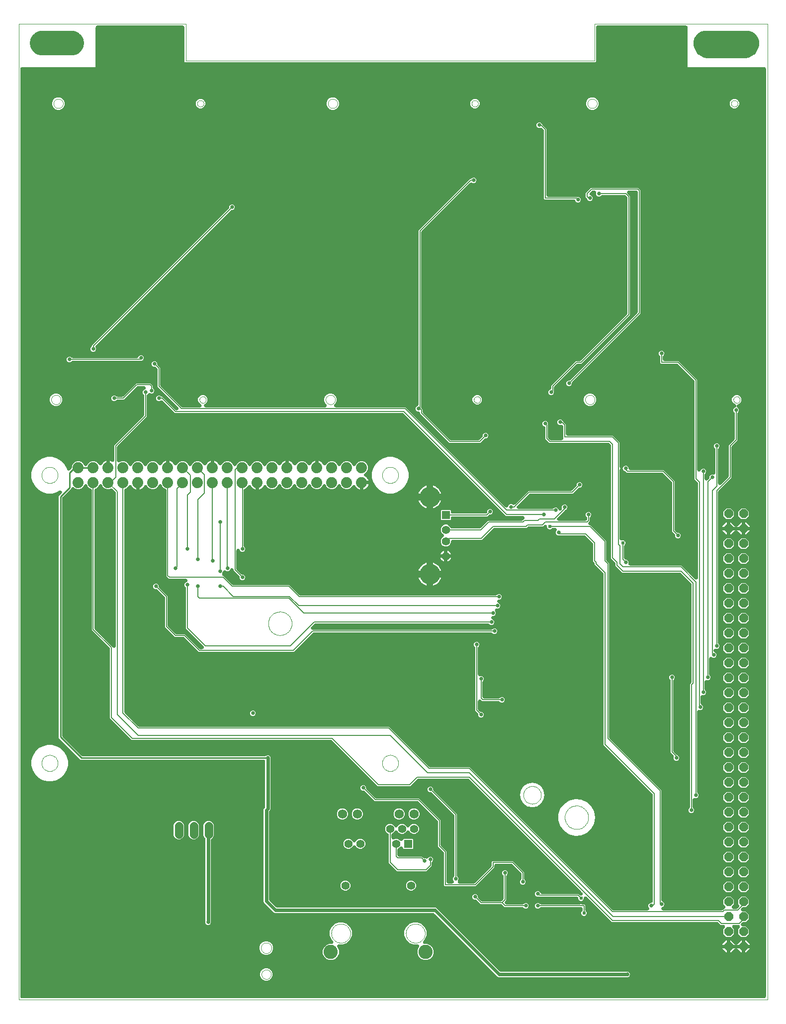
<source format=gbl>
G04 EAGLE Gerber RS-274X export*
G75*
%MOIN*%
%FSLAX34Y34*%
%LPD*%
%INBottom copper*%
%IPPOS*%
%AMOC8*
5,1,8,0,0,1.08239X$1,22.5*%
G01*
%ADD10C,0.000000*%
%ADD11C,0.056000*%
%ADD12C,0.095276*%
%ADD13C,0.055039*%
%ADD14R,0.055039X0.055039*%
%ADD15C,0.061811*%
%ADD16C,0.074000*%
%ADD17P,0.064943X8X292.500000*%
%ADD18R,0.055433X0.055433*%
%ADD19C,0.055433*%
%ADD20C,0.137795*%
%ADD21C,0.025780*%
%ADD22C,0.024000*%
%ADD23C,0.010000*%
%ADD24C,0.006000*%
%ADD25C,0.024000*%

G36*
X49980Y5613D02*
X49980Y5613D01*
X49983Y5613D01*
X49990Y5614D01*
X49996Y5614D01*
X49999Y5615D01*
X50003Y5615D01*
X50009Y5617D01*
X50015Y5619D01*
X50018Y5620D01*
X50021Y5621D01*
X50027Y5624D01*
X50033Y5626D01*
X50035Y5628D01*
X50038Y5630D01*
X50044Y5633D01*
X50049Y5637D01*
X50051Y5639D01*
X50054Y5641D01*
X50059Y5646D01*
X50063Y5650D01*
X50066Y5652D01*
X50068Y5655D01*
X50072Y5660D01*
X50076Y5665D01*
X50077Y5668D01*
X50079Y5670D01*
X50082Y5676D01*
X50085Y5682D01*
X50086Y5685D01*
X50088Y5688D01*
X50090Y5694D01*
X50092Y5700D01*
X50092Y5703D01*
X50093Y5706D01*
X50094Y5711D01*
X50095Y5719D01*
X50096Y5727D01*
X50096Y5732D01*
X50096Y67858D01*
X50096Y67861D01*
X50096Y67864D01*
X50095Y67871D01*
X50095Y67877D01*
X50094Y67880D01*
X50093Y67884D01*
X50091Y67890D01*
X50090Y67896D01*
X50089Y67899D01*
X50088Y67902D01*
X50085Y67908D01*
X50082Y67914D01*
X50080Y67916D01*
X50079Y67919D01*
X50075Y67925D01*
X50072Y67930D01*
X50070Y67932D01*
X50068Y67935D01*
X50063Y67940D01*
X50059Y67944D01*
X50056Y67946D01*
X50054Y67949D01*
X50049Y67953D01*
X50044Y67957D01*
X50041Y67958D01*
X50038Y67960D01*
X50032Y67963D01*
X50027Y67966D01*
X50024Y67967D01*
X50021Y67969D01*
X50015Y67971D01*
X50009Y67973D01*
X50005Y67973D01*
X50002Y67974D01*
X49998Y67975D01*
X49990Y67976D01*
X49981Y67977D01*
X49977Y67977D01*
X44868Y67977D01*
X44844Y68001D01*
X44844Y70646D01*
X44844Y70649D01*
X44844Y70653D01*
X44843Y70659D01*
X44843Y70665D01*
X44842Y70669D01*
X44841Y70672D01*
X44840Y70678D01*
X44838Y70684D01*
X44837Y70687D01*
X44836Y70690D01*
X44833Y70696D01*
X44830Y70702D01*
X44829Y70705D01*
X44827Y70708D01*
X44823Y70713D01*
X44820Y70718D01*
X44818Y70721D01*
X44816Y70723D01*
X44811Y70728D01*
X44807Y70733D01*
X44804Y70735D01*
X44802Y70737D01*
X44797Y70741D01*
X44792Y70745D01*
X44789Y70746D01*
X44786Y70748D01*
X44781Y70751D01*
X44775Y70754D01*
X44772Y70756D01*
X44769Y70757D01*
X44763Y70759D01*
X44757Y70761D01*
X44754Y70762D01*
X44751Y70763D01*
X44746Y70763D01*
X44738Y70765D01*
X44729Y70765D01*
X44725Y70765D01*
X38820Y70765D01*
X38817Y70765D01*
X38813Y70765D01*
X38807Y70764D01*
X38801Y70764D01*
X38798Y70763D01*
X38794Y70763D01*
X38788Y70761D01*
X38782Y70759D01*
X38779Y70758D01*
X38776Y70757D01*
X38770Y70754D01*
X38764Y70751D01*
X38761Y70750D01*
X38758Y70748D01*
X38753Y70745D01*
X38748Y70741D01*
X38745Y70739D01*
X38743Y70737D01*
X38738Y70732D01*
X38733Y70728D01*
X38731Y70726D01*
X38729Y70723D01*
X38725Y70718D01*
X38721Y70713D01*
X38720Y70710D01*
X38718Y70708D01*
X38715Y70702D01*
X38712Y70696D01*
X38711Y70693D01*
X38709Y70690D01*
X38707Y70684D01*
X38705Y70678D01*
X38704Y70675D01*
X38704Y70672D01*
X38703Y70667D01*
X38701Y70659D01*
X38701Y70650D01*
X38701Y70646D01*
X38701Y68358D01*
X38642Y68299D01*
X11158Y68299D01*
X11099Y68358D01*
X11099Y70646D01*
X11099Y70649D01*
X11099Y70653D01*
X11098Y70659D01*
X11098Y70665D01*
X11097Y70669D01*
X11096Y70672D01*
X11095Y70678D01*
X11093Y70684D01*
X11092Y70687D01*
X11091Y70690D01*
X11088Y70696D01*
X11085Y70702D01*
X11084Y70705D01*
X11082Y70708D01*
X11078Y70713D01*
X11075Y70718D01*
X11073Y70721D01*
X11071Y70723D01*
X11066Y70728D01*
X11062Y70733D01*
X11059Y70735D01*
X11057Y70737D01*
X11052Y70741D01*
X11047Y70745D01*
X11044Y70746D01*
X11041Y70748D01*
X11036Y70751D01*
X11030Y70754D01*
X11027Y70756D01*
X11024Y70757D01*
X11018Y70759D01*
X11012Y70761D01*
X11009Y70762D01*
X11005Y70763D01*
X11001Y70763D01*
X10993Y70765D01*
X10984Y70765D01*
X10980Y70765D01*
X5280Y70765D01*
X5277Y70765D01*
X5273Y70765D01*
X5267Y70764D01*
X5261Y70764D01*
X5258Y70763D01*
X5254Y70763D01*
X5248Y70761D01*
X5242Y70759D01*
X5239Y70758D01*
X5236Y70757D01*
X5230Y70754D01*
X5224Y70751D01*
X5221Y70750D01*
X5218Y70748D01*
X5213Y70745D01*
X5208Y70741D01*
X5205Y70739D01*
X5203Y70737D01*
X5198Y70732D01*
X5193Y70728D01*
X5191Y70726D01*
X5189Y70723D01*
X5185Y70718D01*
X5181Y70713D01*
X5180Y70710D01*
X5178Y70708D01*
X5175Y70702D01*
X5172Y70696D01*
X5171Y70693D01*
X5169Y70690D01*
X5167Y70684D01*
X5165Y70678D01*
X5164Y70675D01*
X5164Y70672D01*
X5163Y70667D01*
X5161Y70659D01*
X5161Y70650D01*
X5161Y70646D01*
X5161Y68001D01*
X5137Y67977D01*
X220Y67977D01*
X217Y67977D01*
X213Y67977D01*
X207Y67976D01*
X201Y67975D01*
X198Y67975D01*
X194Y67974D01*
X188Y67972D01*
X182Y67971D01*
X179Y67970D01*
X176Y67969D01*
X170Y67966D01*
X164Y67963D01*
X161Y67961D01*
X158Y67960D01*
X153Y67956D01*
X148Y67953D01*
X145Y67951D01*
X143Y67949D01*
X138Y67944D01*
X133Y67940D01*
X131Y67937D01*
X129Y67935D01*
X125Y67930D01*
X121Y67925D01*
X120Y67922D01*
X118Y67919D01*
X115Y67913D01*
X112Y67908D01*
X111Y67905D01*
X109Y67902D01*
X107Y67896D01*
X105Y67890D01*
X104Y67886D01*
X104Y67883D01*
X103Y67879D01*
X101Y67871D01*
X101Y67862D01*
X101Y67858D01*
X101Y5732D01*
X101Y5729D01*
X101Y5725D01*
X102Y5719D01*
X102Y5713D01*
X103Y5709D01*
X104Y5706D01*
X105Y5700D01*
X107Y5694D01*
X108Y5691D01*
X109Y5688D01*
X112Y5682D01*
X115Y5676D01*
X116Y5673D01*
X118Y5670D01*
X122Y5665D01*
X125Y5660D01*
X127Y5657D01*
X129Y5655D01*
X134Y5650D01*
X138Y5645D01*
X141Y5643D01*
X143Y5641D01*
X148Y5637D01*
X153Y5633D01*
X156Y5631D01*
X159Y5630D01*
X164Y5627D01*
X170Y5624D01*
X173Y5622D01*
X176Y5621D01*
X182Y5619D01*
X188Y5617D01*
X191Y5616D01*
X195Y5615D01*
X199Y5615D01*
X207Y5613D01*
X216Y5613D01*
X220Y5613D01*
X49977Y5613D01*
X49980Y5613D01*
G37*
%LPC*%
G36*
X40762Y7010D02*
X40762Y7010D01*
X40761Y7011D01*
X40753Y7013D01*
X40744Y7016D01*
X40743Y7016D01*
X40739Y7017D01*
X40725Y7019D01*
X40720Y7019D01*
X40717Y7019D01*
X32164Y7019D01*
X32098Y7047D01*
X27860Y11284D01*
X27856Y11287D01*
X27853Y11291D01*
X27849Y11294D01*
X27845Y11297D01*
X27841Y11299D01*
X27837Y11302D01*
X27833Y11304D01*
X27829Y11307D01*
X27824Y11309D01*
X27820Y11311D01*
X27815Y11312D01*
X27811Y11314D01*
X27806Y11315D01*
X27801Y11316D01*
X27798Y11317D01*
X27792Y11318D01*
X27780Y11319D01*
X27776Y11319D01*
X17164Y11319D01*
X17098Y11347D01*
X16447Y11998D01*
X16419Y12064D01*
X16419Y18236D01*
X16447Y18302D01*
X16484Y18340D01*
X16487Y18344D01*
X16491Y18347D01*
X16494Y18351D01*
X16497Y18355D01*
X16499Y18359D01*
X16502Y18363D01*
X16504Y18367D01*
X16507Y18371D01*
X16509Y18376D01*
X16511Y18380D01*
X16512Y18385D01*
X16514Y18389D01*
X16515Y18394D01*
X16516Y18399D01*
X16517Y18402D01*
X16518Y18408D01*
X16519Y18420D01*
X16519Y18424D01*
X16519Y21470D01*
X16519Y21473D01*
X16519Y21477D01*
X16518Y21483D01*
X16518Y21489D01*
X16517Y21492D01*
X16516Y21496D01*
X16515Y21502D01*
X16513Y21508D01*
X16512Y21511D01*
X16511Y21514D01*
X16508Y21520D01*
X16505Y21526D01*
X16504Y21529D01*
X16502Y21532D01*
X16498Y21537D01*
X16495Y21542D01*
X16493Y21545D01*
X16491Y21547D01*
X16486Y21552D01*
X16482Y21557D01*
X16479Y21559D01*
X16477Y21561D01*
X16472Y21565D01*
X16467Y21569D01*
X16464Y21570D01*
X16461Y21572D01*
X16456Y21575D01*
X16450Y21578D01*
X16447Y21579D01*
X16444Y21581D01*
X16438Y21583D01*
X16432Y21585D01*
X16429Y21586D01*
X16425Y21586D01*
X16421Y21587D01*
X16413Y21589D01*
X16404Y21589D01*
X16400Y21589D01*
X4154Y21589D01*
X2689Y23054D01*
X2689Y39246D01*
X2865Y39422D01*
X2868Y39425D01*
X2870Y39427D01*
X2874Y39432D01*
X2878Y39437D01*
X2880Y39440D01*
X2882Y39443D01*
X2885Y39448D01*
X2888Y39453D01*
X2889Y39457D01*
X2891Y39460D01*
X2893Y39466D01*
X2895Y39471D01*
X2896Y39475D01*
X2897Y39478D01*
X2898Y39484D01*
X2899Y39490D01*
X2899Y39494D01*
X2900Y39498D01*
X2900Y39503D01*
X2900Y39509D01*
X2900Y39513D01*
X2900Y39517D01*
X2899Y39523D01*
X2898Y39529D01*
X2897Y39532D01*
X2896Y39536D01*
X2894Y39542D01*
X2893Y39547D01*
X2891Y39551D01*
X2890Y39554D01*
X2887Y39559D01*
X2885Y39565D01*
X2882Y39568D01*
X2881Y39571D01*
X2877Y39576D01*
X2874Y39581D01*
X2871Y39584D01*
X2869Y39587D01*
X2864Y39591D01*
X2860Y39595D01*
X2857Y39597D01*
X2855Y39600D01*
X2850Y39603D01*
X2845Y39607D01*
X2842Y39608D01*
X2839Y39610D01*
X2833Y39613D01*
X2828Y39616D01*
X2824Y39617D01*
X2821Y39618D01*
X2815Y39620D01*
X2810Y39622D01*
X2806Y39622D01*
X2802Y39623D01*
X2796Y39624D01*
X2790Y39625D01*
X2787Y39625D01*
X2783Y39625D01*
X2777Y39625D01*
X2771Y39625D01*
X2767Y39624D01*
X2764Y39624D01*
X2758Y39623D01*
X2752Y39622D01*
X2748Y39621D01*
X2745Y39620D01*
X2741Y39618D01*
X2734Y39616D01*
X2725Y39611D01*
X2721Y39609D01*
X2547Y39509D01*
X2236Y39426D01*
X1915Y39426D01*
X1604Y39509D01*
X1326Y39670D01*
X1098Y39897D01*
X938Y40175D01*
X854Y40486D01*
X854Y40808D01*
X938Y41118D01*
X1098Y41397D01*
X1326Y41624D01*
X1604Y41785D01*
X1915Y41868D01*
X2236Y41868D01*
X2547Y41785D01*
X2826Y41624D01*
X3053Y41397D01*
X3214Y41118D01*
X3234Y41043D01*
X3236Y41038D01*
X3237Y41033D01*
X3239Y41029D01*
X3240Y41025D01*
X3243Y41020D01*
X3245Y41015D01*
X3248Y41012D01*
X3250Y41008D01*
X3253Y41004D01*
X3256Y40999D01*
X3259Y40996D01*
X3262Y40993D01*
X3266Y40989D01*
X3269Y40985D01*
X3273Y40983D01*
X3276Y40980D01*
X3280Y40977D01*
X3285Y40974D01*
X3289Y40972D01*
X3292Y40969D01*
X3297Y40967D01*
X3302Y40965D01*
X3306Y40963D01*
X3310Y40962D01*
X3315Y40960D01*
X3320Y40958D01*
X3325Y40958D01*
X3329Y40957D01*
X3334Y40956D01*
X3339Y40955D01*
X3344Y40955D01*
X3348Y40955D01*
X3353Y40955D01*
X3359Y40955D01*
X3363Y40956D01*
X3367Y40956D01*
X3373Y40958D01*
X3378Y40959D01*
X3382Y40960D01*
X3386Y40961D01*
X3391Y40963D01*
X3396Y40965D01*
X3400Y40967D01*
X3404Y40968D01*
X3409Y40971D01*
X3413Y40974D01*
X3416Y40976D01*
X3420Y40979D01*
X3431Y40988D01*
X3433Y40990D01*
X3527Y41084D01*
X3531Y41088D01*
X3534Y41091D01*
X3537Y41095D01*
X3540Y41099D01*
X3542Y41103D01*
X3545Y41107D01*
X3547Y41111D01*
X3550Y41115D01*
X3552Y41120D01*
X3554Y41124D01*
X3555Y41129D01*
X3557Y41133D01*
X3558Y41138D01*
X3560Y41143D01*
X3560Y41146D01*
X3561Y41152D01*
X3562Y41164D01*
X3562Y41168D01*
X3562Y41233D01*
X3628Y41391D01*
X3749Y41512D01*
X3907Y41578D01*
X4079Y41578D01*
X4237Y41512D01*
X4358Y41391D01*
X4383Y41331D01*
X4384Y41330D01*
X4384Y41328D01*
X4388Y41321D01*
X4392Y41314D01*
X4393Y41313D01*
X4393Y41311D01*
X4398Y41305D01*
X4403Y41299D01*
X4404Y41297D01*
X4405Y41296D01*
X4411Y41291D01*
X4417Y41285D01*
X4418Y41284D01*
X4420Y41283D01*
X4426Y41279D01*
X4433Y41274D01*
X4434Y41273D01*
X4436Y41272D01*
X4443Y41269D01*
X4450Y41266D01*
X4452Y41265D01*
X4454Y41264D01*
X4461Y41262D01*
X4469Y41260D01*
X4471Y41260D01*
X4472Y41260D01*
X4480Y41259D01*
X4488Y41258D01*
X4490Y41258D01*
X4492Y41258D01*
X4500Y41258D01*
X4508Y41259D01*
X4509Y41259D01*
X4511Y41259D01*
X4519Y41261D01*
X4527Y41263D01*
X4528Y41263D01*
X4530Y41263D01*
X4537Y41267D01*
X4545Y41269D01*
X4546Y41270D01*
X4548Y41271D01*
X4554Y41275D01*
X4561Y41279D01*
X4563Y41280D01*
X4564Y41281D01*
X4570Y41286D01*
X4576Y41292D01*
X4577Y41293D01*
X4579Y41294D01*
X4584Y41300D01*
X4589Y41306D01*
X4590Y41308D01*
X4591Y41309D01*
X4593Y41312D01*
X4599Y41323D01*
X4601Y41328D01*
X4603Y41331D01*
X4628Y41391D01*
X4749Y41512D01*
X4907Y41578D01*
X5079Y41578D01*
X5237Y41512D01*
X5358Y41391D01*
X5363Y41380D01*
X5366Y41374D01*
X5368Y41368D01*
X5370Y41365D01*
X5372Y41363D01*
X5376Y41357D01*
X5379Y41352D01*
X5381Y41350D01*
X5383Y41347D01*
X5388Y41343D01*
X5392Y41338D01*
X5395Y41336D01*
X5397Y41334D01*
X5402Y41330D01*
X5408Y41326D01*
X5410Y41324D01*
X5413Y41323D01*
X5419Y41320D01*
X5425Y41317D01*
X5428Y41316D01*
X5430Y41314D01*
X5437Y41312D01*
X5443Y41310D01*
X5446Y41310D01*
X5449Y41309D01*
X5455Y41308D01*
X5462Y41307D01*
X5465Y41307D01*
X5468Y41306D01*
X5475Y41307D01*
X5481Y41307D01*
X5484Y41307D01*
X5487Y41307D01*
X5494Y41309D01*
X5501Y41310D01*
X5503Y41311D01*
X5506Y41311D01*
X5513Y41314D01*
X5519Y41316D01*
X5522Y41317D01*
X5524Y41318D01*
X5530Y41321D01*
X5536Y41324D01*
X5539Y41326D01*
X5541Y41328D01*
X5546Y41332D01*
X5552Y41336D01*
X5554Y41338D01*
X5556Y41340D01*
X5561Y41345D01*
X5565Y41350D01*
X5566Y41352D01*
X5569Y41355D01*
X5579Y41371D01*
X5590Y41394D01*
X5634Y41454D01*
X5686Y41506D01*
X5746Y41549D01*
X5812Y41583D01*
X5874Y41603D01*
X5874Y41147D01*
X5874Y41144D01*
X5874Y41142D01*
X5874Y41140D01*
X5875Y41134D01*
X5875Y41128D01*
X5876Y41124D01*
X5877Y41121D01*
X5878Y41115D01*
X5880Y41109D01*
X5881Y41106D01*
X5882Y41103D01*
X5885Y41097D01*
X5888Y41091D01*
X5889Y41088D01*
X5891Y41085D01*
X5895Y41080D01*
X5898Y41075D01*
X5900Y41072D01*
X5902Y41070D01*
X5907Y41065D01*
X5911Y41060D01*
X5914Y41058D01*
X5916Y41056D01*
X5921Y41052D01*
X5926Y41048D01*
X5929Y41047D01*
X5932Y41045D01*
X5937Y41042D01*
X5943Y41039D01*
X5946Y41037D01*
X5949Y41036D01*
X5955Y41034D01*
X5961Y41032D01*
X5964Y41031D01*
X5968Y41030D01*
X5972Y41030D01*
X5980Y41028D01*
X5989Y41028D01*
X5993Y41028D01*
X5996Y41028D01*
X6000Y41028D01*
X6006Y41029D01*
X6012Y41029D01*
X6016Y41030D01*
X6019Y41030D01*
X6025Y41032D01*
X6031Y41034D01*
X6034Y41035D01*
X6037Y41036D01*
X6043Y41039D01*
X6049Y41042D01*
X6052Y41043D01*
X6055Y41045D01*
X6060Y41048D01*
X6065Y41052D01*
X6068Y41054D01*
X6070Y41056D01*
X6075Y41061D01*
X6080Y41065D01*
X6082Y41067D01*
X6084Y41070D01*
X6088Y41075D01*
X6092Y41080D01*
X6093Y41083D01*
X6095Y41085D01*
X6098Y41091D01*
X6101Y41097D01*
X6102Y41100D01*
X6104Y41103D01*
X6106Y41109D01*
X6108Y41115D01*
X6109Y41118D01*
X6110Y41121D01*
X6110Y41126D01*
X6112Y41134D01*
X6112Y41143D01*
X6112Y41147D01*
X6112Y41603D01*
X6174Y41583D01*
X6236Y41551D01*
X6238Y41551D01*
X6240Y41549D01*
X6247Y41547D01*
X6254Y41544D01*
X6256Y41544D01*
X6258Y41543D01*
X6265Y41541D01*
X6273Y41540D01*
X6275Y41540D01*
X6277Y41539D01*
X6285Y41539D01*
X6292Y41538D01*
X6294Y41539D01*
X6297Y41539D01*
X6304Y41540D01*
X6311Y41540D01*
X6313Y41541D01*
X6316Y41541D01*
X6323Y41543D01*
X6330Y41545D01*
X6332Y41546D01*
X6334Y41547D01*
X6341Y41550D01*
X6348Y41553D01*
X6350Y41555D01*
X6352Y41556D01*
X6358Y41560D01*
X6364Y41564D01*
X6365Y41566D01*
X6367Y41567D01*
X6373Y41572D01*
X6378Y41577D01*
X6379Y41579D01*
X6381Y41581D01*
X6385Y41587D01*
X6390Y41592D01*
X6391Y41594D01*
X6392Y41596D01*
X6396Y41603D01*
X6399Y41609D01*
X6400Y41612D01*
X6401Y41614D01*
X6403Y41621D01*
X6405Y41628D01*
X6406Y41630D01*
X6406Y41632D01*
X6407Y41637D01*
X6409Y41647D01*
X6409Y41654D01*
X6409Y41658D01*
X6409Y42638D01*
X6497Y42726D01*
X8374Y44603D01*
X8377Y44606D01*
X8381Y44610D01*
X8384Y44614D01*
X8387Y44617D01*
X8389Y44622D01*
X8392Y44626D01*
X8394Y44630D01*
X8397Y44634D01*
X8399Y44639D01*
X8401Y44643D01*
X8402Y44648D01*
X8404Y44652D01*
X8405Y44657D01*
X8406Y44661D01*
X8407Y44665D01*
X8408Y44671D01*
X8409Y44683D01*
X8409Y44687D01*
X8409Y45973D01*
X8409Y45978D01*
X8409Y45983D01*
X8408Y45988D01*
X8408Y45992D01*
X8406Y45997D01*
X8406Y46002D01*
X8404Y46007D01*
X8403Y46011D01*
X8401Y46016D01*
X8399Y46020D01*
X8397Y46025D01*
X8395Y46029D01*
X8393Y46033D01*
X8390Y46037D01*
X8388Y46040D01*
X8385Y46045D01*
X8377Y46054D01*
X8374Y46057D01*
X8339Y46093D01*
X8310Y46162D01*
X8310Y46238D01*
X8339Y46307D01*
X8393Y46361D01*
X8439Y46380D01*
X8444Y46382D01*
X8449Y46385D01*
X8452Y46387D01*
X8456Y46389D01*
X8460Y46392D01*
X8465Y46395D01*
X8468Y46398D01*
X8471Y46400D01*
X8475Y46404D01*
X8480Y46408D01*
X8482Y46411D01*
X8485Y46414D01*
X8488Y46419D01*
X8492Y46423D01*
X8494Y46427D01*
X8496Y46430D01*
X8498Y46435D01*
X8501Y46440D01*
X8503Y46444D01*
X8504Y46447D01*
X8506Y46453D01*
X8508Y46458D01*
X8509Y46462D01*
X8510Y46466D01*
X8510Y46472D01*
X8511Y46477D01*
X8512Y46481D01*
X8512Y46485D01*
X8512Y46491D01*
X8512Y46497D01*
X8511Y46501D01*
X8511Y46505D01*
X8510Y46510D01*
X8509Y46516D01*
X8508Y46520D01*
X8507Y46524D01*
X8505Y46529D01*
X8504Y46534D01*
X8502Y46538D01*
X8500Y46542D01*
X8498Y46546D01*
X8495Y46552D01*
X8493Y46555D01*
X8491Y46558D01*
X8487Y46563D01*
X8484Y46567D01*
X8481Y46570D01*
X8478Y46573D01*
X8474Y46577D01*
X8470Y46581D01*
X8467Y46583D01*
X8464Y46586D01*
X8459Y46589D01*
X8454Y46592D01*
X8451Y46594D01*
X8447Y46596D01*
X8442Y46598D01*
X8437Y46601D01*
X8433Y46602D01*
X8429Y46604D01*
X8424Y46605D01*
X8418Y46606D01*
X8415Y46607D01*
X8411Y46608D01*
X8396Y46609D01*
X8393Y46609D01*
X7987Y46609D01*
X7982Y46609D01*
X7977Y46609D01*
X7972Y46608D01*
X7968Y46608D01*
X7963Y46606D01*
X7958Y46606D01*
X7954Y46604D01*
X7949Y46603D01*
X7944Y46601D01*
X7940Y46599D01*
X7936Y46597D01*
X7931Y46595D01*
X7927Y46593D01*
X7923Y46590D01*
X7920Y46588D01*
X7915Y46585D01*
X7906Y46577D01*
X7903Y46574D01*
X7038Y45709D01*
X6627Y45709D01*
X6622Y45709D01*
X6617Y45709D01*
X6612Y45708D01*
X6608Y45708D01*
X6603Y45706D01*
X6598Y45706D01*
X6593Y45704D01*
X6589Y45703D01*
X6584Y45701D01*
X6580Y45699D01*
X6575Y45697D01*
X6571Y45695D01*
X6567Y45693D01*
X6563Y45690D01*
X6560Y45688D01*
X6555Y45685D01*
X6546Y45677D01*
X6543Y45674D01*
X6507Y45639D01*
X6438Y45610D01*
X6362Y45610D01*
X6293Y45639D01*
X6239Y45693D01*
X6210Y45762D01*
X6210Y45838D01*
X6239Y45907D01*
X6293Y45961D01*
X6362Y45990D01*
X6438Y45990D01*
X6507Y45961D01*
X6543Y45926D01*
X6546Y45923D01*
X6550Y45919D01*
X6554Y45916D01*
X6557Y45913D01*
X6561Y45911D01*
X6565Y45908D01*
X6570Y45906D01*
X6574Y45903D01*
X6578Y45901D01*
X6583Y45899D01*
X6587Y45898D01*
X6592Y45896D01*
X6597Y45895D01*
X6601Y45894D01*
X6605Y45893D01*
X6611Y45892D01*
X6623Y45891D01*
X6627Y45891D01*
X6913Y45891D01*
X6918Y45891D01*
X6923Y45891D01*
X6928Y45892D01*
X6932Y45892D01*
X6937Y45894D01*
X6942Y45894D01*
X6946Y45896D01*
X6951Y45897D01*
X6956Y45899D01*
X6960Y45901D01*
X6964Y45903D01*
X6969Y45905D01*
X6973Y45907D01*
X6977Y45910D01*
X6980Y45912D01*
X6985Y45915D01*
X6994Y45923D01*
X6997Y45926D01*
X7862Y46791D01*
X8838Y46791D01*
X8991Y46638D01*
X8991Y46527D01*
X8991Y46522D01*
X8991Y46517D01*
X8992Y46512D01*
X8992Y46508D01*
X8994Y46503D01*
X8994Y46498D01*
X8996Y46493D01*
X8997Y46489D01*
X8999Y46484D01*
X9001Y46480D01*
X9003Y46475D01*
X9005Y46471D01*
X9007Y46467D01*
X9010Y46463D01*
X9012Y46460D01*
X9015Y46455D01*
X9023Y46446D01*
X9026Y46443D01*
X9061Y46407D01*
X9090Y46338D01*
X9090Y46262D01*
X9061Y46193D01*
X9007Y46139D01*
X8938Y46110D01*
X8862Y46110D01*
X8806Y46134D01*
X8798Y46136D01*
X8789Y46139D01*
X8788Y46139D01*
X8788Y46140D01*
X8779Y46141D01*
X8770Y46142D01*
X8769Y46142D01*
X8768Y46142D01*
X8759Y46142D01*
X8751Y46142D01*
X8750Y46142D01*
X8749Y46142D01*
X8740Y46141D01*
X8731Y46139D01*
X8730Y46139D01*
X8722Y46136D01*
X8713Y46133D01*
X8712Y46133D01*
X8712Y46132D01*
X8704Y46128D01*
X8696Y46124D01*
X8695Y46123D01*
X8679Y46111D01*
X8678Y46109D01*
X8676Y46108D01*
X8626Y46057D01*
X8622Y46054D01*
X8619Y46050D01*
X8616Y46046D01*
X8613Y46043D01*
X8611Y46039D01*
X8608Y46035D01*
X8606Y46030D01*
X8603Y46026D01*
X8601Y46022D01*
X8599Y46017D01*
X8598Y46013D01*
X8596Y46008D01*
X8595Y46003D01*
X8594Y45999D01*
X8593Y45995D01*
X8592Y45989D01*
X8591Y45977D01*
X8591Y45973D01*
X8591Y44562D01*
X8503Y44474D01*
X6626Y42597D01*
X6623Y42594D01*
X6619Y42590D01*
X6616Y42586D01*
X6613Y42583D01*
X6611Y42578D01*
X6608Y42574D01*
X6606Y42570D01*
X6603Y42566D01*
X6601Y42561D01*
X6599Y42557D01*
X6598Y42552D01*
X6596Y42548D01*
X6595Y42543D01*
X6594Y42539D01*
X6593Y42535D01*
X6592Y42529D01*
X6591Y42517D01*
X6591Y42513D01*
X6591Y41625D01*
X6591Y41622D01*
X6591Y41619D01*
X6591Y41616D01*
X6592Y41610D01*
X6592Y41608D01*
X6592Y41606D01*
X6593Y41601D01*
X6594Y41600D01*
X6594Y41598D01*
X6596Y41591D01*
X6596Y41589D01*
X6597Y41587D01*
X6600Y41580D01*
X6602Y41573D01*
X6604Y41571D01*
X6605Y41569D01*
X6609Y41563D01*
X6612Y41557D01*
X6614Y41555D01*
X6615Y41553D01*
X6620Y41547D01*
X6625Y41542D01*
X6626Y41540D01*
X6628Y41538D01*
X6634Y41534D01*
X6639Y41529D01*
X6641Y41528D01*
X6643Y41526D01*
X6649Y41523D01*
X6656Y41519D01*
X6658Y41518D01*
X6660Y41517D01*
X6667Y41514D01*
X6674Y41511D01*
X6676Y41511D01*
X6678Y41510D01*
X6685Y41509D01*
X6692Y41507D01*
X6695Y41507D01*
X6697Y41506D01*
X6704Y41506D01*
X6712Y41506D01*
X6714Y41506D01*
X6717Y41506D01*
X6724Y41507D01*
X6731Y41508D01*
X6733Y41508D01*
X6736Y41508D01*
X6749Y41512D01*
X6750Y41513D01*
X6751Y41513D01*
X6754Y41514D01*
X6755Y41515D01*
X6756Y41515D01*
X6907Y41578D01*
X7079Y41578D01*
X7237Y41512D01*
X7358Y41391D01*
X7383Y41331D01*
X7384Y41330D01*
X7384Y41328D01*
X7388Y41321D01*
X7392Y41314D01*
X7393Y41313D01*
X7393Y41311D01*
X7398Y41305D01*
X7403Y41299D01*
X7404Y41297D01*
X7405Y41296D01*
X7411Y41291D01*
X7417Y41285D01*
X7418Y41284D01*
X7420Y41283D01*
X7426Y41279D01*
X7433Y41274D01*
X7434Y41273D01*
X7436Y41272D01*
X7443Y41269D01*
X7450Y41266D01*
X7452Y41265D01*
X7454Y41264D01*
X7461Y41262D01*
X7469Y41260D01*
X7471Y41260D01*
X7472Y41260D01*
X7480Y41259D01*
X7488Y41258D01*
X7490Y41258D01*
X7492Y41258D01*
X7500Y41258D01*
X7508Y41259D01*
X7509Y41259D01*
X7511Y41259D01*
X7519Y41261D01*
X7527Y41263D01*
X7528Y41263D01*
X7530Y41263D01*
X7537Y41267D01*
X7545Y41269D01*
X7546Y41270D01*
X7548Y41271D01*
X7554Y41275D01*
X7561Y41279D01*
X7563Y41280D01*
X7564Y41281D01*
X7570Y41286D01*
X7576Y41292D01*
X7577Y41293D01*
X7579Y41294D01*
X7584Y41300D01*
X7589Y41306D01*
X7590Y41308D01*
X7591Y41309D01*
X7593Y41312D01*
X7599Y41323D01*
X7601Y41328D01*
X7603Y41331D01*
X7628Y41391D01*
X7749Y41512D01*
X7907Y41578D01*
X8079Y41578D01*
X8237Y41512D01*
X8358Y41391D01*
X8383Y41331D01*
X8384Y41330D01*
X8384Y41328D01*
X8388Y41321D01*
X8392Y41314D01*
X8393Y41313D01*
X8393Y41311D01*
X8398Y41305D01*
X8403Y41299D01*
X8404Y41297D01*
X8405Y41296D01*
X8411Y41291D01*
X8417Y41285D01*
X8418Y41284D01*
X8420Y41283D01*
X8426Y41279D01*
X8433Y41274D01*
X8434Y41273D01*
X8436Y41272D01*
X8443Y41269D01*
X8450Y41266D01*
X8452Y41265D01*
X8454Y41264D01*
X8461Y41262D01*
X8469Y41260D01*
X8471Y41260D01*
X8472Y41260D01*
X8480Y41259D01*
X8488Y41258D01*
X8490Y41258D01*
X8492Y41258D01*
X8500Y41258D01*
X8508Y41259D01*
X8509Y41259D01*
X8511Y41259D01*
X8519Y41261D01*
X8527Y41263D01*
X8528Y41263D01*
X8530Y41263D01*
X8537Y41267D01*
X8545Y41269D01*
X8546Y41270D01*
X8548Y41271D01*
X8554Y41275D01*
X8561Y41279D01*
X8563Y41280D01*
X8564Y41281D01*
X8570Y41286D01*
X8576Y41292D01*
X8577Y41293D01*
X8579Y41294D01*
X8584Y41300D01*
X8589Y41306D01*
X8590Y41308D01*
X8591Y41309D01*
X8593Y41312D01*
X8599Y41323D01*
X8601Y41328D01*
X8603Y41331D01*
X8628Y41391D01*
X8749Y41512D01*
X8907Y41578D01*
X9079Y41578D01*
X9237Y41512D01*
X9358Y41391D01*
X9363Y41380D01*
X9366Y41374D01*
X9368Y41368D01*
X9370Y41365D01*
X9372Y41363D01*
X9376Y41357D01*
X9379Y41352D01*
X9381Y41350D01*
X9383Y41347D01*
X9388Y41343D01*
X9392Y41338D01*
X9395Y41336D01*
X9397Y41334D01*
X9402Y41330D01*
X9408Y41326D01*
X9410Y41324D01*
X9413Y41323D01*
X9419Y41320D01*
X9425Y41317D01*
X9428Y41316D01*
X9430Y41314D01*
X9437Y41312D01*
X9443Y41310D01*
X9446Y41310D01*
X9449Y41309D01*
X9455Y41308D01*
X9462Y41307D01*
X9465Y41307D01*
X9468Y41306D01*
X9475Y41307D01*
X9481Y41307D01*
X9484Y41307D01*
X9487Y41307D01*
X9494Y41309D01*
X9501Y41310D01*
X9503Y41311D01*
X9506Y41311D01*
X9513Y41314D01*
X9519Y41316D01*
X9522Y41317D01*
X9524Y41318D01*
X9530Y41321D01*
X9536Y41324D01*
X9539Y41326D01*
X9541Y41328D01*
X9546Y41332D01*
X9552Y41336D01*
X9554Y41338D01*
X9556Y41340D01*
X9561Y41345D01*
X9565Y41350D01*
X9566Y41352D01*
X9569Y41355D01*
X9579Y41371D01*
X9590Y41394D01*
X9634Y41454D01*
X9686Y41506D01*
X9746Y41549D01*
X9812Y41583D01*
X9874Y41603D01*
X9874Y41147D01*
X9874Y41144D01*
X9874Y41142D01*
X9874Y41140D01*
X9875Y41134D01*
X9875Y41128D01*
X9876Y41124D01*
X9877Y41121D01*
X9878Y41115D01*
X9880Y41109D01*
X9881Y41106D01*
X9882Y41103D01*
X9885Y41097D01*
X9888Y41091D01*
X9889Y41088D01*
X9891Y41085D01*
X9895Y41080D01*
X9898Y41075D01*
X9900Y41072D01*
X9902Y41070D01*
X9907Y41065D01*
X9911Y41060D01*
X9914Y41058D01*
X9916Y41056D01*
X9921Y41052D01*
X9926Y41048D01*
X9929Y41047D01*
X9932Y41045D01*
X9937Y41042D01*
X9943Y41039D01*
X9946Y41037D01*
X9949Y41036D01*
X9955Y41034D01*
X9961Y41032D01*
X9964Y41031D01*
X9968Y41030D01*
X9972Y41030D01*
X9980Y41028D01*
X9989Y41028D01*
X9993Y41028D01*
X9996Y41028D01*
X10000Y41028D01*
X10006Y41029D01*
X10012Y41029D01*
X10016Y41030D01*
X10019Y41030D01*
X10025Y41032D01*
X10031Y41034D01*
X10034Y41035D01*
X10037Y41036D01*
X10043Y41039D01*
X10049Y41042D01*
X10052Y41043D01*
X10055Y41045D01*
X10060Y41048D01*
X10065Y41052D01*
X10068Y41054D01*
X10070Y41056D01*
X10075Y41061D01*
X10080Y41065D01*
X10082Y41067D01*
X10084Y41070D01*
X10088Y41075D01*
X10092Y41080D01*
X10093Y41083D01*
X10095Y41085D01*
X10098Y41091D01*
X10101Y41097D01*
X10102Y41100D01*
X10104Y41103D01*
X10106Y41109D01*
X10108Y41115D01*
X10109Y41118D01*
X10110Y41121D01*
X10110Y41126D01*
X10112Y41134D01*
X10112Y41143D01*
X10112Y41147D01*
X10112Y41603D01*
X10174Y41583D01*
X10240Y41549D01*
X10300Y41506D01*
X10352Y41454D01*
X10396Y41394D01*
X10407Y41371D01*
X10410Y41366D01*
X10414Y41360D01*
X10415Y41358D01*
X10417Y41355D01*
X10421Y41350D01*
X10426Y41345D01*
X10428Y41343D01*
X10430Y41340D01*
X10435Y41336D01*
X10440Y41332D01*
X10442Y41330D01*
X10445Y41328D01*
X10450Y41325D01*
X10456Y41321D01*
X10459Y41320D01*
X10461Y41318D01*
X10468Y41316D01*
X10474Y41313D01*
X10477Y41312D01*
X10479Y41311D01*
X10486Y41310D01*
X10492Y41308D01*
X10495Y41308D01*
X10498Y41307D01*
X10505Y41307D01*
X10512Y41306D01*
X10515Y41307D01*
X10518Y41306D01*
X10524Y41307D01*
X10531Y41308D01*
X10534Y41308D01*
X10537Y41309D01*
X10543Y41311D01*
X10550Y41312D01*
X10553Y41313D01*
X10556Y41314D01*
X10562Y41317D01*
X10568Y41320D01*
X10570Y41321D01*
X10573Y41322D01*
X10579Y41326D01*
X10584Y41330D01*
X10586Y41332D01*
X10589Y41334D01*
X10594Y41338D01*
X10599Y41343D01*
X10601Y41345D01*
X10603Y41347D01*
X10607Y41352D01*
X10611Y41357D01*
X10612Y41360D01*
X10614Y41363D01*
X10623Y41380D01*
X10628Y41391D01*
X10749Y41512D01*
X10907Y41578D01*
X11079Y41578D01*
X11237Y41512D01*
X11358Y41391D01*
X11383Y41331D01*
X11384Y41330D01*
X11384Y41328D01*
X11388Y41321D01*
X11392Y41314D01*
X11393Y41313D01*
X11393Y41311D01*
X11398Y41305D01*
X11403Y41299D01*
X11404Y41297D01*
X11405Y41296D01*
X11411Y41291D01*
X11417Y41285D01*
X11418Y41284D01*
X11420Y41283D01*
X11426Y41279D01*
X11433Y41274D01*
X11434Y41273D01*
X11436Y41272D01*
X11443Y41269D01*
X11450Y41266D01*
X11452Y41265D01*
X11454Y41264D01*
X11461Y41262D01*
X11469Y41260D01*
X11471Y41260D01*
X11472Y41260D01*
X11480Y41259D01*
X11488Y41258D01*
X11490Y41258D01*
X11492Y41258D01*
X11500Y41258D01*
X11508Y41259D01*
X11509Y41259D01*
X11511Y41259D01*
X11519Y41261D01*
X11527Y41263D01*
X11528Y41263D01*
X11530Y41263D01*
X11537Y41267D01*
X11545Y41269D01*
X11546Y41270D01*
X11548Y41271D01*
X11554Y41275D01*
X11561Y41279D01*
X11563Y41280D01*
X11564Y41281D01*
X11570Y41286D01*
X11576Y41292D01*
X11577Y41293D01*
X11579Y41294D01*
X11584Y41300D01*
X11589Y41306D01*
X11590Y41308D01*
X11591Y41309D01*
X11593Y41312D01*
X11599Y41323D01*
X11601Y41328D01*
X11603Y41331D01*
X11628Y41391D01*
X11749Y41512D01*
X11907Y41578D01*
X12079Y41578D01*
X12237Y41512D01*
X12358Y41391D01*
X12363Y41380D01*
X12366Y41374D01*
X12368Y41368D01*
X12370Y41365D01*
X12372Y41363D01*
X12376Y41357D01*
X12379Y41352D01*
X12381Y41350D01*
X12383Y41347D01*
X12388Y41343D01*
X12392Y41338D01*
X12395Y41336D01*
X12397Y41334D01*
X12402Y41330D01*
X12408Y41326D01*
X12410Y41324D01*
X12413Y41323D01*
X12419Y41320D01*
X12425Y41317D01*
X12428Y41316D01*
X12430Y41314D01*
X12437Y41312D01*
X12443Y41310D01*
X12446Y41310D01*
X12449Y41309D01*
X12455Y41308D01*
X12462Y41307D01*
X12465Y41307D01*
X12468Y41306D01*
X12475Y41307D01*
X12481Y41307D01*
X12484Y41307D01*
X12487Y41307D01*
X12494Y41309D01*
X12501Y41310D01*
X12503Y41311D01*
X12506Y41311D01*
X12513Y41314D01*
X12519Y41316D01*
X12522Y41317D01*
X12524Y41318D01*
X12530Y41321D01*
X12536Y41324D01*
X12539Y41326D01*
X12541Y41328D01*
X12546Y41332D01*
X12552Y41336D01*
X12554Y41338D01*
X12556Y41340D01*
X12561Y41345D01*
X12565Y41350D01*
X12566Y41352D01*
X12569Y41355D01*
X12579Y41371D01*
X12590Y41394D01*
X12634Y41454D01*
X12686Y41506D01*
X12746Y41549D01*
X12812Y41583D01*
X12874Y41603D01*
X12874Y41147D01*
X12874Y41144D01*
X12874Y41142D01*
X12874Y41140D01*
X12875Y41134D01*
X12875Y41128D01*
X12876Y41124D01*
X12877Y41121D01*
X12878Y41115D01*
X12880Y41109D01*
X12881Y41106D01*
X12882Y41103D01*
X12885Y41097D01*
X12888Y41091D01*
X12889Y41088D01*
X12891Y41085D01*
X12895Y41080D01*
X12898Y41075D01*
X12900Y41072D01*
X12902Y41070D01*
X12907Y41065D01*
X12911Y41060D01*
X12914Y41058D01*
X12916Y41056D01*
X12921Y41052D01*
X12926Y41048D01*
X12929Y41047D01*
X12932Y41045D01*
X12937Y41042D01*
X12943Y41039D01*
X12946Y41037D01*
X12949Y41036D01*
X12955Y41034D01*
X12961Y41032D01*
X12964Y41031D01*
X12968Y41030D01*
X12972Y41030D01*
X12980Y41028D01*
X12989Y41028D01*
X12993Y41028D01*
X12996Y41028D01*
X13000Y41028D01*
X13006Y41029D01*
X13012Y41029D01*
X13016Y41030D01*
X13019Y41030D01*
X13025Y41032D01*
X13031Y41034D01*
X13034Y41035D01*
X13037Y41036D01*
X13043Y41039D01*
X13049Y41042D01*
X13052Y41043D01*
X13055Y41045D01*
X13060Y41048D01*
X13065Y41052D01*
X13068Y41054D01*
X13070Y41056D01*
X13075Y41061D01*
X13080Y41065D01*
X13082Y41067D01*
X13084Y41070D01*
X13088Y41075D01*
X13092Y41080D01*
X13093Y41083D01*
X13095Y41085D01*
X13098Y41091D01*
X13101Y41097D01*
X13102Y41100D01*
X13104Y41103D01*
X13106Y41109D01*
X13108Y41115D01*
X13109Y41118D01*
X13110Y41121D01*
X13110Y41126D01*
X13112Y41134D01*
X13112Y41143D01*
X13112Y41147D01*
X13112Y41603D01*
X13174Y41583D01*
X13240Y41549D01*
X13300Y41506D01*
X13352Y41454D01*
X13396Y41394D01*
X13407Y41371D01*
X13410Y41366D01*
X13414Y41360D01*
X13415Y41358D01*
X13417Y41355D01*
X13421Y41350D01*
X13426Y41345D01*
X13428Y41343D01*
X13430Y41340D01*
X13435Y41336D01*
X13440Y41332D01*
X13442Y41330D01*
X13445Y41328D01*
X13450Y41325D01*
X13456Y41321D01*
X13459Y41320D01*
X13461Y41318D01*
X13468Y41316D01*
X13474Y41313D01*
X13477Y41312D01*
X13479Y41311D01*
X13486Y41310D01*
X13492Y41308D01*
X13495Y41308D01*
X13498Y41307D01*
X13505Y41307D01*
X13512Y41306D01*
X13515Y41307D01*
X13518Y41306D01*
X13524Y41307D01*
X13531Y41308D01*
X13534Y41308D01*
X13537Y41309D01*
X13543Y41311D01*
X13550Y41312D01*
X13553Y41313D01*
X13556Y41314D01*
X13562Y41317D01*
X13568Y41320D01*
X13570Y41321D01*
X13573Y41322D01*
X13579Y41326D01*
X13584Y41330D01*
X13586Y41332D01*
X13589Y41334D01*
X13594Y41338D01*
X13599Y41343D01*
X13601Y41345D01*
X13603Y41347D01*
X13607Y41352D01*
X13611Y41357D01*
X13612Y41360D01*
X13614Y41363D01*
X13623Y41380D01*
X13628Y41391D01*
X13749Y41512D01*
X13907Y41578D01*
X14079Y41578D01*
X14237Y41512D01*
X14358Y41391D01*
X14383Y41331D01*
X14384Y41330D01*
X14384Y41328D01*
X14388Y41321D01*
X14392Y41314D01*
X14393Y41313D01*
X14393Y41311D01*
X14398Y41305D01*
X14403Y41299D01*
X14404Y41297D01*
X14405Y41296D01*
X14411Y41291D01*
X14417Y41285D01*
X14418Y41284D01*
X14420Y41283D01*
X14426Y41279D01*
X14433Y41274D01*
X14434Y41273D01*
X14436Y41272D01*
X14443Y41269D01*
X14450Y41266D01*
X14452Y41265D01*
X14454Y41264D01*
X14461Y41262D01*
X14469Y41260D01*
X14471Y41260D01*
X14472Y41260D01*
X14480Y41259D01*
X14488Y41258D01*
X14490Y41258D01*
X14492Y41258D01*
X14500Y41258D01*
X14508Y41259D01*
X14509Y41259D01*
X14511Y41259D01*
X14519Y41261D01*
X14527Y41263D01*
X14528Y41263D01*
X14530Y41263D01*
X14537Y41267D01*
X14545Y41269D01*
X14546Y41270D01*
X14548Y41271D01*
X14554Y41275D01*
X14561Y41279D01*
X14563Y41280D01*
X14564Y41281D01*
X14570Y41286D01*
X14576Y41292D01*
X14577Y41293D01*
X14579Y41294D01*
X14584Y41300D01*
X14589Y41306D01*
X14590Y41308D01*
X14591Y41309D01*
X14593Y41312D01*
X14599Y41323D01*
X14601Y41328D01*
X14603Y41331D01*
X14628Y41391D01*
X14749Y41512D01*
X14907Y41578D01*
X15079Y41578D01*
X15237Y41512D01*
X15358Y41391D01*
X15383Y41331D01*
X15384Y41330D01*
X15384Y41328D01*
X15388Y41321D01*
X15392Y41314D01*
X15393Y41313D01*
X15393Y41311D01*
X15398Y41305D01*
X15403Y41299D01*
X15404Y41297D01*
X15405Y41296D01*
X15411Y41291D01*
X15417Y41285D01*
X15418Y41284D01*
X15420Y41283D01*
X15426Y41279D01*
X15433Y41274D01*
X15434Y41273D01*
X15436Y41272D01*
X15443Y41269D01*
X15450Y41266D01*
X15452Y41265D01*
X15454Y41264D01*
X15461Y41262D01*
X15469Y41260D01*
X15471Y41260D01*
X15472Y41260D01*
X15480Y41259D01*
X15488Y41258D01*
X15490Y41258D01*
X15492Y41258D01*
X15500Y41258D01*
X15508Y41259D01*
X15509Y41259D01*
X15511Y41259D01*
X15519Y41261D01*
X15527Y41263D01*
X15528Y41263D01*
X15530Y41263D01*
X15537Y41267D01*
X15545Y41269D01*
X15546Y41270D01*
X15548Y41271D01*
X15554Y41275D01*
X15561Y41279D01*
X15563Y41280D01*
X15564Y41281D01*
X15570Y41286D01*
X15576Y41292D01*
X15577Y41293D01*
X15579Y41294D01*
X15584Y41300D01*
X15589Y41306D01*
X15590Y41308D01*
X15591Y41309D01*
X15593Y41312D01*
X15599Y41323D01*
X15601Y41328D01*
X15603Y41331D01*
X15628Y41391D01*
X15749Y41512D01*
X15907Y41578D01*
X16079Y41578D01*
X16237Y41512D01*
X16358Y41391D01*
X16383Y41331D01*
X16384Y41330D01*
X16384Y41328D01*
X16388Y41321D01*
X16392Y41314D01*
X16393Y41313D01*
X16393Y41311D01*
X16398Y41305D01*
X16403Y41299D01*
X16404Y41297D01*
X16405Y41296D01*
X16411Y41291D01*
X16417Y41285D01*
X16418Y41284D01*
X16420Y41283D01*
X16426Y41279D01*
X16433Y41274D01*
X16434Y41273D01*
X16436Y41272D01*
X16443Y41269D01*
X16450Y41266D01*
X16452Y41265D01*
X16454Y41264D01*
X16461Y41262D01*
X16469Y41260D01*
X16471Y41260D01*
X16472Y41260D01*
X16480Y41259D01*
X16488Y41258D01*
X16490Y41258D01*
X16492Y41258D01*
X16500Y41258D01*
X16508Y41259D01*
X16509Y41259D01*
X16511Y41259D01*
X16519Y41261D01*
X16527Y41263D01*
X16528Y41263D01*
X16530Y41263D01*
X16537Y41267D01*
X16545Y41269D01*
X16546Y41270D01*
X16548Y41271D01*
X16554Y41275D01*
X16561Y41279D01*
X16563Y41280D01*
X16564Y41281D01*
X16570Y41286D01*
X16576Y41292D01*
X16577Y41293D01*
X16579Y41294D01*
X16584Y41300D01*
X16589Y41306D01*
X16590Y41308D01*
X16591Y41309D01*
X16593Y41312D01*
X16599Y41323D01*
X16601Y41328D01*
X16603Y41331D01*
X16628Y41391D01*
X16749Y41512D01*
X16907Y41578D01*
X17079Y41578D01*
X17237Y41512D01*
X17358Y41391D01*
X17363Y41380D01*
X17366Y41374D01*
X17368Y41368D01*
X17370Y41365D01*
X17372Y41363D01*
X17376Y41357D01*
X17379Y41352D01*
X17381Y41350D01*
X17383Y41347D01*
X17388Y41343D01*
X17392Y41338D01*
X17395Y41336D01*
X17397Y41334D01*
X17402Y41330D01*
X17408Y41326D01*
X17410Y41324D01*
X17413Y41323D01*
X17419Y41320D01*
X17425Y41317D01*
X17428Y41316D01*
X17430Y41314D01*
X17437Y41312D01*
X17443Y41310D01*
X17446Y41310D01*
X17449Y41309D01*
X17455Y41308D01*
X17462Y41307D01*
X17465Y41307D01*
X17468Y41306D01*
X17475Y41307D01*
X17481Y41307D01*
X17484Y41307D01*
X17487Y41307D01*
X17494Y41309D01*
X17501Y41310D01*
X17503Y41311D01*
X17506Y41311D01*
X17513Y41314D01*
X17519Y41316D01*
X17522Y41317D01*
X17524Y41318D01*
X17530Y41321D01*
X17536Y41324D01*
X17539Y41326D01*
X17541Y41328D01*
X17546Y41332D01*
X17552Y41336D01*
X17554Y41338D01*
X17556Y41340D01*
X17561Y41345D01*
X17565Y41350D01*
X17566Y41352D01*
X17569Y41355D01*
X17579Y41371D01*
X17590Y41394D01*
X17634Y41454D01*
X17686Y41506D01*
X17746Y41549D01*
X17812Y41583D01*
X17874Y41603D01*
X17874Y41147D01*
X17874Y41144D01*
X17874Y41142D01*
X17874Y41140D01*
X17875Y41134D01*
X17875Y41128D01*
X17876Y41124D01*
X17877Y41121D01*
X17878Y41115D01*
X17880Y41109D01*
X17881Y41106D01*
X17882Y41103D01*
X17885Y41097D01*
X17888Y41091D01*
X17889Y41088D01*
X17891Y41085D01*
X17895Y41080D01*
X17898Y41075D01*
X17900Y41072D01*
X17902Y41070D01*
X17907Y41065D01*
X17911Y41060D01*
X17914Y41058D01*
X17916Y41056D01*
X17921Y41052D01*
X17926Y41048D01*
X17929Y41047D01*
X17932Y41045D01*
X17937Y41042D01*
X17943Y41039D01*
X17946Y41037D01*
X17949Y41036D01*
X17955Y41034D01*
X17961Y41032D01*
X17964Y41031D01*
X17968Y41030D01*
X17972Y41030D01*
X17980Y41028D01*
X17989Y41028D01*
X17993Y41028D01*
X17996Y41028D01*
X18000Y41028D01*
X18006Y41029D01*
X18012Y41029D01*
X18016Y41030D01*
X18019Y41030D01*
X18025Y41032D01*
X18031Y41034D01*
X18034Y41035D01*
X18037Y41036D01*
X18043Y41039D01*
X18049Y41042D01*
X18052Y41043D01*
X18055Y41045D01*
X18060Y41048D01*
X18065Y41052D01*
X18068Y41054D01*
X18070Y41056D01*
X18075Y41061D01*
X18080Y41065D01*
X18082Y41067D01*
X18084Y41070D01*
X18088Y41075D01*
X18092Y41080D01*
X18093Y41083D01*
X18095Y41085D01*
X18098Y41091D01*
X18101Y41097D01*
X18102Y41100D01*
X18104Y41103D01*
X18106Y41109D01*
X18108Y41115D01*
X18109Y41118D01*
X18110Y41121D01*
X18110Y41126D01*
X18112Y41134D01*
X18112Y41143D01*
X18112Y41147D01*
X18112Y41603D01*
X18174Y41583D01*
X18240Y41549D01*
X18300Y41506D01*
X18352Y41454D01*
X18396Y41394D01*
X18409Y41367D01*
X18413Y41362D01*
X18416Y41356D01*
X18418Y41353D01*
X18419Y41351D01*
X18424Y41346D01*
X18428Y41340D01*
X18430Y41338D01*
X18432Y41336D01*
X18437Y41332D01*
X18442Y41327D01*
X18445Y41326D01*
X18447Y41324D01*
X18453Y41320D01*
X18458Y41317D01*
X18461Y41315D01*
X18464Y41314D01*
X18470Y41312D01*
X18476Y41309D01*
X18479Y41308D01*
X18482Y41307D01*
X18488Y41306D01*
X18495Y41304D01*
X18498Y41304D01*
X18501Y41303D01*
X18507Y41303D01*
X18514Y41302D01*
X18517Y41302D01*
X18520Y41302D01*
X18527Y41303D01*
X18533Y41303D01*
X18536Y41304D01*
X18539Y41304D01*
X18546Y41306D01*
X18552Y41308D01*
X18555Y41309D01*
X18558Y41310D01*
X18564Y41313D01*
X18570Y41315D01*
X18572Y41317D01*
X18575Y41318D01*
X18581Y41322D01*
X18586Y41326D01*
X18589Y41328D01*
X18591Y41329D01*
X18596Y41334D01*
X18601Y41338D01*
X18603Y41341D01*
X18605Y41343D01*
X18609Y41348D01*
X18613Y41353D01*
X18614Y41355D01*
X18617Y41358D01*
X18625Y41375D01*
X18625Y41376D01*
X18626Y41376D01*
X18632Y41391D01*
X18753Y41512D01*
X18911Y41578D01*
X19083Y41578D01*
X19241Y41512D01*
X19362Y41391D01*
X19365Y41384D01*
X19368Y41378D01*
X19371Y41372D01*
X19372Y41370D01*
X19374Y41367D01*
X19378Y41362D01*
X19381Y41356D01*
X19383Y41354D01*
X19385Y41351D01*
X19390Y41347D01*
X19395Y41342D01*
X19397Y41340D01*
X19399Y41338D01*
X19405Y41334D01*
X19410Y41330D01*
X19413Y41329D01*
X19415Y41327D01*
X19421Y41324D01*
X19427Y41321D01*
X19430Y41320D01*
X19432Y41318D01*
X19439Y41317D01*
X19445Y41314D01*
X19448Y41314D01*
X19451Y41313D01*
X19458Y41312D01*
X19464Y41311D01*
X19467Y41311D01*
X19470Y41311D01*
X19477Y41311D01*
X19484Y41311D01*
X19487Y41311D01*
X19490Y41311D01*
X19496Y41313D01*
X19503Y41314D01*
X19506Y41315D01*
X19509Y41315D01*
X19515Y41318D01*
X19521Y41320D01*
X19524Y41321D01*
X19527Y41322D01*
X19532Y41326D01*
X19538Y41329D01*
X19541Y41331D01*
X19543Y41332D01*
X19548Y41336D01*
X19554Y41340D01*
X19556Y41343D01*
X19558Y41344D01*
X19563Y41349D01*
X19567Y41354D01*
X19569Y41356D01*
X19571Y41359D01*
X19581Y41376D01*
X19590Y41394D01*
X19634Y41454D01*
X19686Y41506D01*
X19746Y41549D01*
X19812Y41583D01*
X19874Y41603D01*
X19874Y41147D01*
X19874Y41144D01*
X19874Y41142D01*
X19874Y41140D01*
X19875Y41134D01*
X19875Y41128D01*
X19876Y41124D01*
X19877Y41121D01*
X19878Y41115D01*
X19880Y41109D01*
X19881Y41106D01*
X19882Y41103D01*
X19885Y41097D01*
X19888Y41091D01*
X19889Y41088D01*
X19891Y41085D01*
X19895Y41080D01*
X19898Y41075D01*
X19900Y41072D01*
X19902Y41070D01*
X19907Y41065D01*
X19911Y41060D01*
X19914Y41058D01*
X19916Y41056D01*
X19921Y41052D01*
X19926Y41048D01*
X19929Y41047D01*
X19932Y41045D01*
X19937Y41042D01*
X19943Y41039D01*
X19946Y41037D01*
X19949Y41036D01*
X19955Y41034D01*
X19961Y41032D01*
X19964Y41031D01*
X19968Y41030D01*
X19972Y41030D01*
X19980Y41028D01*
X19989Y41028D01*
X19993Y41028D01*
X19996Y41028D01*
X20000Y41028D01*
X20006Y41029D01*
X20012Y41029D01*
X20016Y41030D01*
X20019Y41030D01*
X20025Y41032D01*
X20031Y41034D01*
X20034Y41035D01*
X20037Y41036D01*
X20043Y41039D01*
X20049Y41042D01*
X20052Y41043D01*
X20055Y41045D01*
X20060Y41048D01*
X20065Y41052D01*
X20068Y41054D01*
X20070Y41056D01*
X20075Y41061D01*
X20080Y41065D01*
X20082Y41067D01*
X20084Y41070D01*
X20088Y41075D01*
X20092Y41080D01*
X20093Y41083D01*
X20095Y41085D01*
X20098Y41091D01*
X20101Y41097D01*
X20102Y41100D01*
X20104Y41103D01*
X20106Y41109D01*
X20108Y41115D01*
X20109Y41118D01*
X20110Y41121D01*
X20110Y41126D01*
X20112Y41134D01*
X20112Y41143D01*
X20112Y41147D01*
X20112Y41603D01*
X20174Y41583D01*
X20240Y41549D01*
X20300Y41506D01*
X20352Y41454D01*
X20396Y41394D01*
X20407Y41371D01*
X20410Y41366D01*
X20414Y41360D01*
X20415Y41358D01*
X20417Y41355D01*
X20421Y41350D01*
X20426Y41345D01*
X20428Y41343D01*
X20430Y41340D01*
X20435Y41336D01*
X20440Y41332D01*
X20442Y41330D01*
X20445Y41328D01*
X20450Y41325D01*
X20456Y41321D01*
X20459Y41320D01*
X20461Y41318D01*
X20468Y41316D01*
X20474Y41313D01*
X20477Y41312D01*
X20479Y41311D01*
X20486Y41310D01*
X20492Y41308D01*
X20495Y41308D01*
X20498Y41307D01*
X20505Y41307D01*
X20512Y41306D01*
X20515Y41307D01*
X20518Y41306D01*
X20524Y41307D01*
X20531Y41308D01*
X20534Y41308D01*
X20537Y41309D01*
X20543Y41311D01*
X20550Y41312D01*
X20553Y41313D01*
X20556Y41314D01*
X20562Y41317D01*
X20568Y41320D01*
X20570Y41321D01*
X20573Y41322D01*
X20579Y41326D01*
X20584Y41330D01*
X20586Y41332D01*
X20589Y41334D01*
X20594Y41338D01*
X20599Y41343D01*
X20601Y41345D01*
X20603Y41347D01*
X20607Y41352D01*
X20611Y41357D01*
X20612Y41360D01*
X20614Y41363D01*
X20623Y41380D01*
X20628Y41391D01*
X20749Y41512D01*
X20907Y41578D01*
X21079Y41578D01*
X21237Y41512D01*
X21358Y41391D01*
X21383Y41331D01*
X21384Y41330D01*
X21384Y41328D01*
X21388Y41321D01*
X21392Y41314D01*
X21393Y41313D01*
X21393Y41311D01*
X21398Y41305D01*
X21403Y41299D01*
X21404Y41297D01*
X21405Y41296D01*
X21411Y41291D01*
X21417Y41285D01*
X21418Y41284D01*
X21420Y41283D01*
X21426Y41279D01*
X21433Y41274D01*
X21434Y41273D01*
X21436Y41272D01*
X21443Y41269D01*
X21450Y41266D01*
X21452Y41265D01*
X21454Y41264D01*
X21461Y41262D01*
X21469Y41260D01*
X21471Y41260D01*
X21472Y41260D01*
X21480Y41259D01*
X21488Y41258D01*
X21490Y41258D01*
X21492Y41258D01*
X21500Y41258D01*
X21508Y41259D01*
X21509Y41259D01*
X21511Y41259D01*
X21519Y41261D01*
X21527Y41263D01*
X21528Y41263D01*
X21530Y41263D01*
X21537Y41267D01*
X21545Y41269D01*
X21546Y41270D01*
X21548Y41271D01*
X21554Y41275D01*
X21561Y41279D01*
X21563Y41280D01*
X21564Y41281D01*
X21570Y41286D01*
X21576Y41292D01*
X21577Y41293D01*
X21579Y41294D01*
X21584Y41300D01*
X21589Y41306D01*
X21590Y41308D01*
X21591Y41309D01*
X21593Y41312D01*
X21599Y41323D01*
X21601Y41328D01*
X21603Y41331D01*
X21628Y41391D01*
X21749Y41512D01*
X21907Y41578D01*
X22079Y41578D01*
X22237Y41512D01*
X22358Y41391D01*
X22383Y41331D01*
X22384Y41330D01*
X22384Y41328D01*
X22388Y41321D01*
X22392Y41314D01*
X22393Y41313D01*
X22393Y41311D01*
X22398Y41305D01*
X22403Y41299D01*
X22404Y41297D01*
X22405Y41296D01*
X22411Y41291D01*
X22417Y41285D01*
X22418Y41284D01*
X22420Y41283D01*
X22426Y41279D01*
X22433Y41274D01*
X22434Y41273D01*
X22436Y41272D01*
X22443Y41269D01*
X22450Y41266D01*
X22452Y41265D01*
X22454Y41264D01*
X22461Y41262D01*
X22469Y41260D01*
X22471Y41260D01*
X22472Y41260D01*
X22480Y41259D01*
X22488Y41258D01*
X22490Y41258D01*
X22492Y41258D01*
X22500Y41258D01*
X22508Y41259D01*
X22509Y41259D01*
X22511Y41259D01*
X22519Y41261D01*
X22527Y41263D01*
X22528Y41263D01*
X22530Y41263D01*
X22537Y41267D01*
X22545Y41269D01*
X22546Y41270D01*
X22548Y41271D01*
X22554Y41275D01*
X22561Y41279D01*
X22563Y41280D01*
X22564Y41281D01*
X22570Y41286D01*
X22576Y41292D01*
X22577Y41293D01*
X22579Y41294D01*
X22584Y41300D01*
X22589Y41306D01*
X22590Y41308D01*
X22591Y41309D01*
X22593Y41312D01*
X22599Y41323D01*
X22601Y41328D01*
X22603Y41331D01*
X22628Y41391D01*
X22749Y41512D01*
X22907Y41578D01*
X23079Y41578D01*
X23237Y41512D01*
X23358Y41391D01*
X23424Y41233D01*
X23424Y41061D01*
X23358Y40903D01*
X23237Y40782D01*
X23226Y40777D01*
X23220Y40774D01*
X23214Y40771D01*
X23212Y40770D01*
X23209Y40768D01*
X23204Y40764D01*
X23198Y40761D01*
X23196Y40759D01*
X23193Y40757D01*
X23189Y40752D01*
X23184Y40748D01*
X23182Y40745D01*
X23180Y40743D01*
X23176Y40737D01*
X23172Y40732D01*
X23171Y40730D01*
X23169Y40727D01*
X23166Y40721D01*
X23163Y40715D01*
X23162Y40712D01*
X23160Y40710D01*
X23159Y40703D01*
X23156Y40697D01*
X23156Y40694D01*
X23155Y40691D01*
X23154Y40684D01*
X23153Y40678D01*
X23153Y40675D01*
X23153Y40672D01*
X23153Y40665D01*
X23153Y40658D01*
X23153Y40655D01*
X23153Y40652D01*
X23155Y40646D01*
X23156Y40639D01*
X23157Y40636D01*
X23157Y40633D01*
X23160Y40627D01*
X23162Y40621D01*
X23163Y40618D01*
X23164Y40615D01*
X23168Y40610D01*
X23171Y40604D01*
X23173Y40601D01*
X23174Y40599D01*
X23178Y40594D01*
X23182Y40588D01*
X23184Y40586D01*
X23186Y40584D01*
X23191Y40579D01*
X23196Y40575D01*
X23198Y40573D01*
X23201Y40571D01*
X23217Y40561D01*
X23218Y40561D01*
X23240Y40549D01*
X23300Y40506D01*
X23352Y40454D01*
X23396Y40394D01*
X23429Y40328D01*
X23449Y40266D01*
X22993Y40266D01*
X22990Y40266D01*
X22987Y40266D01*
X22980Y40265D01*
X22974Y40265D01*
X22971Y40264D01*
X22967Y40263D01*
X22961Y40261D01*
X22955Y40260D01*
X22952Y40259D01*
X22949Y40258D01*
X22943Y40255D01*
X22937Y40252D01*
X22934Y40250D01*
X22931Y40249D01*
X22926Y40245D01*
X22921Y40242D01*
X22918Y40240D01*
X22916Y40238D01*
X22911Y40233D01*
X22906Y40229D01*
X22904Y40226D01*
X22902Y40224D01*
X22898Y40219D01*
X22894Y40214D01*
X22893Y40211D01*
X22891Y40208D01*
X22888Y40202D01*
X22885Y40197D01*
X22884Y40194D01*
X22882Y40191D01*
X22880Y40185D01*
X22878Y40179D01*
X22877Y40175D01*
X22877Y40172D01*
X22876Y40168D01*
X22874Y40160D01*
X22874Y40151D01*
X22874Y40147D01*
X22874Y39691D01*
X22812Y39711D01*
X22746Y39744D01*
X22686Y39788D01*
X22634Y39840D01*
X22590Y39900D01*
X22579Y39922D01*
X22576Y39928D01*
X22572Y39934D01*
X22571Y39936D01*
X22569Y39939D01*
X22565Y39944D01*
X22561Y39949D01*
X22558Y39951D01*
X22556Y39953D01*
X22551Y39958D01*
X22546Y39962D01*
X22544Y39964D01*
X22541Y39966D01*
X22536Y39969D01*
X22530Y39973D01*
X22527Y39974D01*
X22525Y39976D01*
X22518Y39978D01*
X22512Y39981D01*
X22509Y39981D01*
X22507Y39982D01*
X22500Y39984D01*
X22494Y39986D01*
X22491Y39986D01*
X22488Y39986D01*
X22481Y39987D01*
X22474Y39987D01*
X22471Y39987D01*
X22468Y39987D01*
X22462Y39986D01*
X22455Y39986D01*
X22452Y39985D01*
X22449Y39985D01*
X22443Y39983D01*
X22436Y39982D01*
X22433Y39980D01*
X22431Y39980D01*
X22425Y39977D01*
X22418Y39974D01*
X22416Y39973D01*
X22413Y39971D01*
X22408Y39967D01*
X22402Y39964D01*
X22400Y39962D01*
X22397Y39960D01*
X22392Y39956D01*
X22387Y39951D01*
X22385Y39949D01*
X22383Y39947D01*
X22379Y39941D01*
X22375Y39936D01*
X22374Y39934D01*
X22372Y39931D01*
X22363Y39914D01*
X22358Y39903D01*
X22237Y39782D01*
X22079Y39716D01*
X21907Y39716D01*
X21749Y39782D01*
X21628Y39903D01*
X21603Y39962D01*
X21602Y39964D01*
X21602Y39965D01*
X21598Y39972D01*
X21594Y39980D01*
X21593Y39981D01*
X21593Y39982D01*
X21588Y39989D01*
X21583Y39995D01*
X21582Y39996D01*
X21581Y39998D01*
X21575Y40003D01*
X21569Y40009D01*
X21568Y40010D01*
X21566Y40011D01*
X21560Y40015D01*
X21553Y40020D01*
X21552Y40020D01*
X21550Y40021D01*
X21543Y40025D01*
X21536Y40028D01*
X21534Y40029D01*
X21533Y40029D01*
X21525Y40031D01*
X21517Y40034D01*
X21515Y40034D01*
X21514Y40034D01*
X21506Y40035D01*
X21498Y40036D01*
X21496Y40036D01*
X21495Y40036D01*
X21486Y40035D01*
X21478Y40035D01*
X21477Y40035D01*
X21475Y40035D01*
X21467Y40033D01*
X21460Y40031D01*
X21458Y40031D01*
X21456Y40030D01*
X21449Y40027D01*
X21441Y40024D01*
X21440Y40023D01*
X21439Y40023D01*
X21432Y40019D01*
X21425Y40014D01*
X21423Y40013D01*
X21422Y40013D01*
X21416Y40007D01*
X21410Y40002D01*
X21409Y40001D01*
X21407Y40000D01*
X21402Y39994D01*
X21397Y39988D01*
X21396Y39986D01*
X21395Y39985D01*
X21393Y39981D01*
X21387Y39971D01*
X21385Y39966D01*
X21383Y39962D01*
X21358Y39903D01*
X21237Y39782D01*
X21079Y39716D01*
X20907Y39716D01*
X20749Y39782D01*
X20628Y39903D01*
X20603Y39962D01*
X20602Y39964D01*
X20602Y39965D01*
X20598Y39972D01*
X20594Y39980D01*
X20593Y39981D01*
X20593Y39982D01*
X20588Y39989D01*
X20583Y39995D01*
X20582Y39996D01*
X20581Y39998D01*
X20575Y40003D01*
X20569Y40009D01*
X20568Y40010D01*
X20566Y40011D01*
X20560Y40015D01*
X20553Y40020D01*
X20552Y40020D01*
X20550Y40021D01*
X20543Y40025D01*
X20536Y40028D01*
X20534Y40029D01*
X20533Y40029D01*
X20525Y40031D01*
X20517Y40034D01*
X20515Y40034D01*
X20514Y40034D01*
X20506Y40035D01*
X20498Y40036D01*
X20496Y40036D01*
X20495Y40036D01*
X20486Y40035D01*
X20478Y40035D01*
X20477Y40035D01*
X20475Y40035D01*
X20467Y40033D01*
X20460Y40031D01*
X20458Y40031D01*
X20456Y40030D01*
X20449Y40027D01*
X20441Y40024D01*
X20440Y40023D01*
X20439Y40023D01*
X20432Y40019D01*
X20425Y40014D01*
X20423Y40013D01*
X20422Y40013D01*
X20416Y40007D01*
X20410Y40002D01*
X20409Y40001D01*
X20407Y40000D01*
X20402Y39994D01*
X20397Y39988D01*
X20396Y39986D01*
X20395Y39985D01*
X20393Y39981D01*
X20387Y39971D01*
X20385Y39966D01*
X20383Y39962D01*
X20358Y39903D01*
X20237Y39782D01*
X20079Y39716D01*
X19907Y39716D01*
X19749Y39782D01*
X19628Y39903D01*
X19603Y39962D01*
X19602Y39964D01*
X19602Y39965D01*
X19598Y39972D01*
X19594Y39980D01*
X19593Y39981D01*
X19593Y39982D01*
X19588Y39989D01*
X19583Y39995D01*
X19582Y39996D01*
X19581Y39998D01*
X19575Y40003D01*
X19569Y40009D01*
X19568Y40010D01*
X19566Y40011D01*
X19560Y40015D01*
X19553Y40020D01*
X19552Y40020D01*
X19550Y40021D01*
X19543Y40025D01*
X19536Y40028D01*
X19534Y40029D01*
X19533Y40029D01*
X19525Y40031D01*
X19517Y40034D01*
X19515Y40034D01*
X19514Y40034D01*
X19506Y40035D01*
X19498Y40036D01*
X19496Y40036D01*
X19495Y40036D01*
X19486Y40035D01*
X19478Y40035D01*
X19477Y40035D01*
X19475Y40035D01*
X19467Y40033D01*
X19460Y40031D01*
X19458Y40031D01*
X19456Y40030D01*
X19449Y40027D01*
X19441Y40024D01*
X19440Y40023D01*
X19439Y40023D01*
X19432Y40019D01*
X19425Y40014D01*
X19423Y40013D01*
X19422Y40013D01*
X19416Y40007D01*
X19410Y40002D01*
X19409Y40001D01*
X19407Y40000D01*
X19402Y39994D01*
X19397Y39988D01*
X19396Y39986D01*
X19395Y39985D01*
X19393Y39981D01*
X19387Y39971D01*
X19385Y39966D01*
X19383Y39962D01*
X19358Y39903D01*
X19237Y39782D01*
X19079Y39716D01*
X18907Y39716D01*
X18749Y39782D01*
X18628Y39903D01*
X18603Y39962D01*
X18602Y39964D01*
X18602Y39965D01*
X18598Y39972D01*
X18594Y39980D01*
X18593Y39981D01*
X18593Y39982D01*
X18588Y39989D01*
X18583Y39995D01*
X18582Y39996D01*
X18581Y39998D01*
X18575Y40003D01*
X18569Y40009D01*
X18568Y40010D01*
X18566Y40011D01*
X18560Y40015D01*
X18553Y40020D01*
X18552Y40020D01*
X18550Y40021D01*
X18543Y40025D01*
X18536Y40028D01*
X18534Y40029D01*
X18533Y40029D01*
X18525Y40031D01*
X18517Y40034D01*
X18515Y40034D01*
X18514Y40034D01*
X18506Y40035D01*
X18498Y40036D01*
X18496Y40036D01*
X18495Y40036D01*
X18486Y40035D01*
X18478Y40035D01*
X18477Y40035D01*
X18475Y40035D01*
X18467Y40033D01*
X18460Y40031D01*
X18458Y40031D01*
X18456Y40030D01*
X18449Y40027D01*
X18441Y40024D01*
X18440Y40023D01*
X18439Y40023D01*
X18432Y40019D01*
X18425Y40014D01*
X18423Y40013D01*
X18422Y40013D01*
X18416Y40007D01*
X18410Y40002D01*
X18409Y40001D01*
X18407Y40000D01*
X18402Y39994D01*
X18397Y39988D01*
X18396Y39986D01*
X18395Y39985D01*
X18393Y39981D01*
X18387Y39971D01*
X18385Y39966D01*
X18383Y39962D01*
X18358Y39903D01*
X18237Y39782D01*
X18079Y39716D01*
X17907Y39716D01*
X17749Y39782D01*
X17628Y39903D01*
X17603Y39962D01*
X17602Y39964D01*
X17602Y39965D01*
X17598Y39972D01*
X17594Y39980D01*
X17593Y39981D01*
X17593Y39982D01*
X17588Y39989D01*
X17583Y39995D01*
X17582Y39996D01*
X17581Y39998D01*
X17575Y40003D01*
X17569Y40009D01*
X17568Y40010D01*
X17566Y40011D01*
X17560Y40015D01*
X17553Y40020D01*
X17552Y40020D01*
X17550Y40021D01*
X17543Y40025D01*
X17536Y40028D01*
X17534Y40029D01*
X17533Y40029D01*
X17525Y40031D01*
X17517Y40034D01*
X17515Y40034D01*
X17514Y40034D01*
X17506Y40035D01*
X17498Y40036D01*
X17496Y40036D01*
X17495Y40036D01*
X17486Y40035D01*
X17478Y40035D01*
X17477Y40035D01*
X17475Y40035D01*
X17467Y40033D01*
X17460Y40031D01*
X17458Y40031D01*
X17456Y40030D01*
X17449Y40027D01*
X17441Y40024D01*
X17440Y40023D01*
X17439Y40023D01*
X17432Y40019D01*
X17425Y40014D01*
X17423Y40013D01*
X17422Y40013D01*
X17416Y40007D01*
X17410Y40002D01*
X17409Y40001D01*
X17407Y40000D01*
X17402Y39994D01*
X17397Y39988D01*
X17396Y39986D01*
X17395Y39985D01*
X17393Y39981D01*
X17387Y39971D01*
X17385Y39966D01*
X17383Y39962D01*
X17358Y39903D01*
X17237Y39782D01*
X17079Y39716D01*
X16907Y39716D01*
X16749Y39782D01*
X16628Y39903D01*
X16623Y39914D01*
X16620Y39920D01*
X16618Y39926D01*
X16616Y39928D01*
X16615Y39931D01*
X16611Y39936D01*
X16607Y39942D01*
X16605Y39944D01*
X16603Y39947D01*
X16598Y39951D01*
X16594Y39956D01*
X16591Y39958D01*
X16589Y39960D01*
X16584Y39964D01*
X16578Y39968D01*
X16576Y39969D01*
X16573Y39971D01*
X16567Y39974D01*
X16561Y39977D01*
X16559Y39978D01*
X16556Y39979D01*
X16549Y39981D01*
X16543Y39984D01*
X16540Y39984D01*
X16537Y39985D01*
X16531Y39986D01*
X16524Y39987D01*
X16521Y39987D01*
X16518Y39987D01*
X16511Y39987D01*
X16505Y39987D01*
X16502Y39987D01*
X16499Y39986D01*
X16492Y39985D01*
X16486Y39984D01*
X16483Y39983D01*
X16480Y39983D01*
X16473Y39980D01*
X16467Y39978D01*
X16464Y39977D01*
X16462Y39976D01*
X16456Y39972D01*
X16450Y39969D01*
X16447Y39967D01*
X16445Y39966D01*
X16440Y39962D01*
X16434Y39958D01*
X16432Y39955D01*
X16430Y39953D01*
X16426Y39948D01*
X16421Y39944D01*
X16420Y39942D01*
X16417Y39939D01*
X16407Y39922D01*
X16396Y39900D01*
X16352Y39840D01*
X16300Y39788D01*
X16240Y39744D01*
X16174Y39711D01*
X16112Y39691D01*
X16112Y40147D01*
X16112Y40150D01*
X16112Y40153D01*
X16111Y40160D01*
X16111Y40166D01*
X16110Y40169D01*
X16109Y40173D01*
X16108Y40179D01*
X16106Y40185D01*
X16105Y40188D01*
X16104Y40191D01*
X16101Y40197D01*
X16098Y40203D01*
X16097Y40205D01*
X16095Y40208D01*
X16091Y40214D01*
X16088Y40219D01*
X16086Y40221D01*
X16084Y40224D01*
X16079Y40229D01*
X16075Y40233D01*
X16072Y40235D01*
X16070Y40238D01*
X16065Y40242D01*
X16060Y40246D01*
X16057Y40247D01*
X16054Y40249D01*
X16049Y40252D01*
X16043Y40255D01*
X16040Y40256D01*
X16037Y40258D01*
X16031Y40260D01*
X16025Y40262D01*
X16022Y40262D01*
X16019Y40263D01*
X16014Y40264D01*
X16006Y40265D01*
X15997Y40266D01*
X15993Y40266D01*
X15990Y40266D01*
X15987Y40266D01*
X15986Y40266D01*
X15980Y40265D01*
X15974Y40265D01*
X15971Y40264D01*
X15967Y40263D01*
X15961Y40261D01*
X15955Y40260D01*
X15952Y40259D01*
X15949Y40258D01*
X15943Y40255D01*
X15937Y40252D01*
X15934Y40250D01*
X15931Y40249D01*
X15926Y40245D01*
X15921Y40242D01*
X15918Y40240D01*
X15916Y40238D01*
X15911Y40233D01*
X15906Y40229D01*
X15904Y40226D01*
X15902Y40224D01*
X15898Y40219D01*
X15894Y40214D01*
X15893Y40211D01*
X15891Y40208D01*
X15888Y40202D01*
X15885Y40197D01*
X15884Y40194D01*
X15882Y40191D01*
X15880Y40185D01*
X15878Y40179D01*
X15877Y40175D01*
X15877Y40172D01*
X15876Y40168D01*
X15874Y40160D01*
X15874Y40151D01*
X15874Y40147D01*
X15874Y39691D01*
X15812Y39711D01*
X15746Y39744D01*
X15686Y39788D01*
X15634Y39840D01*
X15590Y39900D01*
X15579Y39922D01*
X15576Y39928D01*
X15572Y39934D01*
X15571Y39936D01*
X15569Y39939D01*
X15565Y39944D01*
X15561Y39949D01*
X15558Y39951D01*
X15556Y39953D01*
X15551Y39958D01*
X15546Y39962D01*
X15544Y39964D01*
X15541Y39966D01*
X15536Y39969D01*
X15530Y39973D01*
X15527Y39974D01*
X15525Y39976D01*
X15518Y39978D01*
X15512Y39981D01*
X15509Y39981D01*
X15507Y39982D01*
X15500Y39984D01*
X15494Y39986D01*
X15491Y39986D01*
X15488Y39986D01*
X15481Y39987D01*
X15474Y39987D01*
X15471Y39987D01*
X15468Y39987D01*
X15462Y39986D01*
X15455Y39986D01*
X15452Y39985D01*
X15449Y39985D01*
X15443Y39983D01*
X15436Y39982D01*
X15433Y39980D01*
X15431Y39980D01*
X15425Y39977D01*
X15418Y39974D01*
X15416Y39973D01*
X15413Y39971D01*
X15408Y39967D01*
X15402Y39964D01*
X15400Y39962D01*
X15397Y39960D01*
X15392Y39956D01*
X15387Y39951D01*
X15385Y39949D01*
X15383Y39947D01*
X15379Y39941D01*
X15375Y39936D01*
X15374Y39934D01*
X15372Y39931D01*
X15363Y39914D01*
X15358Y39903D01*
X15237Y39782D01*
X15164Y39752D01*
X15156Y39747D01*
X15148Y39744D01*
X15148Y39743D01*
X15147Y39743D01*
X15140Y39737D01*
X15133Y39732D01*
X15132Y39732D01*
X15132Y39731D01*
X15125Y39725D01*
X15119Y39719D01*
X15119Y39718D01*
X15118Y39717D01*
X15113Y39710D01*
X15108Y39703D01*
X15107Y39702D01*
X15107Y39701D01*
X15103Y39693D01*
X15099Y39685D01*
X15099Y39684D01*
X15096Y39675D01*
X15094Y39667D01*
X15093Y39666D01*
X15093Y39665D01*
X15091Y39646D01*
X15091Y39643D01*
X15091Y39641D01*
X15091Y35927D01*
X15091Y35922D01*
X15091Y35917D01*
X15092Y35912D01*
X15092Y35908D01*
X15094Y35903D01*
X15094Y35898D01*
X15096Y35893D01*
X15097Y35889D01*
X15099Y35884D01*
X15101Y35880D01*
X15103Y35875D01*
X15105Y35871D01*
X15107Y35867D01*
X15110Y35863D01*
X15112Y35860D01*
X15115Y35855D01*
X15123Y35846D01*
X15126Y35843D01*
X15161Y35807D01*
X15190Y35738D01*
X15190Y35662D01*
X15161Y35593D01*
X15107Y35539D01*
X15038Y35510D01*
X14962Y35510D01*
X14893Y35539D01*
X14839Y35593D01*
X14820Y35639D01*
X14818Y35644D01*
X14815Y35649D01*
X14813Y35652D01*
X14811Y35656D01*
X14808Y35660D01*
X14805Y35665D01*
X14802Y35668D01*
X14800Y35671D01*
X14796Y35675D01*
X14792Y35680D01*
X14789Y35682D01*
X14786Y35685D01*
X14781Y35688D01*
X14777Y35692D01*
X14773Y35694D01*
X14770Y35696D01*
X14765Y35698D01*
X14760Y35701D01*
X14756Y35703D01*
X14753Y35704D01*
X14747Y35706D01*
X14742Y35708D01*
X14738Y35709D01*
X14734Y35710D01*
X14728Y35710D01*
X14723Y35711D01*
X14719Y35712D01*
X14715Y35712D01*
X14709Y35712D01*
X14703Y35712D01*
X14699Y35711D01*
X14695Y35711D01*
X14690Y35710D01*
X14684Y35709D01*
X14680Y35708D01*
X14676Y35707D01*
X14671Y35705D01*
X14666Y35704D01*
X14662Y35702D01*
X14658Y35700D01*
X14654Y35698D01*
X14648Y35695D01*
X14645Y35693D01*
X14642Y35691D01*
X14637Y35687D01*
X14633Y35684D01*
X14630Y35681D01*
X14627Y35678D01*
X14623Y35674D01*
X14619Y35670D01*
X14617Y35667D01*
X14614Y35664D01*
X14611Y35659D01*
X14608Y35654D01*
X14606Y35651D01*
X14604Y35647D01*
X14602Y35642D01*
X14599Y35637D01*
X14598Y35633D01*
X14596Y35629D01*
X14595Y35624D01*
X14594Y35618D01*
X14593Y35615D01*
X14592Y35611D01*
X14591Y35596D01*
X14591Y35593D01*
X14591Y34387D01*
X14591Y34382D01*
X14591Y34377D01*
X14592Y34372D01*
X14592Y34368D01*
X14594Y34363D01*
X14594Y34358D01*
X14596Y34354D01*
X14597Y34349D01*
X14599Y34344D01*
X14601Y34340D01*
X14603Y34336D01*
X14605Y34331D01*
X14607Y34327D01*
X14610Y34323D01*
X14612Y34320D01*
X14615Y34315D01*
X14623Y34306D01*
X14626Y34303D01*
X14904Y34025D01*
X14908Y34021D01*
X14911Y34018D01*
X14915Y34015D01*
X14919Y34012D01*
X14923Y34010D01*
X14927Y34007D01*
X14931Y34005D01*
X14935Y34002D01*
X14940Y34000D01*
X14944Y33998D01*
X14949Y33997D01*
X14953Y33995D01*
X14958Y33994D01*
X14963Y33992D01*
X14966Y33992D01*
X14972Y33991D01*
X14984Y33990D01*
X14988Y33990D01*
X15038Y33990D01*
X15107Y33961D01*
X15161Y33907D01*
X15190Y33838D01*
X15190Y33762D01*
X15161Y33693D01*
X15107Y33639D01*
X15038Y33610D01*
X14962Y33610D01*
X14893Y33639D01*
X14839Y33693D01*
X14810Y33762D01*
X14810Y33812D01*
X14810Y33817D01*
X14810Y33822D01*
X14809Y33826D01*
X14809Y33831D01*
X14808Y33836D01*
X14807Y33841D01*
X14805Y33845D01*
X14804Y33850D01*
X14802Y33855D01*
X14801Y33859D01*
X14798Y33863D01*
X14796Y33868D01*
X14794Y33872D01*
X14792Y33876D01*
X14789Y33879D01*
X14786Y33884D01*
X14778Y33893D01*
X14775Y33896D01*
X14409Y34262D01*
X14409Y34293D01*
X14409Y34299D01*
X14409Y34304D01*
X14408Y34308D01*
X14408Y34312D01*
X14406Y34318D01*
X14405Y34323D01*
X14404Y34327D01*
X14403Y34331D01*
X14401Y34336D01*
X14399Y34342D01*
X14397Y34345D01*
X14395Y34349D01*
X14392Y34354D01*
X14390Y34359D01*
X14387Y34362D01*
X14385Y34365D01*
X14381Y34369D01*
X14378Y34374D01*
X14375Y34377D01*
X14372Y34380D01*
X14368Y34383D01*
X14363Y34387D01*
X14360Y34389D01*
X14357Y34392D01*
X14352Y34394D01*
X14347Y34398D01*
X14344Y34399D01*
X14340Y34401D01*
X14335Y34403D01*
X14330Y34405D01*
X14326Y34406D01*
X14322Y34408D01*
X14316Y34409D01*
X14311Y34410D01*
X14307Y34411D01*
X14303Y34411D01*
X14297Y34412D01*
X14292Y34412D01*
X14287Y34412D01*
X14283Y34412D01*
X14278Y34411D01*
X14272Y34411D01*
X14268Y34410D01*
X14264Y34409D01*
X14259Y34408D01*
X14253Y34406D01*
X14250Y34405D01*
X14246Y34404D01*
X14241Y34401D01*
X14235Y34399D01*
X14232Y34397D01*
X14228Y34395D01*
X14224Y34392D01*
X14219Y34389D01*
X14216Y34386D01*
X14213Y34384D01*
X14209Y34380D01*
X14204Y34376D01*
X14202Y34373D01*
X14199Y34370D01*
X14196Y34365D01*
X14192Y34361D01*
X14191Y34358D01*
X14188Y34354D01*
X14181Y34341D01*
X14180Y34339D01*
X14161Y34293D01*
X14107Y34239D01*
X14038Y34210D01*
X13962Y34210D01*
X13892Y34239D01*
X13892Y34240D01*
X13891Y34241D01*
X13885Y34246D01*
X13878Y34251D01*
X13877Y34252D01*
X13876Y34253D01*
X13869Y34257D01*
X13862Y34261D01*
X13860Y34262D01*
X13859Y34263D01*
X13851Y34265D01*
X13844Y34268D01*
X13842Y34269D01*
X13841Y34269D01*
X13833Y34271D01*
X13825Y34272D01*
X13823Y34273D01*
X13822Y34273D01*
X13814Y34273D01*
X13806Y34273D01*
X13804Y34273D01*
X13802Y34273D01*
X13794Y34272D01*
X13786Y34271D01*
X13785Y34271D01*
X13783Y34271D01*
X13775Y34268D01*
X13768Y34266D01*
X13766Y34265D01*
X13765Y34265D01*
X13757Y34261D01*
X13750Y34258D01*
X13749Y34257D01*
X13747Y34256D01*
X13741Y34252D01*
X13734Y34247D01*
X13733Y34246D01*
X13732Y34245D01*
X13726Y34239D01*
X13720Y34234D01*
X13719Y34233D01*
X13718Y34231D01*
X13713Y34225D01*
X13708Y34218D01*
X13708Y34217D01*
X13707Y34216D01*
X13703Y34208D01*
X13699Y34201D01*
X13699Y34200D01*
X13698Y34198D01*
X13696Y34191D01*
X13693Y34183D01*
X13693Y34181D01*
X13692Y34180D01*
X13692Y34176D01*
X13690Y34164D01*
X13690Y34163D01*
X13661Y34092D01*
X13660Y34092D01*
X13655Y34086D01*
X13650Y34080D01*
X13649Y34078D01*
X13648Y34077D01*
X13644Y34070D01*
X13640Y34063D01*
X13639Y34061D01*
X13639Y34060D01*
X13636Y34052D01*
X13633Y34045D01*
X13632Y34043D01*
X13632Y34042D01*
X13630Y34034D01*
X13629Y34026D01*
X13629Y34024D01*
X13628Y34023D01*
X13628Y34015D01*
X13628Y34007D01*
X13628Y34005D01*
X13628Y34003D01*
X13629Y33995D01*
X13630Y33987D01*
X13630Y33986D01*
X13630Y33984D01*
X13633Y33977D01*
X13635Y33969D01*
X13636Y33967D01*
X13636Y33966D01*
X13640Y33959D01*
X13643Y33951D01*
X13644Y33950D01*
X13645Y33948D01*
X13649Y33942D01*
X13654Y33935D01*
X13655Y33934D01*
X13656Y33933D01*
X13662Y33927D01*
X13667Y33921D01*
X13669Y33920D01*
X13670Y33919D01*
X13676Y33914D01*
X13683Y33909D01*
X13684Y33909D01*
X13685Y33908D01*
X13693Y33904D01*
X13700Y33900D01*
X13701Y33900D01*
X13703Y33899D01*
X13711Y33897D01*
X13718Y33894D01*
X13720Y33894D01*
X13721Y33894D01*
X13725Y33893D01*
X13737Y33891D01*
X14303Y33326D01*
X14306Y33323D01*
X14310Y33319D01*
X14314Y33316D01*
X14317Y33313D01*
X14322Y33311D01*
X14326Y33308D01*
X14330Y33306D01*
X14334Y33303D01*
X14339Y33301D01*
X14343Y33299D01*
X14348Y33298D01*
X14352Y33296D01*
X14357Y33295D01*
X14361Y33294D01*
X14365Y33293D01*
X14371Y33292D01*
X14383Y33291D01*
X14387Y33291D01*
X18138Y33291D01*
X18803Y32626D01*
X18806Y32623D01*
X18810Y32619D01*
X18814Y32616D01*
X18817Y32613D01*
X18822Y32611D01*
X18826Y32608D01*
X18830Y32606D01*
X18834Y32603D01*
X18839Y32601D01*
X18843Y32599D01*
X18848Y32598D01*
X18852Y32596D01*
X18857Y32595D01*
X18861Y32594D01*
X18865Y32593D01*
X18871Y32592D01*
X18883Y32591D01*
X18887Y32591D01*
X31973Y32591D01*
X31978Y32591D01*
X31983Y32591D01*
X31988Y32592D01*
X31992Y32592D01*
X31997Y32594D01*
X32002Y32594D01*
X32007Y32596D01*
X32011Y32597D01*
X32016Y32599D01*
X32020Y32601D01*
X32025Y32603D01*
X32029Y32605D01*
X32033Y32607D01*
X32037Y32610D01*
X32040Y32612D01*
X32045Y32615D01*
X32054Y32623D01*
X32057Y32626D01*
X32093Y32661D01*
X32162Y32690D01*
X32238Y32690D01*
X32307Y32661D01*
X32361Y32607D01*
X32390Y32538D01*
X32390Y32462D01*
X32361Y32393D01*
X32307Y32339D01*
X32238Y32310D01*
X32204Y32310D01*
X32199Y32310D01*
X32193Y32310D01*
X32189Y32309D01*
X32185Y32309D01*
X32180Y32307D01*
X32174Y32306D01*
X32170Y32305D01*
X32166Y32304D01*
X32161Y32302D01*
X32156Y32300D01*
X32152Y32298D01*
X32149Y32296D01*
X32144Y32293D01*
X32139Y32291D01*
X32136Y32288D01*
X32132Y32286D01*
X32128Y32282D01*
X32124Y32279D01*
X32121Y32276D01*
X32118Y32273D01*
X32114Y32269D01*
X32110Y32264D01*
X32108Y32261D01*
X32106Y32258D01*
X32103Y32253D01*
X32100Y32248D01*
X32098Y32245D01*
X32096Y32241D01*
X32094Y32236D01*
X32092Y32231D01*
X32091Y32227D01*
X32089Y32223D01*
X32088Y32217D01*
X32087Y32212D01*
X32087Y32208D01*
X32086Y32204D01*
X32086Y32198D01*
X32085Y32193D01*
X32085Y32189D01*
X32085Y32185D01*
X32086Y32179D01*
X32086Y32173D01*
X32087Y32169D01*
X32088Y32165D01*
X32090Y32160D01*
X32091Y32154D01*
X32092Y32151D01*
X32094Y32147D01*
X32096Y32142D01*
X32098Y32137D01*
X32100Y32133D01*
X32102Y32130D01*
X32106Y32125D01*
X32109Y32120D01*
X32111Y32117D01*
X32114Y32114D01*
X32118Y32110D01*
X32121Y32106D01*
X32124Y32103D01*
X32127Y32100D01*
X32132Y32097D01*
X32136Y32093D01*
X32139Y32092D01*
X32143Y32089D01*
X32156Y32082D01*
X32159Y32081D01*
X32207Y32061D01*
X32261Y32007D01*
X32290Y31938D01*
X32290Y31862D01*
X32261Y31793D01*
X32207Y31739D01*
X32138Y31710D01*
X32046Y31710D01*
X32044Y31710D01*
X32042Y31710D01*
X32034Y31709D01*
X32026Y31709D01*
X32025Y31708D01*
X32023Y31708D01*
X32015Y31706D01*
X32008Y31704D01*
X32006Y31703D01*
X32005Y31703D01*
X31997Y31700D01*
X31990Y31696D01*
X31988Y31696D01*
X31987Y31695D01*
X31980Y31690D01*
X31974Y31686D01*
X31972Y31685D01*
X31971Y31684D01*
X31965Y31678D01*
X31959Y31673D01*
X31958Y31672D01*
X31957Y31671D01*
X31952Y31664D01*
X31947Y31658D01*
X31946Y31657D01*
X31945Y31655D01*
X31941Y31648D01*
X31937Y31641D01*
X31937Y31640D01*
X31936Y31638D01*
X31934Y31631D01*
X31931Y31623D01*
X31931Y31621D01*
X31930Y31620D01*
X31929Y31612D01*
X31927Y31604D01*
X31927Y31602D01*
X31927Y31601D01*
X31927Y31593D01*
X31927Y31585D01*
X31927Y31583D01*
X31927Y31581D01*
X31928Y31573D01*
X31929Y31565D01*
X31930Y31564D01*
X31930Y31562D01*
X31933Y31555D01*
X31935Y31547D01*
X31936Y31545D01*
X31936Y31544D01*
X31940Y31537D01*
X31944Y31530D01*
X31945Y31528D01*
X31945Y31527D01*
X31948Y31524D01*
X31955Y31514D01*
X31959Y31510D01*
X31961Y31508D01*
X31990Y31438D01*
X31990Y31362D01*
X31961Y31293D01*
X31907Y31239D01*
X31838Y31210D01*
X31804Y31210D01*
X31799Y31210D01*
X31793Y31210D01*
X31789Y31209D01*
X31785Y31209D01*
X31780Y31207D01*
X31774Y31206D01*
X31770Y31205D01*
X31766Y31204D01*
X31761Y31202D01*
X31756Y31200D01*
X31752Y31198D01*
X31749Y31196D01*
X31744Y31193D01*
X31739Y31191D01*
X31736Y31188D01*
X31732Y31186D01*
X31728Y31182D01*
X31724Y31179D01*
X31721Y31176D01*
X31718Y31173D01*
X31714Y31169D01*
X31710Y31164D01*
X31708Y31161D01*
X31706Y31158D01*
X31703Y31153D01*
X31700Y31148D01*
X31698Y31145D01*
X31696Y31141D01*
X31694Y31136D01*
X31692Y31131D01*
X31691Y31127D01*
X31689Y31123D01*
X31688Y31117D01*
X31687Y31112D01*
X31687Y31108D01*
X31686Y31104D01*
X31686Y31098D01*
X31685Y31093D01*
X31685Y31089D01*
X31685Y31085D01*
X31686Y31079D01*
X31686Y31073D01*
X31687Y31069D01*
X31688Y31065D01*
X31690Y31060D01*
X31691Y31054D01*
X31692Y31051D01*
X31694Y31047D01*
X31696Y31042D01*
X31698Y31037D01*
X31700Y31033D01*
X31702Y31030D01*
X31706Y31025D01*
X31709Y31020D01*
X31711Y31017D01*
X31714Y31014D01*
X31718Y31010D01*
X31721Y31006D01*
X31724Y31003D01*
X31727Y31000D01*
X31732Y30997D01*
X31736Y30993D01*
X31739Y30992D01*
X31743Y30989D01*
X31756Y30982D01*
X31759Y30981D01*
X31807Y30961D01*
X31861Y30907D01*
X31890Y30838D01*
X31890Y30762D01*
X31861Y30693D01*
X31807Y30639D01*
X31738Y30610D01*
X31662Y30610D01*
X31593Y30639D01*
X31557Y30674D01*
X31554Y30677D01*
X31550Y30681D01*
X31546Y30684D01*
X31543Y30687D01*
X31539Y30689D01*
X31535Y30692D01*
X31530Y30694D01*
X31526Y30697D01*
X31522Y30699D01*
X31517Y30701D01*
X31513Y30702D01*
X31508Y30704D01*
X31503Y30705D01*
X31499Y30706D01*
X31495Y30707D01*
X31489Y30708D01*
X31477Y30709D01*
X31473Y30709D01*
X19887Y30709D01*
X19882Y30709D01*
X19877Y30709D01*
X19872Y30708D01*
X19868Y30708D01*
X19863Y30706D01*
X19858Y30706D01*
X19854Y30704D01*
X19849Y30703D01*
X19844Y30701D01*
X19840Y30699D01*
X19836Y30697D01*
X19831Y30695D01*
X19827Y30693D01*
X19823Y30690D01*
X19820Y30688D01*
X19815Y30685D01*
X19806Y30677D01*
X19803Y30674D01*
X19623Y30494D01*
X19622Y30493D01*
X19620Y30492D01*
X19615Y30486D01*
X19610Y30480D01*
X19609Y30478D01*
X19608Y30477D01*
X19604Y30470D01*
X19600Y30463D01*
X19600Y30461D01*
X19599Y30460D01*
X19596Y30452D01*
X19593Y30445D01*
X19593Y30443D01*
X19592Y30442D01*
X19591Y30434D01*
X19589Y30426D01*
X19589Y30424D01*
X19588Y30423D01*
X19588Y30415D01*
X19588Y30407D01*
X19588Y30405D01*
X19588Y30403D01*
X19589Y30395D01*
X19590Y30387D01*
X19590Y30386D01*
X19591Y30384D01*
X19593Y30377D01*
X19595Y30369D01*
X19596Y30367D01*
X19596Y30366D01*
X19600Y30359D01*
X19603Y30351D01*
X19604Y30350D01*
X19605Y30348D01*
X19610Y30342D01*
X19614Y30335D01*
X19615Y30334D01*
X19616Y30333D01*
X19622Y30327D01*
X19627Y30321D01*
X19629Y30320D01*
X19630Y30319D01*
X19636Y30314D01*
X19643Y30309D01*
X19644Y30309D01*
X19646Y30308D01*
X19653Y30304D01*
X19660Y30300D01*
X19662Y30300D01*
X19663Y30299D01*
X19671Y30297D01*
X19678Y30294D01*
X19680Y30294D01*
X19681Y30294D01*
X19686Y30293D01*
X19697Y30291D01*
X19703Y30291D01*
X19707Y30291D01*
X31673Y30291D01*
X31678Y30291D01*
X31683Y30291D01*
X31688Y30292D01*
X31692Y30292D01*
X31697Y30294D01*
X31702Y30294D01*
X31707Y30296D01*
X31711Y30297D01*
X31716Y30299D01*
X31720Y30301D01*
X31725Y30303D01*
X31729Y30305D01*
X31733Y30307D01*
X31737Y30310D01*
X31740Y30312D01*
X31745Y30315D01*
X31754Y30323D01*
X31757Y30326D01*
X31793Y30361D01*
X31862Y30390D01*
X31938Y30390D01*
X32007Y30361D01*
X32061Y30307D01*
X32090Y30238D01*
X32090Y30162D01*
X32061Y30093D01*
X32007Y30039D01*
X31938Y30010D01*
X31862Y30010D01*
X31793Y30039D01*
X31757Y30074D01*
X31754Y30077D01*
X31750Y30081D01*
X31746Y30084D01*
X31743Y30087D01*
X31739Y30089D01*
X31735Y30092D01*
X31730Y30094D01*
X31726Y30097D01*
X31722Y30099D01*
X31717Y30101D01*
X31713Y30102D01*
X31708Y30104D01*
X31703Y30105D01*
X31699Y30106D01*
X31695Y30107D01*
X31689Y30108D01*
X31677Y30109D01*
X31673Y30109D01*
X19787Y30109D01*
X19782Y30109D01*
X19777Y30109D01*
X19772Y30108D01*
X19768Y30108D01*
X19763Y30106D01*
X19758Y30106D01*
X19754Y30104D01*
X19749Y30103D01*
X19744Y30101D01*
X19740Y30099D01*
X19736Y30097D01*
X19731Y30095D01*
X19727Y30093D01*
X19723Y30090D01*
X19720Y30088D01*
X19715Y30085D01*
X19706Y30077D01*
X19703Y30074D01*
X18438Y28809D01*
X12062Y28809D01*
X11097Y29774D01*
X11094Y29777D01*
X11090Y29781D01*
X11086Y29784D01*
X11083Y29787D01*
X11078Y29789D01*
X11074Y29792D01*
X11070Y29794D01*
X11066Y29797D01*
X11061Y29799D01*
X11057Y29801D01*
X11052Y29802D01*
X11048Y29804D01*
X11043Y29805D01*
X11039Y29806D01*
X11035Y29807D01*
X11029Y29808D01*
X11017Y29809D01*
X11013Y29809D01*
X10462Y29809D01*
X9809Y30462D01*
X9809Y32413D01*
X9809Y32418D01*
X9809Y32423D01*
X9808Y32428D01*
X9808Y32432D01*
X9806Y32437D01*
X9806Y32442D01*
X9804Y32446D01*
X9803Y32451D01*
X9801Y32456D01*
X9799Y32460D01*
X9797Y32464D01*
X9795Y32469D01*
X9793Y32473D01*
X9790Y32477D01*
X9788Y32480D01*
X9785Y32485D01*
X9777Y32494D01*
X9774Y32497D01*
X9296Y32975D01*
X9292Y32979D01*
X9289Y32982D01*
X9285Y32985D01*
X9281Y32988D01*
X9277Y32990D01*
X9273Y32993D01*
X9269Y32995D01*
X9265Y32998D01*
X9260Y33000D01*
X9256Y33002D01*
X9251Y33003D01*
X9247Y33005D01*
X9242Y33006D01*
X9237Y33008D01*
X9234Y33008D01*
X9228Y33009D01*
X9216Y33010D01*
X9212Y33010D01*
X9162Y33010D01*
X9093Y33039D01*
X9039Y33093D01*
X9010Y33162D01*
X9010Y33238D01*
X9039Y33307D01*
X9093Y33361D01*
X9162Y33390D01*
X9238Y33390D01*
X9307Y33361D01*
X9361Y33307D01*
X9390Y33238D01*
X9390Y33188D01*
X9390Y33183D01*
X9390Y33178D01*
X9391Y33174D01*
X9391Y33169D01*
X9392Y33164D01*
X9393Y33159D01*
X9395Y33155D01*
X9396Y33150D01*
X9398Y33145D01*
X9399Y33141D01*
X9402Y33137D01*
X9404Y33132D01*
X9406Y33128D01*
X9408Y33124D01*
X9411Y33121D01*
X9414Y33116D01*
X9422Y33107D01*
X9425Y33104D01*
X9991Y32538D01*
X9991Y30587D01*
X9991Y30582D01*
X9991Y30577D01*
X9992Y30572D01*
X9992Y30568D01*
X9994Y30563D01*
X9994Y30558D01*
X9996Y30554D01*
X9997Y30549D01*
X9999Y30544D01*
X10001Y30540D01*
X10003Y30536D01*
X10005Y30531D01*
X10007Y30527D01*
X10010Y30523D01*
X10012Y30520D01*
X10015Y30515D01*
X10023Y30506D01*
X10026Y30503D01*
X10503Y30026D01*
X10506Y30023D01*
X10510Y30019D01*
X10514Y30016D01*
X10517Y30013D01*
X10522Y30011D01*
X10526Y30008D01*
X10530Y30006D01*
X10534Y30003D01*
X10539Y30001D01*
X10543Y29999D01*
X10548Y29998D01*
X10552Y29996D01*
X10557Y29995D01*
X10561Y29994D01*
X10565Y29993D01*
X10571Y29992D01*
X10583Y29991D01*
X10587Y29991D01*
X11138Y29991D01*
X12103Y29026D01*
X12106Y29023D01*
X12110Y29019D01*
X12114Y29016D01*
X12117Y29013D01*
X12122Y29011D01*
X12126Y29008D01*
X12130Y29006D01*
X12134Y29003D01*
X12139Y29001D01*
X12143Y28999D01*
X12148Y28998D01*
X12152Y28996D01*
X12157Y28995D01*
X12161Y28994D01*
X12165Y28993D01*
X12171Y28992D01*
X12183Y28991D01*
X12187Y28991D01*
X12293Y28991D01*
X12295Y28991D01*
X12296Y28991D01*
X12304Y28992D01*
X12312Y28992D01*
X12314Y28993D01*
X12316Y28993D01*
X12323Y28995D01*
X12331Y28997D01*
X12333Y28998D01*
X12334Y28998D01*
X12342Y29001D01*
X12349Y29005D01*
X12350Y29006D01*
X12352Y29006D01*
X12358Y29011D01*
X12365Y29015D01*
X12366Y29016D01*
X12368Y29017D01*
X12374Y29023D01*
X12380Y29028D01*
X12381Y29029D01*
X12382Y29030D01*
X12387Y29037D01*
X12392Y29043D01*
X12393Y29045D01*
X12394Y29046D01*
X12397Y29053D01*
X12401Y29060D01*
X12402Y29062D01*
X12403Y29063D01*
X12405Y29071D01*
X12408Y29078D01*
X12408Y29080D01*
X12409Y29081D01*
X12410Y29089D01*
X12412Y29097D01*
X12412Y29099D01*
X12412Y29100D01*
X12412Y29109D01*
X12412Y29117D01*
X12412Y29118D01*
X12412Y29120D01*
X12411Y29128D01*
X12409Y29136D01*
X12409Y29137D01*
X12409Y29139D01*
X12406Y29147D01*
X12404Y29154D01*
X12403Y29156D01*
X12402Y29157D01*
X12399Y29164D01*
X12395Y29172D01*
X12394Y29173D01*
X12393Y29174D01*
X12391Y29178D01*
X12384Y29187D01*
X12380Y29192D01*
X12377Y29194D01*
X12374Y29197D01*
X11209Y30362D01*
X11209Y33073D01*
X11209Y33078D01*
X11209Y33083D01*
X11208Y33088D01*
X11208Y33092D01*
X11206Y33097D01*
X11206Y33102D01*
X11204Y33107D01*
X11203Y33111D01*
X11201Y33116D01*
X11199Y33120D01*
X11197Y33125D01*
X11195Y33129D01*
X11193Y33133D01*
X11190Y33137D01*
X11188Y33140D01*
X11185Y33145D01*
X11177Y33154D01*
X11174Y33157D01*
X11139Y33193D01*
X11110Y33262D01*
X11110Y33338D01*
X11139Y33407D01*
X11193Y33461D01*
X11239Y33480D01*
X11244Y33482D01*
X11249Y33485D01*
X11252Y33487D01*
X11256Y33489D01*
X11260Y33492D01*
X11265Y33495D01*
X11268Y33498D01*
X11271Y33500D01*
X11275Y33504D01*
X11280Y33508D01*
X11282Y33511D01*
X11285Y33514D01*
X11288Y33519D01*
X11292Y33523D01*
X11294Y33527D01*
X11296Y33530D01*
X11298Y33535D01*
X11301Y33540D01*
X11303Y33544D01*
X11304Y33547D01*
X11306Y33553D01*
X11308Y33558D01*
X11309Y33562D01*
X11310Y33566D01*
X11310Y33572D01*
X11311Y33577D01*
X11312Y33581D01*
X11312Y33585D01*
X11312Y33591D01*
X11312Y33597D01*
X11311Y33601D01*
X11311Y33605D01*
X11310Y33610D01*
X11309Y33616D01*
X11308Y33620D01*
X11307Y33624D01*
X11305Y33629D01*
X11304Y33634D01*
X11302Y33638D01*
X11300Y33642D01*
X11298Y33646D01*
X11295Y33652D01*
X11293Y33655D01*
X11291Y33658D01*
X11287Y33663D01*
X11284Y33667D01*
X11281Y33670D01*
X11278Y33673D01*
X11274Y33677D01*
X11270Y33681D01*
X11267Y33683D01*
X11264Y33686D01*
X11259Y33689D01*
X11254Y33692D01*
X11251Y33694D01*
X11247Y33696D01*
X11242Y33698D01*
X11237Y33701D01*
X11233Y33702D01*
X11229Y33704D01*
X11224Y33705D01*
X11218Y33706D01*
X11215Y33707D01*
X11211Y33708D01*
X11196Y33709D01*
X11193Y33709D01*
X10062Y33709D01*
X9902Y33869D01*
X9902Y39639D01*
X9902Y39647D01*
X9901Y39656D01*
X9901Y39657D01*
X9901Y39658D01*
X9899Y39667D01*
X9897Y39675D01*
X9896Y39676D01*
X9896Y39677D01*
X9893Y39685D01*
X9889Y39693D01*
X9889Y39694D01*
X9888Y39694D01*
X9884Y39702D01*
X9879Y39709D01*
X9878Y39710D01*
X9878Y39711D01*
X9872Y39717D01*
X9866Y39724D01*
X9866Y39725D01*
X9865Y39725D01*
X9858Y39731D01*
X9851Y39736D01*
X9851Y39737D01*
X9850Y39737D01*
X9833Y39747D01*
X9830Y39748D01*
X9829Y39749D01*
X9749Y39782D01*
X9628Y39903D01*
X9603Y39962D01*
X9602Y39964D01*
X9602Y39965D01*
X9598Y39972D01*
X9594Y39980D01*
X9593Y39981D01*
X9593Y39982D01*
X9588Y39989D01*
X9583Y39995D01*
X9582Y39996D01*
X9581Y39998D01*
X9575Y40003D01*
X9569Y40009D01*
X9568Y40010D01*
X9566Y40011D01*
X9560Y40015D01*
X9553Y40020D01*
X9552Y40020D01*
X9550Y40021D01*
X9543Y40025D01*
X9536Y40028D01*
X9534Y40029D01*
X9533Y40029D01*
X9525Y40031D01*
X9517Y40034D01*
X9515Y40034D01*
X9514Y40034D01*
X9506Y40035D01*
X9498Y40036D01*
X9496Y40036D01*
X9495Y40036D01*
X9486Y40035D01*
X9478Y40035D01*
X9477Y40035D01*
X9475Y40035D01*
X9467Y40033D01*
X9460Y40031D01*
X9458Y40031D01*
X9456Y40030D01*
X9449Y40027D01*
X9441Y40024D01*
X9440Y40023D01*
X9439Y40023D01*
X9432Y40019D01*
X9425Y40014D01*
X9423Y40013D01*
X9422Y40013D01*
X9416Y40007D01*
X9410Y40002D01*
X9409Y40001D01*
X9407Y40000D01*
X9402Y39994D01*
X9397Y39988D01*
X9396Y39986D01*
X9395Y39985D01*
X9393Y39981D01*
X9387Y39971D01*
X9385Y39966D01*
X9383Y39962D01*
X9358Y39903D01*
X9237Y39782D01*
X9079Y39716D01*
X8907Y39716D01*
X8749Y39782D01*
X8628Y39903D01*
X8623Y39914D01*
X8620Y39920D01*
X8618Y39926D01*
X8616Y39928D01*
X8615Y39931D01*
X8611Y39936D01*
X8607Y39942D01*
X8605Y39944D01*
X8603Y39947D01*
X8598Y39951D01*
X8594Y39956D01*
X8591Y39958D01*
X8589Y39960D01*
X8584Y39964D01*
X8578Y39968D01*
X8576Y39969D01*
X8573Y39971D01*
X8567Y39974D01*
X8561Y39977D01*
X8559Y39978D01*
X8556Y39979D01*
X8549Y39981D01*
X8543Y39984D01*
X8540Y39984D01*
X8537Y39985D01*
X8531Y39986D01*
X8524Y39987D01*
X8521Y39987D01*
X8518Y39987D01*
X8511Y39987D01*
X8505Y39987D01*
X8502Y39987D01*
X8499Y39986D01*
X8492Y39985D01*
X8486Y39984D01*
X8483Y39983D01*
X8480Y39983D01*
X8473Y39980D01*
X8467Y39978D01*
X8464Y39977D01*
X8462Y39976D01*
X8456Y39972D01*
X8450Y39969D01*
X8447Y39967D01*
X8445Y39966D01*
X8440Y39962D01*
X8434Y39958D01*
X8432Y39955D01*
X8430Y39953D01*
X8426Y39948D01*
X8421Y39944D01*
X8420Y39942D01*
X8417Y39939D01*
X8407Y39922D01*
X8396Y39900D01*
X8352Y39840D01*
X8300Y39788D01*
X8240Y39744D01*
X8174Y39711D01*
X8112Y39691D01*
X8112Y40147D01*
X8112Y40150D01*
X8112Y40153D01*
X8111Y40160D01*
X8111Y40166D01*
X8110Y40169D01*
X8109Y40173D01*
X8108Y40179D01*
X8106Y40185D01*
X8105Y40188D01*
X8104Y40191D01*
X8101Y40197D01*
X8098Y40203D01*
X8097Y40205D01*
X8095Y40208D01*
X8091Y40214D01*
X8088Y40219D01*
X8086Y40221D01*
X8084Y40224D01*
X8079Y40229D01*
X8075Y40233D01*
X8072Y40235D01*
X8070Y40238D01*
X8065Y40242D01*
X8060Y40246D01*
X8057Y40247D01*
X8054Y40249D01*
X8049Y40252D01*
X8043Y40255D01*
X8040Y40256D01*
X8037Y40258D01*
X8031Y40260D01*
X8025Y40262D01*
X8022Y40262D01*
X8019Y40263D01*
X8014Y40264D01*
X8006Y40265D01*
X7997Y40266D01*
X7993Y40266D01*
X7990Y40266D01*
X7987Y40266D01*
X7986Y40266D01*
X7980Y40265D01*
X7974Y40265D01*
X7971Y40264D01*
X7967Y40263D01*
X7961Y40261D01*
X7955Y40260D01*
X7952Y40259D01*
X7949Y40258D01*
X7943Y40255D01*
X7937Y40252D01*
X7934Y40250D01*
X7931Y40249D01*
X7926Y40245D01*
X7921Y40242D01*
X7918Y40240D01*
X7916Y40238D01*
X7911Y40233D01*
X7906Y40229D01*
X7904Y40226D01*
X7902Y40224D01*
X7898Y40219D01*
X7894Y40214D01*
X7893Y40211D01*
X7891Y40208D01*
X7888Y40202D01*
X7885Y40197D01*
X7884Y40194D01*
X7882Y40191D01*
X7880Y40185D01*
X7878Y40179D01*
X7877Y40175D01*
X7877Y40172D01*
X7876Y40168D01*
X7874Y40160D01*
X7874Y40151D01*
X7874Y40147D01*
X7874Y39691D01*
X7812Y39711D01*
X7746Y39744D01*
X7686Y39788D01*
X7634Y39840D01*
X7590Y39900D01*
X7579Y39922D01*
X7576Y39928D01*
X7572Y39934D01*
X7571Y39936D01*
X7569Y39939D01*
X7565Y39944D01*
X7561Y39949D01*
X7558Y39951D01*
X7556Y39953D01*
X7551Y39958D01*
X7546Y39962D01*
X7544Y39964D01*
X7541Y39966D01*
X7536Y39969D01*
X7530Y39973D01*
X7527Y39974D01*
X7525Y39976D01*
X7518Y39978D01*
X7512Y39981D01*
X7509Y39981D01*
X7507Y39982D01*
X7500Y39984D01*
X7494Y39986D01*
X7491Y39986D01*
X7488Y39986D01*
X7481Y39987D01*
X7474Y39987D01*
X7471Y39987D01*
X7468Y39987D01*
X7462Y39986D01*
X7455Y39986D01*
X7452Y39985D01*
X7449Y39985D01*
X7443Y39983D01*
X7436Y39982D01*
X7433Y39980D01*
X7431Y39980D01*
X7425Y39977D01*
X7418Y39974D01*
X7416Y39973D01*
X7413Y39971D01*
X7408Y39967D01*
X7402Y39964D01*
X7400Y39962D01*
X7397Y39960D01*
X7392Y39956D01*
X7387Y39951D01*
X7385Y39949D01*
X7383Y39947D01*
X7379Y39941D01*
X7375Y39936D01*
X7374Y39934D01*
X7372Y39931D01*
X7363Y39914D01*
X7358Y39903D01*
X7237Y39782D01*
X7157Y39749D01*
X7149Y39745D01*
X7141Y39741D01*
X7141Y39740D01*
X7140Y39740D01*
X7133Y39735D01*
X7126Y39729D01*
X7125Y39729D01*
X7125Y39728D01*
X7118Y39722D01*
X7112Y39716D01*
X7112Y39715D01*
X7111Y39714D01*
X7106Y39707D01*
X7101Y39700D01*
X7100Y39699D01*
X7096Y39691D01*
X7092Y39683D01*
X7092Y39682D01*
X7092Y39681D01*
X7089Y39673D01*
X7087Y39664D01*
X7086Y39663D01*
X7084Y39643D01*
X7084Y39640D01*
X7084Y39639D01*
X7084Y24794D01*
X7084Y24789D01*
X7084Y24784D01*
X7085Y24779D01*
X7085Y24775D01*
X7087Y24770D01*
X7087Y24765D01*
X7089Y24761D01*
X7090Y24756D01*
X7092Y24751D01*
X7094Y24747D01*
X7096Y24742D01*
X7098Y24738D01*
X7100Y24734D01*
X7103Y24730D01*
X7105Y24727D01*
X7108Y24722D01*
X7116Y24713D01*
X7119Y24710D01*
X8003Y23826D01*
X8006Y23823D01*
X8010Y23819D01*
X8014Y23816D01*
X8017Y23813D01*
X8022Y23811D01*
X8026Y23808D01*
X8030Y23806D01*
X8034Y23803D01*
X8039Y23801D01*
X8043Y23799D01*
X8048Y23798D01*
X8052Y23796D01*
X8057Y23795D01*
X8061Y23794D01*
X8065Y23793D01*
X8071Y23792D01*
X8083Y23791D01*
X8087Y23791D01*
X24838Y23791D01*
X27503Y21126D01*
X27506Y21123D01*
X27510Y21119D01*
X27514Y21116D01*
X27517Y21113D01*
X27522Y21111D01*
X27526Y21108D01*
X27530Y21106D01*
X27534Y21103D01*
X27539Y21101D01*
X27543Y21099D01*
X27548Y21098D01*
X27552Y21096D01*
X27557Y21095D01*
X27561Y21094D01*
X27565Y21093D01*
X27571Y21092D01*
X27583Y21091D01*
X27587Y21091D01*
X30238Y21091D01*
X39803Y11526D01*
X39806Y11523D01*
X39810Y11519D01*
X39814Y11516D01*
X39817Y11513D01*
X39822Y11511D01*
X39826Y11508D01*
X39830Y11506D01*
X39834Y11503D01*
X39839Y11501D01*
X39843Y11499D01*
X39848Y11498D01*
X39852Y11496D01*
X39857Y11495D01*
X39861Y11494D01*
X39865Y11493D01*
X39871Y11492D01*
X39883Y11491D01*
X39887Y11491D01*
X42153Y11491D01*
X42155Y11491D01*
X42156Y11491D01*
X42164Y11492D01*
X42172Y11492D01*
X42174Y11493D01*
X42176Y11493D01*
X42183Y11495D01*
X42191Y11497D01*
X42193Y11498D01*
X42194Y11498D01*
X42202Y11501D01*
X42209Y11505D01*
X42210Y11506D01*
X42212Y11506D01*
X42219Y11511D01*
X42225Y11515D01*
X42227Y11516D01*
X42228Y11517D01*
X42234Y11523D01*
X42240Y11528D01*
X42241Y11529D01*
X42242Y11530D01*
X42247Y11537D01*
X42252Y11543D01*
X42253Y11545D01*
X42254Y11546D01*
X42257Y11553D01*
X42261Y11560D01*
X42262Y11562D01*
X42263Y11563D01*
X42265Y11571D01*
X42268Y11578D01*
X42268Y11580D01*
X42269Y11581D01*
X42270Y11589D01*
X42272Y11597D01*
X42272Y11599D01*
X42272Y11600D01*
X42272Y11608D01*
X42272Y11617D01*
X42272Y11618D01*
X42272Y11620D01*
X42271Y11628D01*
X42270Y11636D01*
X42269Y11637D01*
X42269Y11639D01*
X42266Y11647D01*
X42264Y11654D01*
X42263Y11656D01*
X42263Y11657D01*
X42259Y11664D01*
X42255Y11672D01*
X42254Y11673D01*
X42254Y11674D01*
X42251Y11678D01*
X42244Y11687D01*
X42240Y11691D01*
X42240Y11692D01*
X42210Y11762D01*
X42210Y11838D01*
X42239Y11907D01*
X42293Y11961D01*
X42362Y11990D01*
X42390Y11990D01*
X42393Y11990D01*
X42397Y11990D01*
X42403Y11991D01*
X42409Y11991D01*
X42412Y11992D01*
X42416Y11992D01*
X42422Y11994D01*
X42428Y11996D01*
X42431Y11997D01*
X42434Y11998D01*
X42440Y12001D01*
X42446Y12004D01*
X42449Y12005D01*
X42452Y12007D01*
X42457Y12011D01*
X42462Y12014D01*
X42465Y12016D01*
X42467Y12018D01*
X42472Y12023D01*
X42477Y12027D01*
X42479Y12029D01*
X42481Y12032D01*
X42485Y12037D01*
X42489Y12042D01*
X42490Y12045D01*
X42492Y12048D01*
X42495Y12053D01*
X42498Y12059D01*
X42499Y12062D01*
X42501Y12065D01*
X42503Y12071D01*
X42505Y12077D01*
X42506Y12080D01*
X42506Y12083D01*
X42507Y12088D01*
X42509Y12096D01*
X42509Y12105D01*
X42509Y12109D01*
X42509Y19213D01*
X42509Y19218D01*
X42509Y19223D01*
X42508Y19228D01*
X42508Y19232D01*
X42506Y19237D01*
X42506Y19242D01*
X42504Y19246D01*
X42503Y19251D01*
X42501Y19256D01*
X42499Y19260D01*
X42497Y19264D01*
X42495Y19269D01*
X42493Y19273D01*
X42490Y19277D01*
X42488Y19280D01*
X42485Y19285D01*
X42477Y19294D01*
X42474Y19297D01*
X39209Y22562D01*
X39209Y34013D01*
X39209Y34018D01*
X39209Y34023D01*
X39208Y34028D01*
X39208Y34032D01*
X39206Y34037D01*
X39206Y34042D01*
X39204Y34046D01*
X39203Y34051D01*
X39201Y34056D01*
X39199Y34060D01*
X39197Y34064D01*
X39195Y34069D01*
X39193Y34073D01*
X39190Y34077D01*
X39188Y34080D01*
X39185Y34085D01*
X39177Y34094D01*
X39174Y34097D01*
X38609Y34662D01*
X38609Y34713D01*
X38609Y34715D01*
X38609Y34716D01*
X38609Y34717D01*
X38609Y34718D01*
X38609Y34723D01*
X38608Y34728D01*
X38608Y34732D01*
X38606Y34737D01*
X38606Y34742D01*
X38604Y34746D01*
X38603Y34751D01*
X38601Y34756D01*
X38599Y34760D01*
X38597Y34764D01*
X38595Y34769D01*
X38593Y34773D01*
X38590Y34777D01*
X38588Y34780D01*
X38585Y34785D01*
X38577Y34794D01*
X38574Y34797D01*
X38509Y34862D01*
X38509Y36013D01*
X38509Y36018D01*
X38509Y36023D01*
X38508Y36028D01*
X38508Y36032D01*
X38506Y36037D01*
X38506Y36042D01*
X38504Y36046D01*
X38503Y36051D01*
X38501Y36056D01*
X38499Y36060D01*
X38497Y36064D01*
X38495Y36069D01*
X38493Y36073D01*
X38490Y36077D01*
X38488Y36080D01*
X38485Y36085D01*
X38477Y36094D01*
X38474Y36097D01*
X37997Y36574D01*
X37994Y36577D01*
X37990Y36581D01*
X37986Y36584D01*
X37983Y36587D01*
X37978Y36589D01*
X37974Y36592D01*
X37970Y36594D01*
X37966Y36597D01*
X37961Y36599D01*
X37957Y36601D01*
X37952Y36602D01*
X37948Y36604D01*
X37943Y36605D01*
X37939Y36606D01*
X37935Y36607D01*
X37929Y36608D01*
X37917Y36609D01*
X37913Y36609D01*
X36159Y36609D01*
X36158Y36609D01*
X36146Y36617D01*
X36141Y36619D01*
X36139Y36620D01*
X36093Y36639D01*
X36039Y36693D01*
X36010Y36762D01*
X36010Y36838D01*
X36039Y36908D01*
X36040Y36908D01*
X36045Y36914D01*
X36050Y36920D01*
X36051Y36922D01*
X36052Y36923D01*
X36056Y36930D01*
X36060Y36937D01*
X36061Y36939D01*
X36061Y36940D01*
X36064Y36948D01*
X36067Y36955D01*
X36068Y36957D01*
X36068Y36958D01*
X36070Y36966D01*
X36071Y36974D01*
X36071Y36976D01*
X36072Y36977D01*
X36072Y36985D01*
X36072Y36993D01*
X36072Y36995D01*
X36072Y36997D01*
X36071Y37005D01*
X36070Y37013D01*
X36070Y37014D01*
X36070Y37016D01*
X36067Y37023D01*
X36065Y37031D01*
X36064Y37033D01*
X36064Y37034D01*
X36060Y37041D01*
X36057Y37049D01*
X36056Y37050D01*
X36055Y37052D01*
X36051Y37058D01*
X36046Y37065D01*
X36045Y37066D01*
X36044Y37067D01*
X36038Y37073D01*
X36033Y37079D01*
X36031Y37080D01*
X36030Y37081D01*
X36024Y37086D01*
X36017Y37091D01*
X36016Y37091D01*
X36015Y37092D01*
X36007Y37096D01*
X36000Y37100D01*
X35999Y37100D01*
X35997Y37101D01*
X35989Y37103D01*
X35982Y37106D01*
X35980Y37106D01*
X35979Y37106D01*
X35975Y37107D01*
X35963Y37109D01*
X35957Y37109D01*
X35953Y37109D01*
X35814Y37109D01*
X35809Y37109D01*
X35804Y37109D01*
X35800Y37108D01*
X35795Y37108D01*
X35790Y37106D01*
X35785Y37106D01*
X35781Y37104D01*
X35776Y37103D01*
X35772Y37101D01*
X35767Y37099D01*
X35763Y37097D01*
X35758Y37095D01*
X35754Y37093D01*
X35750Y37090D01*
X35747Y37088D01*
X35742Y37085D01*
X35733Y37077D01*
X35730Y37074D01*
X35702Y37047D01*
X35636Y37019D01*
X35564Y37019D01*
X35498Y37047D01*
X35447Y37098D01*
X35419Y37164D01*
X35419Y37203D01*
X35419Y37205D01*
X35419Y37206D01*
X35418Y37214D01*
X35418Y37222D01*
X35417Y37224D01*
X35417Y37226D01*
X35415Y37233D01*
X35413Y37241D01*
X35412Y37243D01*
X35412Y37244D01*
X35409Y37251D01*
X35405Y37259D01*
X35404Y37260D01*
X35404Y37262D01*
X35399Y37268D01*
X35395Y37275D01*
X35394Y37276D01*
X35393Y37278D01*
X35387Y37284D01*
X35382Y37290D01*
X35381Y37291D01*
X35380Y37292D01*
X35373Y37297D01*
X35367Y37302D01*
X35365Y37303D01*
X35364Y37304D01*
X35357Y37307D01*
X35350Y37311D01*
X35348Y37312D01*
X35347Y37313D01*
X35339Y37315D01*
X35332Y37318D01*
X35330Y37318D01*
X35329Y37319D01*
X35321Y37320D01*
X35313Y37322D01*
X35311Y37322D01*
X35310Y37322D01*
X35302Y37322D01*
X35293Y37322D01*
X35292Y37322D01*
X35290Y37322D01*
X35282Y37321D01*
X35274Y37319D01*
X35273Y37319D01*
X35271Y37319D01*
X35263Y37316D01*
X35256Y37314D01*
X35254Y37313D01*
X35253Y37313D01*
X35246Y37309D01*
X35238Y37305D01*
X35237Y37304D01*
X35236Y37303D01*
X35232Y37301D01*
X35223Y37294D01*
X35219Y37290D01*
X35216Y37287D01*
X35138Y37209D01*
X34187Y37209D01*
X34182Y37209D01*
X34177Y37209D01*
X34172Y37208D01*
X34168Y37208D01*
X34163Y37206D01*
X34158Y37206D01*
X34154Y37204D01*
X34149Y37203D01*
X34144Y37201D01*
X34140Y37199D01*
X34136Y37197D01*
X34131Y37195D01*
X34127Y37193D01*
X34123Y37190D01*
X34120Y37188D01*
X34115Y37185D01*
X34106Y37177D01*
X34103Y37174D01*
X34038Y37109D01*
X31887Y37109D01*
X31882Y37109D01*
X31877Y37109D01*
X31872Y37108D01*
X31868Y37108D01*
X31863Y37106D01*
X31858Y37106D01*
X31854Y37104D01*
X31849Y37103D01*
X31844Y37101D01*
X31840Y37099D01*
X31836Y37097D01*
X31831Y37095D01*
X31827Y37093D01*
X31823Y37090D01*
X31820Y37088D01*
X31815Y37085D01*
X31806Y37077D01*
X31803Y37074D01*
X31038Y36309D01*
X29093Y36309D01*
X29089Y36309D01*
X29086Y36309D01*
X29080Y36308D01*
X29073Y36308D01*
X29070Y36307D01*
X29067Y36306D01*
X29061Y36305D01*
X29055Y36303D01*
X29051Y36302D01*
X29048Y36301D01*
X29043Y36298D01*
X29037Y36295D01*
X29034Y36294D01*
X29031Y36292D01*
X29026Y36288D01*
X29020Y36285D01*
X29018Y36283D01*
X29015Y36281D01*
X29011Y36276D01*
X29006Y36272D01*
X29004Y36269D01*
X29002Y36267D01*
X28998Y36262D01*
X28994Y36257D01*
X28992Y36254D01*
X28990Y36251D01*
X28988Y36246D01*
X28984Y36240D01*
X28983Y36237D01*
X28982Y36234D01*
X28980Y36228D01*
X28978Y36222D01*
X28977Y36219D01*
X28976Y36215D01*
X28976Y36211D01*
X28974Y36203D01*
X28974Y36194D01*
X28973Y36190D01*
X28973Y36139D01*
X28922Y36015D01*
X28827Y35920D01*
X28703Y35868D01*
X28568Y35868D01*
X28444Y35920D01*
X28349Y36015D01*
X28298Y36139D01*
X28298Y36274D01*
X28349Y36398D01*
X28445Y36494D01*
X28447Y36495D01*
X28454Y36499D01*
X28455Y36500D01*
X28457Y36500D01*
X28463Y36505D01*
X28470Y36510D01*
X28471Y36511D01*
X28472Y36512D01*
X28478Y36518D01*
X28483Y36524D01*
X28484Y36525D01*
X28485Y36527D01*
X28490Y36533D01*
X28494Y36540D01*
X28495Y36541D01*
X28496Y36543D01*
X28499Y36550D01*
X28503Y36557D01*
X28503Y36559D01*
X28504Y36560D01*
X28506Y36568D01*
X28508Y36576D01*
X28508Y36578D01*
X28509Y36579D01*
X28509Y36587D01*
X28510Y36595D01*
X28510Y36597D01*
X28511Y36598D01*
X28510Y36607D01*
X28510Y36615D01*
X28509Y36616D01*
X28509Y36618D01*
X28507Y36626D01*
X28506Y36634D01*
X28505Y36635D01*
X28505Y36637D01*
X28502Y36644D01*
X28499Y36652D01*
X28498Y36653D01*
X28497Y36655D01*
X28493Y36661D01*
X28489Y36668D01*
X28488Y36670D01*
X28487Y36671D01*
X28482Y36677D01*
X28477Y36683D01*
X28475Y36684D01*
X28474Y36686D01*
X28468Y36691D01*
X28462Y36696D01*
X28461Y36697D01*
X28459Y36698D01*
X28456Y36700D01*
X28446Y36706D01*
X28445Y36707D01*
X28349Y36802D01*
X28298Y36926D01*
X28298Y37061D01*
X28349Y37185D01*
X28444Y37280D01*
X28568Y37332D01*
X28703Y37332D01*
X28827Y37280D01*
X28922Y37185D01*
X28933Y37158D01*
X28937Y37150D01*
X28941Y37142D01*
X28942Y37142D01*
X28942Y37141D01*
X28947Y37134D01*
X28952Y37126D01*
X28953Y37126D01*
X28953Y37125D01*
X28960Y37119D01*
X28966Y37113D01*
X28967Y37112D01*
X28975Y37107D01*
X28982Y37101D01*
X28983Y37101D01*
X28991Y37097D01*
X28999Y37093D01*
X29000Y37093D01*
X29001Y37092D01*
X29009Y37090D01*
X29018Y37087D01*
X29019Y37087D01*
X29038Y37085D01*
X29041Y37085D01*
X29043Y37084D01*
X30907Y37084D01*
X30912Y37085D01*
X30917Y37085D01*
X30921Y37086D01*
X30926Y37086D01*
X30931Y37087D01*
X30936Y37088D01*
X30940Y37090D01*
X30945Y37091D01*
X30949Y37093D01*
X30954Y37094D01*
X30958Y37096D01*
X30963Y37098D01*
X30967Y37101D01*
X30971Y37103D01*
X30974Y37106D01*
X30979Y37109D01*
X30988Y37117D01*
X30991Y37119D01*
X31462Y37591D01*
X33713Y37591D01*
X33718Y37591D01*
X33723Y37591D01*
X33728Y37592D01*
X33732Y37592D01*
X33737Y37594D01*
X33742Y37594D01*
X33746Y37596D01*
X33751Y37597D01*
X33756Y37599D01*
X33760Y37601D01*
X33764Y37603D01*
X33769Y37605D01*
X33773Y37607D01*
X33777Y37610D01*
X33780Y37612D01*
X33785Y37615D01*
X33794Y37623D01*
X33797Y37626D01*
X33877Y37706D01*
X33878Y37707D01*
X33880Y37708D01*
X33885Y37714D01*
X33890Y37720D01*
X33891Y37722D01*
X33892Y37723D01*
X33896Y37730D01*
X33900Y37737D01*
X33900Y37739D01*
X33901Y37740D01*
X33904Y37748D01*
X33907Y37755D01*
X33907Y37757D01*
X33908Y37758D01*
X33909Y37766D01*
X33911Y37774D01*
X33911Y37776D01*
X33912Y37777D01*
X33912Y37785D01*
X33912Y37793D01*
X33912Y37795D01*
X33912Y37797D01*
X33911Y37805D01*
X33910Y37813D01*
X33910Y37814D01*
X33909Y37816D01*
X33907Y37823D01*
X33905Y37831D01*
X33904Y37833D01*
X33904Y37834D01*
X33900Y37841D01*
X33897Y37849D01*
X33896Y37850D01*
X33895Y37852D01*
X33890Y37858D01*
X33886Y37865D01*
X33885Y37866D01*
X33884Y37867D01*
X33878Y37873D01*
X33873Y37879D01*
X33871Y37880D01*
X33870Y37881D01*
X33864Y37886D01*
X33857Y37891D01*
X33856Y37891D01*
X33854Y37892D01*
X33847Y37896D01*
X33840Y37900D01*
X33838Y37900D01*
X33837Y37901D01*
X33829Y37903D01*
X33822Y37906D01*
X33820Y37906D01*
X33819Y37906D01*
X33814Y37907D01*
X33803Y37909D01*
X33797Y37909D01*
X33793Y37909D01*
X32662Y37909D01*
X32574Y37997D01*
X25797Y44774D01*
X25794Y44777D01*
X25790Y44781D01*
X25786Y44784D01*
X25783Y44787D01*
X25778Y44789D01*
X25774Y44792D01*
X25770Y44794D01*
X25766Y44797D01*
X25761Y44799D01*
X25757Y44801D01*
X25752Y44802D01*
X25748Y44804D01*
X25743Y44805D01*
X25739Y44806D01*
X25735Y44807D01*
X25729Y44808D01*
X25717Y44809D01*
X25713Y44809D01*
X10462Y44809D01*
X10374Y44897D01*
X9652Y45619D01*
X9645Y45625D01*
X9639Y45631D01*
X9638Y45632D01*
X9637Y45632D01*
X9630Y45637D01*
X9622Y45641D01*
X9621Y45642D01*
X9613Y45645D01*
X9604Y45649D01*
X9603Y45649D01*
X9594Y45651D01*
X9585Y45653D01*
X9584Y45653D01*
X9575Y45654D01*
X9566Y45654D01*
X9565Y45654D01*
X9556Y45653D01*
X9547Y45653D01*
X9546Y45652D01*
X9545Y45652D01*
X9527Y45647D01*
X9524Y45646D01*
X9522Y45645D01*
X9438Y45610D01*
X9362Y45610D01*
X9293Y45639D01*
X9239Y45693D01*
X9210Y45762D01*
X9210Y45838D01*
X9239Y45907D01*
X9293Y45961D01*
X9362Y45990D01*
X9438Y45990D01*
X9507Y45961D01*
X9543Y45926D01*
X9546Y45923D01*
X9550Y45919D01*
X9554Y45916D01*
X9557Y45913D01*
X9561Y45911D01*
X9565Y45908D01*
X9570Y45906D01*
X9574Y45903D01*
X9578Y45901D01*
X9583Y45899D01*
X9587Y45898D01*
X9592Y45896D01*
X9597Y45895D01*
X9601Y45894D01*
X9605Y45893D01*
X9611Y45892D01*
X9623Y45891D01*
X9627Y45891D01*
X9638Y45891D01*
X9726Y45803D01*
X10503Y45026D01*
X10506Y45023D01*
X10510Y45019D01*
X10514Y45016D01*
X10517Y45013D01*
X10522Y45011D01*
X10526Y45008D01*
X10530Y45006D01*
X10534Y45003D01*
X10539Y45001D01*
X10543Y44999D01*
X10548Y44998D01*
X10552Y44996D01*
X10557Y44995D01*
X10561Y44994D01*
X10565Y44993D01*
X10571Y44992D01*
X10583Y44991D01*
X10587Y44991D01*
X10593Y44991D01*
X10595Y44991D01*
X10596Y44991D01*
X10604Y44992D01*
X10612Y44992D01*
X10614Y44993D01*
X10616Y44993D01*
X10623Y44995D01*
X10631Y44997D01*
X10633Y44998D01*
X10634Y44998D01*
X10642Y45001D01*
X10649Y45005D01*
X10650Y45006D01*
X10652Y45006D01*
X10658Y45011D01*
X10665Y45015D01*
X10666Y45016D01*
X10668Y45017D01*
X10674Y45023D01*
X10680Y45028D01*
X10681Y45029D01*
X10682Y45030D01*
X10687Y45037D01*
X10692Y45043D01*
X10693Y45045D01*
X10694Y45046D01*
X10697Y45053D01*
X10701Y45060D01*
X10702Y45062D01*
X10703Y45063D01*
X10705Y45071D01*
X10708Y45078D01*
X10708Y45080D01*
X10709Y45081D01*
X10710Y45089D01*
X10712Y45097D01*
X10712Y45099D01*
X10712Y45100D01*
X10712Y45108D01*
X10712Y45117D01*
X10712Y45118D01*
X10712Y45120D01*
X10711Y45128D01*
X10709Y45136D01*
X10709Y45137D01*
X10709Y45139D01*
X10706Y45147D01*
X10704Y45154D01*
X10703Y45156D01*
X10703Y45157D01*
X10699Y45164D01*
X10695Y45172D01*
X10694Y45173D01*
X10693Y45174D01*
X10691Y45178D01*
X10684Y45187D01*
X10680Y45191D01*
X10677Y45194D01*
X9397Y46474D01*
X9309Y46562D01*
X9309Y47713D01*
X9309Y47718D01*
X9309Y47723D01*
X9308Y47728D01*
X9308Y47732D01*
X9306Y47737D01*
X9306Y47742D01*
X9304Y47746D01*
X9303Y47751D01*
X9301Y47756D01*
X9299Y47760D01*
X9297Y47764D01*
X9295Y47769D01*
X9293Y47773D01*
X9290Y47777D01*
X9288Y47780D01*
X9285Y47785D01*
X9277Y47794D01*
X9274Y47797D01*
X9196Y47875D01*
X9192Y47879D01*
X9189Y47882D01*
X9185Y47885D01*
X9181Y47888D01*
X9177Y47890D01*
X9173Y47893D01*
X9169Y47895D01*
X9165Y47898D01*
X9160Y47900D01*
X9156Y47902D01*
X9151Y47903D01*
X9147Y47905D01*
X9142Y47906D01*
X9137Y47908D01*
X9134Y47908D01*
X9128Y47909D01*
X9116Y47910D01*
X9112Y47910D01*
X9062Y47910D01*
X8993Y47939D01*
X8939Y47993D01*
X8910Y48062D01*
X8910Y48138D01*
X8939Y48207D01*
X8993Y48261D01*
X9062Y48290D01*
X9138Y48290D01*
X9207Y48261D01*
X9261Y48207D01*
X9290Y48138D01*
X9290Y48088D01*
X9290Y48083D01*
X9290Y48078D01*
X9291Y48074D01*
X9291Y48069D01*
X9292Y48064D01*
X9293Y48059D01*
X9295Y48055D01*
X9296Y48050D01*
X9298Y48045D01*
X9299Y48041D01*
X9302Y48037D01*
X9304Y48032D01*
X9306Y48028D01*
X9308Y48024D01*
X9311Y48021D01*
X9314Y48016D01*
X9322Y48007D01*
X9325Y48004D01*
X9491Y47838D01*
X9491Y46687D01*
X9491Y46682D01*
X9491Y46677D01*
X9492Y46672D01*
X9492Y46668D01*
X9494Y46663D01*
X9494Y46658D01*
X9496Y46654D01*
X9497Y46649D01*
X9499Y46644D01*
X9501Y46640D01*
X9503Y46636D01*
X9505Y46631D01*
X9507Y46627D01*
X9510Y46623D01*
X9512Y46620D01*
X9515Y46615D01*
X9523Y46606D01*
X9526Y46603D01*
X10903Y45226D01*
X10906Y45223D01*
X10910Y45219D01*
X10914Y45216D01*
X10917Y45213D01*
X10922Y45211D01*
X10926Y45208D01*
X10930Y45206D01*
X10934Y45203D01*
X10939Y45201D01*
X10943Y45199D01*
X10948Y45198D01*
X10952Y45196D01*
X10957Y45195D01*
X10961Y45194D01*
X10965Y45193D01*
X10971Y45192D01*
X10983Y45191D01*
X10987Y45191D01*
X12143Y45191D01*
X12149Y45191D01*
X12155Y45191D01*
X12159Y45192D01*
X12163Y45192D01*
X12168Y45194D01*
X12174Y45195D01*
X12178Y45196D01*
X12181Y45197D01*
X12187Y45199D01*
X12192Y45201D01*
X12196Y45203D01*
X12199Y45205D01*
X12204Y45208D01*
X12209Y45210D01*
X12212Y45213D01*
X12216Y45215D01*
X12220Y45219D01*
X12224Y45222D01*
X12227Y45225D01*
X12230Y45228D01*
X12233Y45232D01*
X12237Y45237D01*
X12240Y45240D01*
X12242Y45243D01*
X12245Y45248D01*
X12248Y45253D01*
X12250Y45256D01*
X12252Y45260D01*
X12254Y45265D01*
X12256Y45270D01*
X12257Y45274D01*
X12258Y45278D01*
X12259Y45284D01*
X12261Y45289D01*
X12261Y45293D01*
X12262Y45297D01*
X12262Y45303D01*
X12263Y45308D01*
X12262Y45313D01*
X12262Y45317D01*
X12262Y45322D01*
X12261Y45328D01*
X12260Y45332D01*
X12260Y45336D01*
X12258Y45341D01*
X12257Y45347D01*
X12255Y45350D01*
X12254Y45354D01*
X12252Y45359D01*
X12249Y45365D01*
X12247Y45368D01*
X12245Y45372D01*
X12242Y45376D01*
X12239Y45381D01*
X12237Y45384D01*
X12234Y45387D01*
X12230Y45391D01*
X12226Y45396D01*
X12223Y45398D01*
X12220Y45401D01*
X12216Y45404D01*
X12211Y45408D01*
X12209Y45409D01*
X12205Y45412D01*
X12192Y45419D01*
X12189Y45420D01*
X12163Y45431D01*
X12074Y45520D01*
X12025Y45637D01*
X12025Y45763D01*
X12074Y45880D01*
X12163Y45969D01*
X12279Y46017D01*
X12406Y46017D01*
X12522Y45969D01*
X12611Y45880D01*
X12660Y45763D01*
X12660Y45637D01*
X12611Y45520D01*
X12522Y45431D01*
X12496Y45420D01*
X12491Y45418D01*
X12486Y45415D01*
X12482Y45413D01*
X12479Y45411D01*
X12474Y45408D01*
X12470Y45405D01*
X12467Y45402D01*
X12463Y45400D01*
X12459Y45396D01*
X12455Y45392D01*
X12453Y45389D01*
X12450Y45386D01*
X12447Y45381D01*
X12443Y45377D01*
X12441Y45373D01*
X12439Y45370D01*
X12436Y45365D01*
X12433Y45360D01*
X12432Y45356D01*
X12430Y45353D01*
X12429Y45347D01*
X12427Y45342D01*
X12426Y45338D01*
X12425Y45334D01*
X12424Y45328D01*
X12423Y45323D01*
X12423Y45319D01*
X12423Y45315D01*
X12423Y45309D01*
X12423Y45303D01*
X12423Y45299D01*
X12423Y45295D01*
X12424Y45290D01*
X12425Y45284D01*
X12426Y45280D01*
X12427Y45276D01*
X12429Y45271D01*
X12431Y45266D01*
X12433Y45262D01*
X12434Y45258D01*
X12437Y45254D01*
X12440Y45248D01*
X12442Y45245D01*
X12444Y45242D01*
X12448Y45237D01*
X12451Y45233D01*
X12454Y45230D01*
X12456Y45227D01*
X12461Y45223D01*
X12465Y45219D01*
X12468Y45217D01*
X12471Y45214D01*
X12476Y45211D01*
X12480Y45208D01*
X12484Y45206D01*
X12487Y45204D01*
X12493Y45202D01*
X12498Y45199D01*
X12502Y45198D01*
X12505Y45196D01*
X12511Y45195D01*
X12516Y45194D01*
X12519Y45193D01*
X12524Y45192D01*
X12539Y45191D01*
X12542Y45191D01*
X20533Y45191D01*
X20535Y45191D01*
X20537Y45191D01*
X20545Y45192D01*
X20553Y45192D01*
X20554Y45193D01*
X20556Y45193D01*
X20564Y45195D01*
X20572Y45197D01*
X20573Y45198D01*
X20575Y45198D01*
X20582Y45201D01*
X20589Y45205D01*
X20591Y45206D01*
X20592Y45206D01*
X20599Y45211D01*
X20606Y45215D01*
X20607Y45216D01*
X20608Y45217D01*
X20614Y45223D01*
X20620Y45228D01*
X20621Y45229D01*
X20622Y45230D01*
X20627Y45237D01*
X20632Y45243D01*
X20633Y45245D01*
X20634Y45246D01*
X20638Y45253D01*
X20642Y45260D01*
X20642Y45262D01*
X20643Y45263D01*
X20646Y45271D01*
X20648Y45278D01*
X20649Y45280D01*
X20649Y45281D01*
X20651Y45289D01*
X20652Y45297D01*
X20652Y45299D01*
X20652Y45300D01*
X20652Y45308D01*
X20653Y45317D01*
X20652Y45318D01*
X20652Y45320D01*
X20651Y45328D01*
X20650Y45336D01*
X20649Y45337D01*
X20649Y45339D01*
X20647Y45347D01*
X20644Y45354D01*
X20643Y45356D01*
X20643Y45357D01*
X20639Y45364D01*
X20636Y45372D01*
X20635Y45373D01*
X20634Y45374D01*
X20631Y45378D01*
X20624Y45387D01*
X20620Y45391D01*
X20618Y45394D01*
X20548Y45465D01*
X20484Y45617D01*
X20484Y45783D01*
X20548Y45935D01*
X20665Y46052D01*
X20817Y46116D01*
X20983Y46116D01*
X21135Y46052D01*
X21252Y45935D01*
X21316Y45783D01*
X21316Y45617D01*
X21252Y45465D01*
X21182Y45394D01*
X21181Y45393D01*
X21180Y45392D01*
X21175Y45386D01*
X21170Y45380D01*
X21169Y45378D01*
X21168Y45377D01*
X21164Y45370D01*
X21160Y45363D01*
X21159Y45361D01*
X21158Y45360D01*
X21156Y45352D01*
X21153Y45345D01*
X21152Y45343D01*
X21152Y45342D01*
X21150Y45334D01*
X21148Y45326D01*
X21148Y45324D01*
X21148Y45323D01*
X21148Y45315D01*
X21147Y45307D01*
X21148Y45305D01*
X21147Y45303D01*
X21149Y45295D01*
X21149Y45287D01*
X21150Y45286D01*
X21150Y45284D01*
X21152Y45277D01*
X21155Y45269D01*
X21155Y45267D01*
X21156Y45266D01*
X21159Y45259D01*
X21163Y45251D01*
X21164Y45250D01*
X21164Y45248D01*
X21169Y45242D01*
X21174Y45235D01*
X21175Y45234D01*
X21176Y45233D01*
X21181Y45227D01*
X21187Y45221D01*
X21188Y45220D01*
X21189Y45219D01*
X21196Y45214D01*
X21202Y45209D01*
X21204Y45209D01*
X21205Y45208D01*
X21212Y45204D01*
X21220Y45200D01*
X21221Y45200D01*
X21223Y45199D01*
X21230Y45197D01*
X21238Y45194D01*
X21239Y45194D01*
X21241Y45194D01*
X21245Y45193D01*
X21257Y45191D01*
X21263Y45191D01*
X21267Y45191D01*
X25938Y45191D01*
X26026Y45103D01*
X32614Y38514D01*
X32620Y38509D01*
X32625Y38504D01*
X32627Y38503D01*
X32629Y38502D01*
X32635Y38498D01*
X32641Y38494D01*
X32644Y38493D01*
X32646Y38492D01*
X32652Y38489D01*
X32659Y38486D01*
X32661Y38485D01*
X32664Y38484D01*
X32671Y38483D01*
X32678Y38481D01*
X32680Y38481D01*
X32683Y38480D01*
X32690Y38480D01*
X32697Y38479D01*
X32699Y38479D01*
X32702Y38479D01*
X32709Y38480D01*
X32716Y38480D01*
X32719Y38481D01*
X32721Y38481D01*
X32728Y38483D01*
X32735Y38485D01*
X32737Y38486D01*
X32740Y38486D01*
X32746Y38490D01*
X32753Y38492D01*
X32755Y38494D01*
X32757Y38495D01*
X32763Y38499D01*
X32770Y38503D01*
X32771Y38504D01*
X32773Y38505D01*
X32779Y38511D01*
X32784Y38515D01*
X32786Y38517D01*
X32787Y38519D01*
X32792Y38525D01*
X32796Y38530D01*
X32797Y38532D01*
X32799Y38534D01*
X32808Y38551D01*
X32808Y38552D01*
X32809Y38553D01*
X32839Y38626D01*
X32893Y38680D01*
X32962Y38709D01*
X33038Y38709D01*
X33113Y38677D01*
X33115Y38676D01*
X33121Y38673D01*
X33126Y38670D01*
X33129Y38668D01*
X33132Y38667D01*
X33138Y38665D01*
X33144Y38662D01*
X33148Y38662D01*
X33151Y38661D01*
X33157Y38660D01*
X33163Y38658D01*
X33167Y38658D01*
X33170Y38657D01*
X33176Y38658D01*
X33183Y38657D01*
X33186Y38658D01*
X33189Y38658D01*
X33196Y38659D01*
X33202Y38659D01*
X33205Y38660D01*
X33208Y38661D01*
X33214Y38663D01*
X33221Y38664D01*
X33224Y38666D01*
X33227Y38667D01*
X33232Y38670D01*
X33238Y38673D01*
X33241Y38674D01*
X33244Y38676D01*
X33247Y38679D01*
X33254Y38683D01*
X33260Y38689D01*
X33264Y38692D01*
X34162Y39591D01*
X37013Y39591D01*
X37018Y39591D01*
X37023Y39591D01*
X37028Y39592D01*
X37032Y39592D01*
X37037Y39594D01*
X37042Y39594D01*
X37046Y39596D01*
X37051Y39597D01*
X37056Y39599D01*
X37060Y39601D01*
X37064Y39603D01*
X37069Y39605D01*
X37073Y39607D01*
X37077Y39610D01*
X37080Y39612D01*
X37085Y39615D01*
X37094Y39623D01*
X37097Y39626D01*
X37375Y39904D01*
X37379Y39908D01*
X37382Y39911D01*
X37385Y39915D01*
X37388Y39919D01*
X37390Y39923D01*
X37393Y39927D01*
X37395Y39931D01*
X37398Y39935D01*
X37400Y39940D01*
X37402Y39944D01*
X37403Y39949D01*
X37405Y39953D01*
X37406Y39958D01*
X37408Y39963D01*
X37408Y39966D01*
X37409Y39972D01*
X37410Y39984D01*
X37410Y39988D01*
X37410Y40038D01*
X37439Y40107D01*
X37493Y40161D01*
X37562Y40190D01*
X37638Y40190D01*
X37707Y40161D01*
X37761Y40107D01*
X37790Y40038D01*
X37790Y39962D01*
X37761Y39893D01*
X37707Y39839D01*
X37638Y39810D01*
X37588Y39810D01*
X37583Y39810D01*
X37578Y39810D01*
X37574Y39809D01*
X37569Y39809D01*
X37564Y39808D01*
X37559Y39807D01*
X37555Y39805D01*
X37550Y39804D01*
X37545Y39802D01*
X37541Y39801D01*
X37537Y39798D01*
X37532Y39796D01*
X37528Y39794D01*
X37524Y39792D01*
X37521Y39789D01*
X37516Y39786D01*
X37507Y39778D01*
X37504Y39775D01*
X37138Y39409D01*
X34287Y39409D01*
X34282Y39409D01*
X34277Y39409D01*
X34272Y39408D01*
X34268Y39408D01*
X34263Y39406D01*
X34258Y39406D01*
X34254Y39404D01*
X34249Y39403D01*
X34244Y39401D01*
X34240Y39399D01*
X34236Y39397D01*
X34231Y39395D01*
X34227Y39393D01*
X34223Y39390D01*
X34220Y39388D01*
X34215Y39385D01*
X34206Y39377D01*
X34203Y39374D01*
X33423Y38594D01*
X33422Y38593D01*
X33420Y38592D01*
X33415Y38586D01*
X33410Y38580D01*
X33409Y38578D01*
X33408Y38577D01*
X33404Y38570D01*
X33400Y38563D01*
X33400Y38561D01*
X33399Y38560D01*
X33396Y38552D01*
X33393Y38545D01*
X33393Y38543D01*
X33392Y38542D01*
X33391Y38534D01*
X33389Y38526D01*
X33389Y38524D01*
X33388Y38523D01*
X33388Y38515D01*
X33388Y38507D01*
X33388Y38505D01*
X33388Y38503D01*
X33389Y38495D01*
X33390Y38487D01*
X33390Y38486D01*
X33391Y38484D01*
X33393Y38477D01*
X33395Y38469D01*
X33396Y38467D01*
X33396Y38466D01*
X33400Y38459D01*
X33403Y38451D01*
X33404Y38450D01*
X33405Y38448D01*
X33410Y38442D01*
X33414Y38435D01*
X33415Y38434D01*
X33416Y38433D01*
X33422Y38427D01*
X33427Y38421D01*
X33429Y38420D01*
X33430Y38419D01*
X33436Y38414D01*
X33443Y38409D01*
X33444Y38409D01*
X33446Y38408D01*
X33453Y38404D01*
X33460Y38400D01*
X33461Y38400D01*
X33463Y38399D01*
X33471Y38397D01*
X33478Y38394D01*
X33480Y38394D01*
X33481Y38394D01*
X33486Y38393D01*
X33497Y38391D01*
X33503Y38391D01*
X33507Y38391D01*
X35773Y38391D01*
X35778Y38391D01*
X35783Y38391D01*
X35788Y38392D01*
X35792Y38392D01*
X35797Y38394D01*
X35802Y38394D01*
X35807Y38396D01*
X35811Y38397D01*
X35816Y38399D01*
X35820Y38401D01*
X35825Y38403D01*
X35829Y38405D01*
X35833Y38407D01*
X35837Y38410D01*
X35840Y38412D01*
X35845Y38415D01*
X35854Y38423D01*
X35857Y38426D01*
X35893Y38461D01*
X35962Y38490D01*
X36038Y38490D01*
X36107Y38461D01*
X36161Y38407D01*
X36186Y38347D01*
X36189Y38341D01*
X36192Y38334D01*
X36193Y38332D01*
X36195Y38330D01*
X36199Y38324D01*
X36203Y38318D01*
X36205Y38316D01*
X36206Y38314D01*
X36211Y38309D01*
X36216Y38304D01*
X36218Y38303D01*
X36220Y38301D01*
X36226Y38297D01*
X36232Y38292D01*
X36234Y38291D01*
X36236Y38290D01*
X36242Y38287D01*
X36249Y38283D01*
X36251Y38283D01*
X36253Y38281D01*
X36260Y38279D01*
X36267Y38277D01*
X36270Y38277D01*
X36272Y38276D01*
X36279Y38275D01*
X36286Y38274D01*
X36289Y38274D01*
X36291Y38274D01*
X36298Y38274D01*
X36306Y38274D01*
X36308Y38274D01*
X36310Y38275D01*
X36318Y38276D01*
X36325Y38277D01*
X36327Y38278D01*
X36329Y38278D01*
X36336Y38281D01*
X36343Y38283D01*
X36345Y38284D01*
X36347Y38285D01*
X36354Y38289D01*
X36360Y38292D01*
X36362Y38294D01*
X36364Y38295D01*
X36379Y38307D01*
X36380Y38308D01*
X36380Y38309D01*
X36390Y38319D01*
X36396Y38325D01*
X36402Y38332D01*
X36402Y38333D01*
X36403Y38333D01*
X36407Y38341D01*
X36412Y38349D01*
X36413Y38350D01*
X36416Y38358D01*
X36419Y38366D01*
X36420Y38367D01*
X36420Y38368D01*
X36422Y38377D01*
X36424Y38385D01*
X36424Y38386D01*
X36424Y38387D01*
X36425Y38396D01*
X36425Y38405D01*
X36425Y38406D01*
X36424Y38415D01*
X36423Y38424D01*
X36423Y38425D01*
X36418Y38444D01*
X36417Y38447D01*
X36416Y38449D01*
X36410Y38462D01*
X36410Y38538D01*
X36439Y38607D01*
X36493Y38661D01*
X36562Y38690D01*
X36638Y38690D01*
X36707Y38661D01*
X36761Y38607D01*
X36790Y38538D01*
X36790Y38462D01*
X36761Y38393D01*
X36707Y38339D01*
X36661Y38320D01*
X36660Y38319D01*
X36652Y38315D01*
X36644Y38311D01*
X36643Y38311D01*
X36643Y38310D01*
X36640Y38308D01*
X36628Y38300D01*
X36625Y38296D01*
X36623Y38294D01*
X36123Y37794D01*
X36122Y37793D01*
X36120Y37792D01*
X36115Y37786D01*
X36110Y37780D01*
X36109Y37778D01*
X36108Y37777D01*
X36104Y37770D01*
X36100Y37763D01*
X36100Y37761D01*
X36099Y37760D01*
X36096Y37752D01*
X36093Y37745D01*
X36093Y37743D01*
X36092Y37742D01*
X36091Y37734D01*
X36089Y37726D01*
X36089Y37724D01*
X36088Y37723D01*
X36088Y37715D01*
X36088Y37707D01*
X36088Y37705D01*
X36088Y37703D01*
X36089Y37695D01*
X36090Y37687D01*
X36090Y37686D01*
X36091Y37684D01*
X36093Y37677D01*
X36095Y37669D01*
X36096Y37667D01*
X36096Y37666D01*
X36100Y37659D01*
X36103Y37651D01*
X36104Y37650D01*
X36105Y37648D01*
X36110Y37642D01*
X36114Y37635D01*
X36115Y37634D01*
X36116Y37633D01*
X36122Y37627D01*
X36127Y37621D01*
X36129Y37620D01*
X36130Y37619D01*
X36136Y37614D01*
X36143Y37609D01*
X36144Y37609D01*
X36146Y37608D01*
X36153Y37604D01*
X36160Y37600D01*
X36161Y37600D01*
X36163Y37599D01*
X36171Y37597D01*
X36178Y37594D01*
X36180Y37594D01*
X36181Y37594D01*
X36186Y37593D01*
X36197Y37591D01*
X36203Y37591D01*
X36207Y37591D01*
X37990Y37591D01*
X37993Y37591D01*
X37997Y37591D01*
X38003Y37592D01*
X38009Y37592D01*
X38012Y37593D01*
X38016Y37594D01*
X38022Y37595D01*
X38028Y37597D01*
X38031Y37598D01*
X38034Y37599D01*
X38040Y37602D01*
X38046Y37605D01*
X38049Y37606D01*
X38052Y37608D01*
X38057Y37612D01*
X38062Y37615D01*
X38065Y37617D01*
X38067Y37619D01*
X38072Y37624D01*
X38077Y37628D01*
X38079Y37631D01*
X38081Y37633D01*
X38085Y37638D01*
X38089Y37643D01*
X38090Y37646D01*
X38092Y37649D01*
X38095Y37654D01*
X38098Y37660D01*
X38099Y37663D01*
X38101Y37666D01*
X38103Y37672D01*
X38105Y37678D01*
X38106Y37681D01*
X38106Y37685D01*
X38107Y37689D01*
X38109Y37697D01*
X38109Y37706D01*
X38109Y37710D01*
X38109Y37773D01*
X38109Y37778D01*
X38109Y37783D01*
X38108Y37788D01*
X38108Y37792D01*
X38106Y37797D01*
X38106Y37802D01*
X38104Y37807D01*
X38103Y37811D01*
X38101Y37816D01*
X38099Y37820D01*
X38097Y37825D01*
X38095Y37829D01*
X38093Y37833D01*
X38090Y37837D01*
X38088Y37840D01*
X38085Y37845D01*
X38077Y37854D01*
X38074Y37857D01*
X38039Y37893D01*
X38010Y37962D01*
X38010Y38038D01*
X38039Y38107D01*
X38093Y38161D01*
X38162Y38190D01*
X38238Y38190D01*
X38307Y38161D01*
X38361Y38107D01*
X38390Y38038D01*
X38390Y37962D01*
X38361Y37893D01*
X38326Y37857D01*
X38323Y37854D01*
X38319Y37850D01*
X38316Y37846D01*
X38313Y37843D01*
X38311Y37839D01*
X38308Y37835D01*
X38306Y37830D01*
X38303Y37826D01*
X38301Y37822D01*
X38299Y37817D01*
X38298Y37813D01*
X38296Y37808D01*
X38295Y37803D01*
X38294Y37799D01*
X38293Y37795D01*
X38292Y37789D01*
X38291Y37777D01*
X38291Y37773D01*
X38291Y37562D01*
X38226Y37497D01*
X38223Y37494D01*
X38222Y37493D01*
X38220Y37492D01*
X38215Y37486D01*
X38210Y37480D01*
X38209Y37478D01*
X38208Y37477D01*
X38204Y37470D01*
X38200Y37463D01*
X38200Y37461D01*
X38199Y37460D01*
X38196Y37452D01*
X38193Y37445D01*
X38193Y37443D01*
X38192Y37442D01*
X38191Y37434D01*
X38189Y37426D01*
X38189Y37424D01*
X38188Y37423D01*
X38188Y37415D01*
X38188Y37407D01*
X38188Y37405D01*
X38188Y37403D01*
X38189Y37395D01*
X38190Y37388D01*
X38190Y37386D01*
X38191Y37384D01*
X38193Y37377D01*
X38195Y37369D01*
X38196Y37367D01*
X38196Y37366D01*
X38200Y37359D01*
X38203Y37351D01*
X38204Y37350D01*
X38205Y37348D01*
X38210Y37342D01*
X38214Y37335D01*
X38215Y37334D01*
X38216Y37333D01*
X38222Y37327D01*
X38227Y37321D01*
X38229Y37320D01*
X38230Y37319D01*
X38236Y37314D01*
X38243Y37309D01*
X38244Y37309D01*
X38246Y37308D01*
X38253Y37304D01*
X38260Y37300D01*
X38261Y37300D01*
X38263Y37299D01*
X38271Y37297D01*
X38278Y37294D01*
X38280Y37294D01*
X38281Y37294D01*
X38286Y37293D01*
X38297Y37291D01*
X38303Y37291D01*
X38307Y37291D01*
X38338Y37291D01*
X39391Y36238D01*
X39391Y34987D01*
X39391Y34982D01*
X39391Y34977D01*
X39392Y34972D01*
X39392Y34968D01*
X39394Y34963D01*
X39394Y34958D01*
X39396Y34954D01*
X39397Y34949D01*
X39399Y34944D01*
X39401Y34940D01*
X39403Y34936D01*
X39405Y34931D01*
X39407Y34927D01*
X39410Y34923D01*
X39412Y34920D01*
X39415Y34915D01*
X39423Y34906D01*
X39426Y34903D01*
X39591Y34738D01*
X39591Y23087D01*
X39591Y23082D01*
X39591Y23077D01*
X39592Y23072D01*
X39592Y23068D01*
X39594Y23063D01*
X39594Y23058D01*
X39596Y23054D01*
X39597Y23049D01*
X39599Y23044D01*
X39601Y23040D01*
X39603Y23036D01*
X39605Y23031D01*
X39607Y23027D01*
X39610Y23023D01*
X39612Y23020D01*
X39615Y23015D01*
X39623Y23006D01*
X39626Y23003D01*
X43003Y19626D01*
X43091Y19538D01*
X43091Y12189D01*
X43091Y12180D01*
X43092Y12171D01*
X43092Y12170D01*
X43092Y12169D01*
X43094Y12161D01*
X43097Y12152D01*
X43097Y12151D01*
X43101Y12142D01*
X43104Y12134D01*
X43105Y12133D01*
X43109Y12125D01*
X43114Y12118D01*
X43115Y12117D01*
X43121Y12110D01*
X43127Y12103D01*
X43128Y12103D01*
X43128Y12102D01*
X43135Y12097D01*
X43142Y12091D01*
X43143Y12090D01*
X43160Y12081D01*
X43163Y12080D01*
X43164Y12079D01*
X43207Y12061D01*
X43261Y12007D01*
X43290Y11938D01*
X43290Y11862D01*
X43261Y11793D01*
X43207Y11739D01*
X43161Y11720D01*
X43156Y11718D01*
X43151Y11715D01*
X43148Y11713D01*
X43144Y11711D01*
X43140Y11708D01*
X43135Y11705D01*
X43132Y11702D01*
X43129Y11700D01*
X43125Y11696D01*
X43120Y11692D01*
X43118Y11689D01*
X43115Y11686D01*
X43112Y11681D01*
X43108Y11677D01*
X43106Y11673D01*
X43104Y11670D01*
X43102Y11665D01*
X43099Y11660D01*
X43097Y11656D01*
X43096Y11653D01*
X43094Y11647D01*
X43092Y11642D01*
X43091Y11638D01*
X43090Y11634D01*
X43090Y11628D01*
X43089Y11623D01*
X43088Y11619D01*
X43088Y11615D01*
X43088Y11609D01*
X43088Y11603D01*
X43089Y11599D01*
X43089Y11595D01*
X43090Y11590D01*
X43091Y11584D01*
X43092Y11580D01*
X43093Y11576D01*
X43095Y11571D01*
X43096Y11566D01*
X43098Y11562D01*
X43100Y11558D01*
X43102Y11554D01*
X43105Y11548D01*
X43107Y11545D01*
X43109Y11542D01*
X43113Y11537D01*
X43116Y11533D01*
X43119Y11530D01*
X43122Y11527D01*
X43126Y11523D01*
X43130Y11519D01*
X43133Y11517D01*
X43136Y11514D01*
X43141Y11511D01*
X43146Y11508D01*
X43149Y11506D01*
X43153Y11504D01*
X43158Y11502D01*
X43163Y11499D01*
X43167Y11498D01*
X43171Y11496D01*
X43176Y11495D01*
X43182Y11494D01*
X43185Y11493D01*
X43189Y11492D01*
X43204Y11491D01*
X43207Y11491D01*
X47113Y11491D01*
X47118Y11491D01*
X47123Y11491D01*
X47128Y11492D01*
X47132Y11492D01*
X47137Y11494D01*
X47142Y11494D01*
X47146Y11496D01*
X47151Y11497D01*
X47156Y11499D01*
X47160Y11501D01*
X47164Y11503D01*
X47169Y11505D01*
X47173Y11507D01*
X47177Y11510D01*
X47180Y11512D01*
X47185Y11515D01*
X47194Y11523D01*
X47197Y11526D01*
X47262Y11591D01*
X47270Y11591D01*
X47272Y11591D01*
X47274Y11591D01*
X47282Y11592D01*
X47290Y11592D01*
X47291Y11593D01*
X47293Y11593D01*
X47301Y11595D01*
X47309Y11597D01*
X47310Y11598D01*
X47312Y11598D01*
X47319Y11601D01*
X47326Y11605D01*
X47328Y11606D01*
X47329Y11606D01*
X47336Y11611D01*
X47343Y11615D01*
X47344Y11616D01*
X47345Y11617D01*
X47351Y11623D01*
X47357Y11628D01*
X47358Y11629D01*
X47359Y11630D01*
X47364Y11637D01*
X47369Y11643D01*
X47370Y11645D01*
X47371Y11646D01*
X47375Y11653D01*
X47379Y11660D01*
X47379Y11662D01*
X47380Y11663D01*
X47383Y11671D01*
X47385Y11678D01*
X47386Y11680D01*
X47386Y11681D01*
X47387Y11689D01*
X47389Y11697D01*
X47389Y11699D01*
X47389Y11700D01*
X47389Y11708D01*
X47390Y11717D01*
X47389Y11718D01*
X47389Y11720D01*
X47388Y11728D01*
X47387Y11736D01*
X47386Y11737D01*
X47386Y11739D01*
X47384Y11747D01*
X47381Y11754D01*
X47380Y11756D01*
X47380Y11757D01*
X47376Y11764D01*
X47373Y11772D01*
X47372Y11773D01*
X47371Y11774D01*
X47368Y11778D01*
X47361Y11787D01*
X47357Y11791D01*
X47355Y11794D01*
X47234Y11915D01*
X47234Y12214D01*
X47446Y12425D01*
X47745Y12425D01*
X47956Y12214D01*
X47956Y11915D01*
X47836Y11794D01*
X47835Y11793D01*
X47833Y11792D01*
X47828Y11786D01*
X47823Y11780D01*
X47822Y11778D01*
X47821Y11777D01*
X47817Y11770D01*
X47813Y11763D01*
X47812Y11761D01*
X47812Y11760D01*
X47809Y11752D01*
X47806Y11745D01*
X47806Y11743D01*
X47805Y11742D01*
X47803Y11734D01*
X47802Y11726D01*
X47802Y11724D01*
X47801Y11723D01*
X47801Y11715D01*
X47801Y11707D01*
X47801Y11705D01*
X47801Y11703D01*
X47802Y11695D01*
X47803Y11687D01*
X47803Y11686D01*
X47803Y11684D01*
X47806Y11677D01*
X47808Y11669D01*
X47809Y11667D01*
X47809Y11666D01*
X47813Y11659D01*
X47816Y11651D01*
X47817Y11650D01*
X47818Y11648D01*
X47823Y11642D01*
X47827Y11635D01*
X47828Y11634D01*
X47829Y11633D01*
X47835Y11627D01*
X47840Y11621D01*
X47842Y11620D01*
X47843Y11619D01*
X47849Y11614D01*
X47856Y11609D01*
X47857Y11609D01*
X47859Y11608D01*
X47866Y11604D01*
X47873Y11600D01*
X47874Y11600D01*
X47876Y11599D01*
X47884Y11597D01*
X47891Y11594D01*
X47893Y11594D01*
X47894Y11594D01*
X47899Y11593D01*
X47910Y11591D01*
X47916Y11591D01*
X47920Y11591D01*
X48113Y11591D01*
X48118Y11591D01*
X48123Y11591D01*
X48128Y11592D01*
X48132Y11592D01*
X48137Y11594D01*
X48142Y11594D01*
X48146Y11596D01*
X48151Y11597D01*
X48156Y11599D01*
X48160Y11601D01*
X48164Y11603D01*
X48169Y11605D01*
X48173Y11607D01*
X48177Y11610D01*
X48180Y11612D01*
X48185Y11615D01*
X48194Y11623D01*
X48197Y11626D01*
X48276Y11704D01*
X48278Y11707D01*
X48281Y11709D01*
X48284Y11714D01*
X48289Y11719D01*
X48290Y11722D01*
X48292Y11725D01*
X48295Y11730D01*
X48299Y11736D01*
X48300Y11739D01*
X48301Y11742D01*
X48303Y11748D01*
X48306Y11754D01*
X48306Y11757D01*
X48307Y11760D01*
X48309Y11766D01*
X48310Y11773D01*
X48310Y11776D01*
X48311Y11779D01*
X48311Y11786D01*
X48311Y11792D01*
X48311Y11795D01*
X48311Y11799D01*
X48310Y11805D01*
X48309Y11811D01*
X48308Y11814D01*
X48307Y11818D01*
X48305Y11824D01*
X48304Y11830D01*
X48302Y11833D01*
X48301Y11836D01*
X48298Y11842D01*
X48296Y11847D01*
X48294Y11850D01*
X48292Y11853D01*
X48289Y11856D01*
X48285Y11863D01*
X48279Y11870D01*
X48276Y11873D01*
X48234Y11915D01*
X48234Y12214D01*
X48446Y12425D01*
X48745Y12425D01*
X48956Y12214D01*
X48956Y11915D01*
X48745Y11703D01*
X48581Y11703D01*
X48576Y11703D01*
X48571Y11703D01*
X48567Y11702D01*
X48562Y11702D01*
X48557Y11701D01*
X48552Y11700D01*
X48548Y11698D01*
X48543Y11697D01*
X48538Y11695D01*
X48534Y11694D01*
X48530Y11691D01*
X48525Y11689D01*
X48521Y11687D01*
X48517Y11684D01*
X48514Y11682D01*
X48509Y11679D01*
X48500Y11671D01*
X48497Y11668D01*
X48457Y11628D01*
X48456Y11627D01*
X48454Y11626D01*
X48449Y11620D01*
X48444Y11614D01*
X48443Y11612D01*
X48442Y11611D01*
X48438Y11604D01*
X48434Y11597D01*
X48434Y11596D01*
X48433Y11594D01*
X48430Y11587D01*
X48427Y11579D01*
X48427Y11577D01*
X48426Y11576D01*
X48425Y11568D01*
X48423Y11560D01*
X48423Y11559D01*
X48423Y11557D01*
X48422Y11549D01*
X48422Y11541D01*
X48422Y11539D01*
X48422Y11538D01*
X48423Y11530D01*
X48424Y11522D01*
X48424Y11520D01*
X48425Y11518D01*
X48427Y11511D01*
X48429Y11503D01*
X48430Y11501D01*
X48430Y11500D01*
X48434Y11493D01*
X48437Y11485D01*
X48438Y11484D01*
X48439Y11483D01*
X48444Y11476D01*
X48448Y11469D01*
X48449Y11468D01*
X48450Y11467D01*
X48456Y11461D01*
X48461Y11455D01*
X48463Y11454D01*
X48464Y11453D01*
X48470Y11448D01*
X48477Y11444D01*
X48478Y11443D01*
X48480Y11442D01*
X48487Y11438D01*
X48494Y11434D01*
X48496Y11434D01*
X48497Y11433D01*
X48505Y11431D01*
X48512Y11428D01*
X48514Y11428D01*
X48516Y11428D01*
X48520Y11427D01*
X48531Y11425D01*
X48537Y11425D01*
X48541Y11425D01*
X48745Y11425D01*
X48956Y11214D01*
X48956Y10915D01*
X48745Y10703D01*
X48581Y10703D01*
X48576Y10703D01*
X48571Y10703D01*
X48567Y10702D01*
X48562Y10702D01*
X48557Y10701D01*
X48552Y10700D01*
X48548Y10698D01*
X48543Y10697D01*
X48538Y10695D01*
X48534Y10694D01*
X48530Y10691D01*
X48525Y10689D01*
X48521Y10687D01*
X48517Y10684D01*
X48514Y10682D01*
X48509Y10679D01*
X48500Y10671D01*
X48497Y10668D01*
X48457Y10628D01*
X48456Y10627D01*
X48454Y10626D01*
X48449Y10620D01*
X48444Y10614D01*
X48443Y10612D01*
X48442Y10611D01*
X48438Y10604D01*
X48434Y10597D01*
X48434Y10596D01*
X48433Y10594D01*
X48430Y10587D01*
X48427Y10579D01*
X48427Y10577D01*
X48426Y10576D01*
X48425Y10568D01*
X48423Y10560D01*
X48423Y10559D01*
X48423Y10557D01*
X48422Y10549D01*
X48422Y10541D01*
X48422Y10539D01*
X48422Y10538D01*
X48423Y10530D01*
X48424Y10522D01*
X48424Y10520D01*
X48425Y10518D01*
X48427Y10511D01*
X48429Y10503D01*
X48430Y10501D01*
X48430Y10500D01*
X48434Y10493D01*
X48437Y10485D01*
X48438Y10484D01*
X48439Y10483D01*
X48444Y10476D01*
X48448Y10469D01*
X48449Y10468D01*
X48450Y10467D01*
X48456Y10461D01*
X48461Y10455D01*
X48463Y10454D01*
X48464Y10453D01*
X48470Y10448D01*
X48477Y10444D01*
X48478Y10443D01*
X48480Y10442D01*
X48487Y10438D01*
X48494Y10434D01*
X48496Y10434D01*
X48497Y10433D01*
X48505Y10431D01*
X48512Y10428D01*
X48514Y10428D01*
X48516Y10428D01*
X48520Y10427D01*
X48531Y10425D01*
X48537Y10425D01*
X48541Y10425D01*
X48745Y10425D01*
X48956Y10214D01*
X48956Y9915D01*
X48745Y9703D01*
X48446Y9703D01*
X48234Y9915D01*
X48234Y10214D01*
X48327Y10306D01*
X48328Y10307D01*
X48329Y10308D01*
X48334Y10314D01*
X48339Y10320D01*
X48340Y10322D01*
X48341Y10323D01*
X48345Y10330D01*
X48349Y10337D01*
X48350Y10339D01*
X48351Y10340D01*
X48353Y10348D01*
X48356Y10355D01*
X48357Y10357D01*
X48357Y10358D01*
X48359Y10366D01*
X48360Y10374D01*
X48361Y10376D01*
X48361Y10377D01*
X48361Y10385D01*
X48361Y10393D01*
X48361Y10395D01*
X48361Y10397D01*
X48360Y10405D01*
X48359Y10413D01*
X48359Y10414D01*
X48359Y10416D01*
X48356Y10423D01*
X48354Y10431D01*
X48354Y10433D01*
X48353Y10434D01*
X48349Y10441D01*
X48346Y10449D01*
X48345Y10450D01*
X48344Y10452D01*
X48340Y10458D01*
X48335Y10465D01*
X48334Y10466D01*
X48333Y10467D01*
X48327Y10473D01*
X48322Y10479D01*
X48321Y10480D01*
X48319Y10481D01*
X48313Y10486D01*
X48306Y10491D01*
X48305Y10491D01*
X48304Y10492D01*
X48296Y10496D01*
X48289Y10500D01*
X48288Y10500D01*
X48286Y10501D01*
X48279Y10503D01*
X48271Y10506D01*
X48269Y10506D01*
X48268Y10506D01*
X48264Y10507D01*
X48252Y10509D01*
X48246Y10509D01*
X48242Y10509D01*
X47948Y10509D01*
X47946Y10509D01*
X47945Y10509D01*
X47937Y10508D01*
X47929Y10508D01*
X47927Y10507D01*
X47926Y10507D01*
X47918Y10505D01*
X47910Y10503D01*
X47908Y10502D01*
X47907Y10502D01*
X47900Y10499D01*
X47892Y10495D01*
X47891Y10494D01*
X47889Y10494D01*
X47883Y10489D01*
X47876Y10485D01*
X47875Y10484D01*
X47873Y10483D01*
X47867Y10477D01*
X47861Y10472D01*
X47860Y10471D01*
X47859Y10470D01*
X47854Y10463D01*
X47849Y10457D01*
X47849Y10455D01*
X47848Y10454D01*
X47844Y10447D01*
X47840Y10440D01*
X47839Y10438D01*
X47838Y10437D01*
X47836Y10429D01*
X47833Y10422D01*
X47833Y10420D01*
X47832Y10419D01*
X47831Y10411D01*
X47830Y10403D01*
X47829Y10401D01*
X47829Y10400D01*
X47829Y10392D01*
X47829Y10383D01*
X47829Y10382D01*
X47829Y10380D01*
X47831Y10372D01*
X47832Y10364D01*
X47832Y10363D01*
X47832Y10361D01*
X47835Y10353D01*
X47837Y10346D01*
X47838Y10344D01*
X47839Y10343D01*
X47842Y10336D01*
X47846Y10328D01*
X47847Y10327D01*
X47848Y10326D01*
X47850Y10322D01*
X47857Y10313D01*
X47861Y10309D01*
X47864Y10306D01*
X47956Y10214D01*
X47956Y9915D01*
X47745Y9703D01*
X47446Y9703D01*
X47234Y9915D01*
X47234Y10214D01*
X47327Y10306D01*
X47328Y10307D01*
X47329Y10308D01*
X47334Y10314D01*
X47339Y10320D01*
X47340Y10322D01*
X47341Y10323D01*
X47345Y10330D01*
X47349Y10337D01*
X47350Y10339D01*
X47351Y10340D01*
X47353Y10348D01*
X47356Y10355D01*
X47357Y10357D01*
X47357Y10358D01*
X47359Y10366D01*
X47360Y10374D01*
X47361Y10376D01*
X47361Y10377D01*
X47361Y10385D01*
X47361Y10393D01*
X47361Y10395D01*
X47361Y10397D01*
X47360Y10405D01*
X47359Y10413D01*
X47359Y10414D01*
X47359Y10416D01*
X47356Y10423D01*
X47354Y10431D01*
X47354Y10433D01*
X47353Y10434D01*
X47349Y10441D01*
X47346Y10449D01*
X47345Y10450D01*
X47344Y10452D01*
X47340Y10458D01*
X47335Y10465D01*
X47334Y10466D01*
X47333Y10467D01*
X47327Y10473D01*
X47322Y10479D01*
X47321Y10480D01*
X47319Y10481D01*
X47313Y10486D01*
X47306Y10491D01*
X47305Y10491D01*
X47304Y10492D01*
X47296Y10496D01*
X47289Y10500D01*
X47288Y10500D01*
X47286Y10501D01*
X47279Y10503D01*
X47271Y10506D01*
X47269Y10506D01*
X47268Y10506D01*
X47264Y10507D01*
X47252Y10509D01*
X47246Y10509D01*
X47242Y10509D01*
X47062Y10509D01*
X46974Y10597D01*
X46897Y10674D01*
X46894Y10677D01*
X46890Y10681D01*
X46886Y10684D01*
X46883Y10687D01*
X46878Y10689D01*
X46874Y10692D01*
X46870Y10694D01*
X46866Y10697D01*
X46861Y10699D01*
X46857Y10701D01*
X46852Y10702D01*
X46848Y10704D01*
X46843Y10705D01*
X46839Y10706D01*
X46835Y10707D01*
X46829Y10708D01*
X46817Y10709D01*
X46813Y10709D01*
X39762Y10709D01*
X38084Y12387D01*
X38083Y12388D01*
X38082Y12390D01*
X38076Y12395D01*
X38070Y12400D01*
X38068Y12401D01*
X38067Y12402D01*
X38060Y12406D01*
X38053Y12410D01*
X38051Y12410D01*
X38050Y12411D01*
X38042Y12414D01*
X38035Y12417D01*
X38033Y12417D01*
X38032Y12418D01*
X38024Y12419D01*
X38016Y12421D01*
X38014Y12421D01*
X38013Y12422D01*
X38005Y12422D01*
X37997Y12422D01*
X37995Y12422D01*
X37993Y12422D01*
X37985Y12421D01*
X37977Y12420D01*
X37976Y12420D01*
X37974Y12419D01*
X37967Y12417D01*
X37959Y12415D01*
X37957Y12414D01*
X37956Y12414D01*
X37949Y12410D01*
X37941Y12407D01*
X37940Y12406D01*
X37938Y12405D01*
X37932Y12400D01*
X37925Y12396D01*
X37924Y12395D01*
X37923Y12394D01*
X37917Y12388D01*
X37911Y12383D01*
X37910Y12381D01*
X37909Y12380D01*
X37904Y12374D01*
X37899Y12367D01*
X37899Y12366D01*
X37898Y12364D01*
X37894Y12357D01*
X37890Y12350D01*
X37890Y12349D01*
X37889Y12347D01*
X37887Y12339D01*
X37884Y12332D01*
X37884Y12330D01*
X37884Y12329D01*
X37883Y12324D01*
X37881Y12313D01*
X37881Y12307D01*
X37881Y12303D01*
X37881Y12264D01*
X37853Y12198D01*
X37802Y12147D01*
X37738Y12120D01*
X37733Y12118D01*
X37728Y12115D01*
X37725Y12113D01*
X37721Y12111D01*
X37716Y12108D01*
X37712Y12105D01*
X37709Y12102D01*
X37705Y12100D01*
X37701Y12096D01*
X37700Y12095D01*
X37699Y12096D01*
X37696Y12098D01*
X37693Y12101D01*
X37689Y12104D01*
X37684Y12108D01*
X37682Y12109D01*
X37678Y12112D01*
X37665Y12119D01*
X37662Y12120D01*
X37598Y12147D01*
X37547Y12198D01*
X37519Y12264D01*
X37519Y12290D01*
X37519Y12293D01*
X37519Y12297D01*
X37518Y12303D01*
X37518Y12309D01*
X37517Y12312D01*
X37516Y12316D01*
X37515Y12322D01*
X37513Y12328D01*
X37512Y12331D01*
X37511Y12334D01*
X37508Y12340D01*
X37505Y12346D01*
X37504Y12349D01*
X37502Y12352D01*
X37498Y12357D01*
X37495Y12362D01*
X37493Y12365D01*
X37491Y12367D01*
X37486Y12372D01*
X37482Y12377D01*
X37479Y12379D01*
X37477Y12381D01*
X37472Y12385D01*
X37467Y12389D01*
X37464Y12390D01*
X37461Y12392D01*
X37456Y12395D01*
X37450Y12398D01*
X37447Y12399D01*
X37444Y12401D01*
X37438Y12403D01*
X37432Y12405D01*
X37429Y12406D01*
X37425Y12406D01*
X37421Y12407D01*
X37413Y12409D01*
X37404Y12409D01*
X37400Y12409D01*
X34828Y12409D01*
X34816Y12410D01*
X34812Y12410D01*
X34762Y12410D01*
X34693Y12439D01*
X34639Y12493D01*
X34610Y12562D01*
X34610Y12638D01*
X34639Y12707D01*
X34693Y12761D01*
X34762Y12790D01*
X34838Y12790D01*
X34907Y12761D01*
X34961Y12707D01*
X34979Y12664D01*
X34983Y12656D01*
X34987Y12648D01*
X34987Y12647D01*
X34993Y12640D01*
X34998Y12633D01*
X34999Y12632D01*
X35005Y12625D01*
X35012Y12619D01*
X35013Y12618D01*
X35020Y12613D01*
X35027Y12608D01*
X35028Y12607D01*
X35029Y12607D01*
X35037Y12603D01*
X35045Y12599D01*
X35046Y12599D01*
X35055Y12596D01*
X35063Y12594D01*
X35064Y12593D01*
X35065Y12593D01*
X35084Y12591D01*
X35087Y12591D01*
X35089Y12591D01*
X37538Y12591D01*
X37613Y12516D01*
X37616Y12513D01*
X37620Y12509D01*
X37624Y12506D01*
X37627Y12503D01*
X37632Y12501D01*
X37636Y12498D01*
X37640Y12496D01*
X37644Y12493D01*
X37649Y12491D01*
X37653Y12489D01*
X37658Y12488D01*
X37662Y12486D01*
X37667Y12485D01*
X37671Y12484D01*
X37675Y12483D01*
X37681Y12482D01*
X37693Y12481D01*
X37697Y12481D01*
X37703Y12481D01*
X37705Y12481D01*
X37706Y12481D01*
X37714Y12482D01*
X37722Y12482D01*
X37724Y12483D01*
X37726Y12483D01*
X37733Y12485D01*
X37741Y12487D01*
X37743Y12488D01*
X37744Y12488D01*
X37751Y12491D01*
X37759Y12495D01*
X37760Y12496D01*
X37762Y12496D01*
X37768Y12501D01*
X37775Y12505D01*
X37776Y12506D01*
X37778Y12507D01*
X37784Y12513D01*
X37790Y12518D01*
X37791Y12519D01*
X37792Y12520D01*
X37797Y12527D01*
X37802Y12533D01*
X37803Y12535D01*
X37804Y12536D01*
X37807Y12543D01*
X37811Y12550D01*
X37812Y12552D01*
X37813Y12553D01*
X37815Y12561D01*
X37818Y12568D01*
X37818Y12570D01*
X37819Y12571D01*
X37820Y12579D01*
X37822Y12587D01*
X37822Y12589D01*
X37822Y12590D01*
X37822Y12598D01*
X37822Y12607D01*
X37822Y12608D01*
X37822Y12610D01*
X37821Y12618D01*
X37819Y12626D01*
X37819Y12627D01*
X37819Y12629D01*
X37816Y12637D01*
X37814Y12644D01*
X37813Y12646D01*
X37813Y12647D01*
X37809Y12654D01*
X37805Y12662D01*
X37804Y12663D01*
X37803Y12664D01*
X37801Y12668D01*
X37794Y12677D01*
X37790Y12681D01*
X37787Y12684D01*
X30197Y20274D01*
X30194Y20277D01*
X30190Y20281D01*
X30186Y20284D01*
X30183Y20287D01*
X30178Y20289D01*
X30174Y20292D01*
X30170Y20294D01*
X30166Y20297D01*
X30161Y20299D01*
X30157Y20301D01*
X30152Y20302D01*
X30148Y20304D01*
X30143Y20305D01*
X30139Y20306D01*
X30135Y20307D01*
X30129Y20308D01*
X30117Y20309D01*
X30113Y20309D01*
X26787Y20309D01*
X26782Y20309D01*
X26777Y20309D01*
X26772Y20308D01*
X26768Y20308D01*
X26763Y20306D01*
X26758Y20306D01*
X26754Y20304D01*
X26749Y20303D01*
X26744Y20301D01*
X26740Y20299D01*
X26736Y20297D01*
X26731Y20295D01*
X26727Y20293D01*
X26723Y20290D01*
X26720Y20288D01*
X26715Y20285D01*
X26706Y20277D01*
X26703Y20274D01*
X26238Y19809D01*
X24062Y19809D01*
X23974Y19897D01*
X20997Y22874D01*
X20994Y22877D01*
X20990Y22881D01*
X20986Y22884D01*
X20983Y22887D01*
X20978Y22889D01*
X20974Y22892D01*
X20970Y22894D01*
X20966Y22897D01*
X20961Y22899D01*
X20957Y22901D01*
X20952Y22902D01*
X20948Y22904D01*
X20943Y22905D01*
X20939Y22906D01*
X20935Y22907D01*
X20929Y22908D01*
X20917Y22909D01*
X20913Y22909D01*
X7562Y22909D01*
X6109Y24362D01*
X6109Y29013D01*
X6109Y29018D01*
X6109Y29023D01*
X6108Y29028D01*
X6108Y29032D01*
X6106Y29037D01*
X6106Y29042D01*
X6104Y29046D01*
X6103Y29051D01*
X6101Y29056D01*
X6099Y29060D01*
X6097Y29064D01*
X6095Y29069D01*
X6093Y29073D01*
X6090Y29077D01*
X6088Y29080D01*
X6085Y29085D01*
X6077Y29094D01*
X6074Y29097D01*
X4990Y30181D01*
X4902Y30269D01*
X4902Y39639D01*
X4902Y39647D01*
X4901Y39656D01*
X4901Y39657D01*
X4901Y39658D01*
X4899Y39667D01*
X4897Y39675D01*
X4896Y39676D01*
X4896Y39677D01*
X4893Y39685D01*
X4889Y39693D01*
X4889Y39694D01*
X4888Y39694D01*
X4884Y39702D01*
X4879Y39709D01*
X4878Y39710D01*
X4878Y39711D01*
X4872Y39717D01*
X4866Y39724D01*
X4866Y39725D01*
X4865Y39725D01*
X4858Y39731D01*
X4851Y39736D01*
X4851Y39737D01*
X4850Y39737D01*
X4833Y39747D01*
X4830Y39748D01*
X4829Y39749D01*
X4749Y39782D01*
X4628Y39903D01*
X4603Y39962D01*
X4602Y39964D01*
X4602Y39965D01*
X4598Y39972D01*
X4594Y39980D01*
X4593Y39981D01*
X4593Y39982D01*
X4588Y39989D01*
X4583Y39995D01*
X4582Y39996D01*
X4581Y39998D01*
X4575Y40003D01*
X4569Y40009D01*
X4568Y40010D01*
X4566Y40011D01*
X4560Y40015D01*
X4553Y40020D01*
X4552Y40020D01*
X4550Y40021D01*
X4543Y40025D01*
X4536Y40028D01*
X4534Y40029D01*
X4533Y40029D01*
X4525Y40031D01*
X4517Y40034D01*
X4515Y40034D01*
X4514Y40034D01*
X4506Y40035D01*
X4498Y40036D01*
X4496Y40036D01*
X4495Y40036D01*
X4486Y40035D01*
X4478Y40035D01*
X4477Y40035D01*
X4475Y40035D01*
X4467Y40033D01*
X4460Y40031D01*
X4458Y40031D01*
X4456Y40030D01*
X4449Y40027D01*
X4441Y40024D01*
X4440Y40023D01*
X4439Y40023D01*
X4432Y40019D01*
X4425Y40014D01*
X4423Y40013D01*
X4422Y40013D01*
X4416Y40007D01*
X4410Y40002D01*
X4409Y40001D01*
X4407Y40000D01*
X4402Y39994D01*
X4397Y39988D01*
X4396Y39986D01*
X4395Y39985D01*
X4393Y39981D01*
X4387Y39971D01*
X4385Y39966D01*
X4383Y39962D01*
X4358Y39903D01*
X4237Y39782D01*
X4079Y39716D01*
X3907Y39716D01*
X3749Y39782D01*
X3714Y39816D01*
X3713Y39817D01*
X3712Y39819D01*
X3706Y39824D01*
X3700Y39829D01*
X3698Y39830D01*
X3697Y39831D01*
X3690Y39835D01*
X3683Y39839D01*
X3681Y39840D01*
X3680Y39840D01*
X3672Y39843D01*
X3665Y39846D01*
X3663Y39846D01*
X3662Y39847D01*
X3654Y39849D01*
X3646Y39850D01*
X3644Y39850D01*
X3643Y39851D01*
X3635Y39851D01*
X3627Y39851D01*
X3625Y39851D01*
X3623Y39851D01*
X3615Y39850D01*
X3607Y39849D01*
X3606Y39849D01*
X3604Y39849D01*
X3597Y39846D01*
X3589Y39844D01*
X3587Y39843D01*
X3586Y39843D01*
X3579Y39839D01*
X3571Y39836D01*
X3570Y39835D01*
X3568Y39834D01*
X3562Y39829D01*
X3555Y39825D01*
X3554Y39824D01*
X3553Y39823D01*
X3547Y39817D01*
X3541Y39812D01*
X3540Y39810D01*
X3539Y39809D01*
X3534Y39803D01*
X3529Y39796D01*
X3529Y39795D01*
X3528Y39793D01*
X3524Y39786D01*
X3520Y39779D01*
X3520Y39778D01*
X3519Y39776D01*
X3517Y39768D01*
X3514Y39761D01*
X3514Y39759D01*
X3514Y39758D01*
X3513Y39757D01*
X2946Y39189D01*
X2943Y39185D01*
X2939Y39182D01*
X2936Y39178D01*
X2933Y39174D01*
X2931Y39170D01*
X2928Y39166D01*
X2926Y39162D01*
X2923Y39158D01*
X2921Y39153D01*
X2919Y39149D01*
X2918Y39144D01*
X2916Y39140D01*
X2915Y39135D01*
X2914Y39130D01*
X2913Y39127D01*
X2912Y39121D01*
X2911Y39109D01*
X2911Y39105D01*
X2911Y23195D01*
X2911Y23190D01*
X2911Y23185D01*
X2912Y23181D01*
X2912Y23176D01*
X2914Y23171D01*
X2914Y23166D01*
X2916Y23162D01*
X2917Y23157D01*
X2919Y23153D01*
X2921Y23148D01*
X2923Y23144D01*
X2925Y23139D01*
X2927Y23135D01*
X2930Y23131D01*
X2932Y23128D01*
X2935Y23123D01*
X2943Y23114D01*
X2946Y23111D01*
X4211Y21846D01*
X4215Y21843D01*
X4218Y21839D01*
X4222Y21836D01*
X4226Y21833D01*
X4230Y21831D01*
X4234Y21828D01*
X4238Y21826D01*
X4242Y21823D01*
X4247Y21821D01*
X4251Y21819D01*
X4256Y21818D01*
X4260Y21816D01*
X4265Y21815D01*
X4270Y21814D01*
X4273Y21813D01*
X4279Y21812D01*
X4291Y21811D01*
X4295Y21811D01*
X16493Y21811D01*
X16498Y21811D01*
X16503Y21811D01*
X16508Y21812D01*
X16512Y21812D01*
X16517Y21814D01*
X16522Y21814D01*
X16527Y21816D01*
X16531Y21817D01*
X16536Y21819D01*
X16540Y21821D01*
X16545Y21823D01*
X16549Y21825D01*
X16553Y21827D01*
X16557Y21830D01*
X16560Y21832D01*
X16565Y21835D01*
X16574Y21843D01*
X16577Y21846D01*
X16593Y21861D01*
X16662Y21890D01*
X16738Y21890D01*
X16807Y21861D01*
X16861Y21807D01*
X16890Y21738D01*
X16890Y21662D01*
X16889Y21661D01*
X16887Y21653D01*
X16884Y21644D01*
X16884Y21643D01*
X16883Y21639D01*
X16881Y21625D01*
X16881Y21620D01*
X16881Y21617D01*
X16881Y18264D01*
X16853Y18198D01*
X16816Y18160D01*
X16813Y18156D01*
X16809Y18153D01*
X16806Y18149D01*
X16803Y18145D01*
X16801Y18141D01*
X16798Y18137D01*
X16796Y18133D01*
X16793Y18129D01*
X16791Y18124D01*
X16789Y18120D01*
X16788Y18115D01*
X16786Y18111D01*
X16785Y18106D01*
X16784Y18101D01*
X16783Y18098D01*
X16782Y18092D01*
X16781Y18080D01*
X16781Y18076D01*
X16781Y12224D01*
X16781Y12219D01*
X16781Y12214D01*
X16782Y12210D01*
X16782Y12205D01*
X16784Y12200D01*
X16784Y12195D01*
X16786Y12191D01*
X16787Y12186D01*
X16789Y12182D01*
X16791Y12177D01*
X16793Y12173D01*
X16795Y12168D01*
X16797Y12164D01*
X16800Y12160D01*
X16802Y12157D01*
X16805Y12152D01*
X16813Y12143D01*
X16816Y12140D01*
X17240Y11716D01*
X17244Y11713D01*
X17247Y11709D01*
X17251Y11706D01*
X17255Y11703D01*
X17259Y11701D01*
X17263Y11698D01*
X17267Y11696D01*
X17271Y11693D01*
X17276Y11691D01*
X17280Y11689D01*
X17285Y11688D01*
X17289Y11686D01*
X17294Y11685D01*
X17299Y11684D01*
X17302Y11683D01*
X17308Y11682D01*
X17320Y11681D01*
X17324Y11681D01*
X27936Y11681D01*
X28002Y11653D01*
X32240Y7416D01*
X32244Y7413D01*
X32247Y7409D01*
X32251Y7406D01*
X32255Y7403D01*
X32259Y7401D01*
X32263Y7398D01*
X32267Y7396D01*
X32271Y7393D01*
X32276Y7391D01*
X32280Y7389D01*
X32285Y7388D01*
X32289Y7386D01*
X32294Y7385D01*
X32299Y7384D01*
X32302Y7383D01*
X32308Y7382D01*
X32320Y7381D01*
X32324Y7381D01*
X40717Y7381D01*
X40718Y7381D01*
X40719Y7381D01*
X40728Y7382D01*
X40736Y7382D01*
X40737Y7383D01*
X40738Y7383D01*
X40741Y7383D01*
X40755Y7387D01*
X40760Y7389D01*
X40762Y7390D01*
X40838Y7390D01*
X40907Y7361D01*
X40961Y7307D01*
X40990Y7238D01*
X40990Y7162D01*
X40961Y7093D01*
X40907Y7039D01*
X40838Y7010D01*
X40762Y7010D01*
G37*
%LPD*%
%LPC*%
G36*
X45062Y18010D02*
X45062Y18010D01*
X44993Y18039D01*
X44939Y18093D01*
X44910Y18162D01*
X44910Y18238D01*
X44939Y18307D01*
X44974Y18343D01*
X44977Y18346D01*
X44981Y18350D01*
X44984Y18354D01*
X44987Y18357D01*
X44989Y18361D01*
X44992Y18365D01*
X44994Y18370D01*
X44997Y18374D01*
X44999Y18378D01*
X45001Y18383D01*
X45002Y18387D01*
X45004Y18392D01*
X45005Y18397D01*
X45006Y18401D01*
X45007Y18405D01*
X45008Y18411D01*
X45009Y18423D01*
X45009Y18427D01*
X45009Y26638D01*
X45074Y26703D01*
X45077Y26706D01*
X45081Y26710D01*
X45084Y26714D01*
X45087Y26717D01*
X45089Y26722D01*
X45092Y26726D01*
X45094Y26730D01*
X45097Y26734D01*
X45099Y26739D01*
X45101Y26743D01*
X45102Y26748D01*
X45104Y26752D01*
X45105Y26757D01*
X45106Y26761D01*
X45107Y26765D01*
X45108Y26771D01*
X45109Y26783D01*
X45109Y26787D01*
X45109Y33313D01*
X45109Y33318D01*
X45109Y33323D01*
X45108Y33328D01*
X45108Y33332D01*
X45106Y33337D01*
X45106Y33342D01*
X45104Y33346D01*
X45103Y33351D01*
X45101Y33356D01*
X45099Y33360D01*
X45097Y33364D01*
X45095Y33369D01*
X45093Y33373D01*
X45090Y33377D01*
X45088Y33380D01*
X45085Y33385D01*
X45077Y33394D01*
X45074Y33397D01*
X44397Y34074D01*
X44394Y34077D01*
X44390Y34081D01*
X44386Y34084D01*
X44383Y34087D01*
X44378Y34089D01*
X44374Y34092D01*
X44370Y34094D01*
X44366Y34097D01*
X44361Y34099D01*
X44357Y34101D01*
X44352Y34102D01*
X44348Y34104D01*
X44343Y34105D01*
X44339Y34106D01*
X44335Y34107D01*
X44329Y34108D01*
X44317Y34109D01*
X44313Y34109D01*
X40462Y34109D01*
X40009Y34562D01*
X40009Y34713D01*
X40009Y34715D01*
X40009Y34716D01*
X40009Y34717D01*
X40009Y34718D01*
X40009Y34723D01*
X40008Y34728D01*
X40008Y34732D01*
X40006Y34737D01*
X40006Y34742D01*
X40004Y34746D01*
X40003Y34751D01*
X40001Y34756D01*
X39999Y34760D01*
X39997Y34764D01*
X39995Y34769D01*
X39993Y34773D01*
X39990Y34777D01*
X39988Y34780D01*
X39985Y34785D01*
X39977Y34794D01*
X39974Y34797D01*
X39709Y35062D01*
X39709Y42613D01*
X39709Y42618D01*
X39709Y42623D01*
X39708Y42628D01*
X39708Y42632D01*
X39706Y42637D01*
X39706Y42642D01*
X39704Y42646D01*
X39703Y42651D01*
X39701Y42656D01*
X39699Y42660D01*
X39697Y42664D01*
X39695Y42669D01*
X39693Y42673D01*
X39690Y42677D01*
X39688Y42680D01*
X39685Y42685D01*
X39677Y42694D01*
X39674Y42697D01*
X39597Y42774D01*
X39594Y42777D01*
X39590Y42781D01*
X39586Y42784D01*
X39583Y42787D01*
X39578Y42789D01*
X39574Y42792D01*
X39570Y42794D01*
X39566Y42797D01*
X39561Y42799D01*
X39557Y42801D01*
X39552Y42802D01*
X39548Y42804D01*
X39543Y42805D01*
X39539Y42806D01*
X39535Y42807D01*
X39529Y42808D01*
X39517Y42809D01*
X39513Y42809D01*
X35562Y42809D01*
X35397Y42974D01*
X35309Y43062D01*
X35309Y43811D01*
X35309Y43820D01*
X35308Y43829D01*
X35308Y43830D01*
X35308Y43831D01*
X35306Y43839D01*
X35303Y43848D01*
X35303Y43849D01*
X35299Y43858D01*
X35296Y43866D01*
X35295Y43867D01*
X35291Y43875D01*
X35286Y43882D01*
X35285Y43883D01*
X35279Y43890D01*
X35273Y43897D01*
X35272Y43897D01*
X35272Y43898D01*
X35265Y43903D01*
X35258Y43909D01*
X35257Y43910D01*
X35240Y43919D01*
X35237Y43920D01*
X35236Y43921D01*
X35193Y43939D01*
X35139Y43993D01*
X35110Y44062D01*
X35110Y44138D01*
X35139Y44207D01*
X35193Y44261D01*
X35262Y44290D01*
X35338Y44290D01*
X35407Y44261D01*
X35461Y44207D01*
X35490Y44138D01*
X35490Y44088D01*
X35490Y44083D01*
X35490Y44078D01*
X35491Y44074D01*
X35491Y43187D01*
X35491Y43182D01*
X35491Y43177D01*
X35492Y43172D01*
X35492Y43168D01*
X35494Y43163D01*
X35494Y43158D01*
X35496Y43154D01*
X35497Y43149D01*
X35499Y43144D01*
X35501Y43140D01*
X35503Y43136D01*
X35505Y43131D01*
X35507Y43127D01*
X35510Y43123D01*
X35512Y43120D01*
X35515Y43115D01*
X35523Y43106D01*
X35526Y43103D01*
X35603Y43026D01*
X35606Y43022D01*
X35610Y43019D01*
X35614Y43016D01*
X35617Y43013D01*
X35622Y43011D01*
X35626Y43008D01*
X35630Y43006D01*
X35634Y43003D01*
X35639Y43001D01*
X35643Y42999D01*
X35648Y42998D01*
X35652Y42996D01*
X35657Y42995D01*
X35661Y42994D01*
X35665Y42993D01*
X35671Y42992D01*
X35683Y42991D01*
X35687Y42991D01*
X36393Y42991D01*
X36395Y42991D01*
X36396Y42991D01*
X36404Y42992D01*
X36412Y42992D01*
X36414Y42993D01*
X36416Y42993D01*
X36423Y42995D01*
X36431Y42997D01*
X36433Y42998D01*
X36434Y42998D01*
X36442Y43001D01*
X36449Y43005D01*
X36450Y43006D01*
X36452Y43006D01*
X36458Y43011D01*
X36465Y43015D01*
X36466Y43016D01*
X36468Y43017D01*
X36474Y43023D01*
X36480Y43028D01*
X36481Y43029D01*
X36482Y43030D01*
X36487Y43037D01*
X36492Y43043D01*
X36493Y43045D01*
X36494Y43046D01*
X36497Y43053D01*
X36501Y43060D01*
X36502Y43062D01*
X36503Y43063D01*
X36505Y43071D01*
X36508Y43078D01*
X36508Y43080D01*
X36509Y43081D01*
X36510Y43089D01*
X36512Y43097D01*
X36512Y43099D01*
X36512Y43100D01*
X36512Y43109D01*
X36512Y43117D01*
X36512Y43118D01*
X36512Y43120D01*
X36511Y43128D01*
X36509Y43136D01*
X36509Y43903D01*
X36509Y43910D01*
X36508Y43917D01*
X36508Y43920D01*
X36508Y43922D01*
X36506Y43929D01*
X36504Y43936D01*
X36504Y43939D01*
X36503Y43941D01*
X36500Y43948D01*
X36498Y43955D01*
X36496Y43957D01*
X36495Y43959D01*
X36491Y43965D01*
X36488Y43971D01*
X36486Y43973D01*
X36485Y43975D01*
X36480Y43981D01*
X36475Y43986D01*
X36474Y43988D01*
X36472Y43990D01*
X36466Y43994D01*
X36461Y43999D01*
X36459Y44000D01*
X36457Y44002D01*
X36451Y44005D01*
X36444Y44009D01*
X36442Y44010D01*
X36440Y44011D01*
X36433Y44014D01*
X36426Y44016D01*
X36424Y44017D01*
X36422Y44018D01*
X36415Y44019D01*
X36408Y44021D01*
X36405Y44021D01*
X36403Y44021D01*
X36396Y44022D01*
X36388Y44022D01*
X36386Y44022D01*
X36383Y44022D01*
X36376Y44021D01*
X36369Y44020D01*
X36367Y44020D01*
X36364Y44019D01*
X36346Y44014D01*
X36345Y44013D01*
X36344Y44013D01*
X36338Y44010D01*
X36262Y44010D01*
X36193Y44039D01*
X36139Y44093D01*
X36110Y44162D01*
X36110Y44238D01*
X36139Y44307D01*
X36193Y44361D01*
X36262Y44390D01*
X36338Y44390D01*
X36407Y44361D01*
X36461Y44307D01*
X36480Y44261D01*
X36481Y44260D01*
X36485Y44252D01*
X36489Y44244D01*
X36489Y44243D01*
X36490Y44243D01*
X36492Y44240D01*
X36500Y44228D01*
X36504Y44225D01*
X36506Y44223D01*
X36691Y44038D01*
X36691Y43410D01*
X36691Y43407D01*
X36691Y43403D01*
X36692Y43397D01*
X36692Y43391D01*
X36693Y43388D01*
X36694Y43384D01*
X36695Y43378D01*
X36697Y43372D01*
X36698Y43369D01*
X36699Y43366D01*
X36702Y43360D01*
X36705Y43354D01*
X36706Y43351D01*
X36708Y43348D01*
X36712Y43343D01*
X36715Y43338D01*
X36717Y43335D01*
X36719Y43333D01*
X36724Y43328D01*
X36728Y43323D01*
X36731Y43321D01*
X36733Y43319D01*
X36738Y43315D01*
X36743Y43311D01*
X36746Y43310D01*
X36749Y43308D01*
X36754Y43305D01*
X36760Y43302D01*
X36763Y43301D01*
X36766Y43299D01*
X36772Y43297D01*
X36778Y43295D01*
X36781Y43294D01*
X36785Y43294D01*
X36789Y43293D01*
X36797Y43291D01*
X36806Y43291D01*
X36810Y43291D01*
X39838Y43291D01*
X40291Y42838D01*
X40291Y41207D01*
X40291Y41201D01*
X40291Y41196D01*
X40292Y41192D01*
X40292Y41188D01*
X40294Y41182D01*
X40295Y41177D01*
X40296Y41173D01*
X40297Y41169D01*
X40299Y41164D01*
X40301Y41158D01*
X40303Y41155D01*
X40305Y41151D01*
X40308Y41146D01*
X40310Y41141D01*
X40313Y41138D01*
X40315Y41135D01*
X40319Y41131D01*
X40322Y41126D01*
X40325Y41123D01*
X40328Y41120D01*
X40332Y41117D01*
X40337Y41113D01*
X40340Y41111D01*
X40343Y41108D01*
X40348Y41106D01*
X40353Y41102D01*
X40356Y41101D01*
X40358Y41100D01*
X40354Y41098D01*
X40348Y41095D01*
X40345Y41093D01*
X40342Y41091D01*
X40337Y41087D01*
X40333Y41084D01*
X40330Y41081D01*
X40327Y41078D01*
X40323Y41074D01*
X40319Y41070D01*
X40317Y41067D01*
X40314Y41064D01*
X40311Y41059D01*
X40308Y41054D01*
X40306Y41051D01*
X40304Y41047D01*
X40302Y41042D01*
X40299Y41037D01*
X40298Y41033D01*
X40296Y41029D01*
X40295Y41024D01*
X40294Y41018D01*
X40293Y41015D01*
X40292Y41011D01*
X40291Y40996D01*
X40291Y40993D01*
X40291Y36387D01*
X40291Y36380D01*
X40292Y36373D01*
X40292Y36371D01*
X40292Y36368D01*
X40294Y36361D01*
X40296Y36354D01*
X40296Y36352D01*
X40297Y36349D01*
X40300Y36343D01*
X40302Y36336D01*
X40304Y36334D01*
X40305Y36332D01*
X40309Y36325D01*
X40312Y36319D01*
X40314Y36317D01*
X40315Y36315D01*
X40320Y36310D01*
X40325Y36304D01*
X40326Y36303D01*
X40328Y36301D01*
X40334Y36296D01*
X40339Y36291D01*
X40341Y36290D01*
X40343Y36289D01*
X40349Y36285D01*
X40356Y36281D01*
X40358Y36280D01*
X40360Y36279D01*
X40367Y36277D01*
X40374Y36274D01*
X40376Y36273D01*
X40378Y36273D01*
X40385Y36271D01*
X40392Y36269D01*
X40395Y36269D01*
X40397Y36269D01*
X40404Y36269D01*
X40412Y36268D01*
X40414Y36268D01*
X40417Y36268D01*
X40424Y36269D01*
X40431Y36270D01*
X40433Y36271D01*
X40436Y36271D01*
X40454Y36277D01*
X40455Y36277D01*
X40456Y36277D01*
X40464Y36281D01*
X40536Y36281D01*
X40602Y36253D01*
X40653Y36202D01*
X40681Y36136D01*
X40681Y36064D01*
X40653Y35998D01*
X40626Y35970D01*
X40623Y35966D01*
X40619Y35963D01*
X40616Y35959D01*
X40613Y35955D01*
X40611Y35951D01*
X40608Y35947D01*
X40606Y35943D01*
X40603Y35939D01*
X40601Y35934D01*
X40599Y35930D01*
X40598Y35925D01*
X40596Y35921D01*
X40595Y35916D01*
X40594Y35911D01*
X40593Y35908D01*
X40592Y35902D01*
X40591Y35890D01*
X40591Y35886D01*
X40591Y35109D01*
X40591Y35106D01*
X40591Y35102D01*
X40592Y35096D01*
X40592Y35090D01*
X40593Y35086D01*
X40594Y35083D01*
X40595Y35077D01*
X40597Y35071D01*
X40598Y35068D01*
X40599Y35065D01*
X40602Y35059D01*
X40605Y35053D01*
X40606Y35050D01*
X40608Y35047D01*
X40612Y35042D01*
X40615Y35037D01*
X40617Y35034D01*
X40619Y35032D01*
X40624Y35027D01*
X40628Y35022D01*
X40631Y35020D01*
X40633Y35018D01*
X40638Y35014D01*
X40643Y35010D01*
X40646Y35009D01*
X40649Y35007D01*
X40654Y35004D01*
X40660Y35001D01*
X40663Y35000D01*
X40666Y34998D01*
X40672Y34996D01*
X40678Y34994D01*
X40681Y34993D01*
X40685Y34992D01*
X40689Y34992D01*
X40697Y34990D01*
X40706Y34990D01*
X40710Y34990D01*
X40738Y34990D01*
X40807Y34961D01*
X40861Y34907D01*
X40890Y34838D01*
X40890Y34762D01*
X40887Y34756D01*
X40885Y34749D01*
X40882Y34742D01*
X40882Y34739D01*
X40881Y34737D01*
X40880Y34730D01*
X40879Y34723D01*
X40878Y34720D01*
X40878Y34718D01*
X40878Y34711D01*
X40878Y34703D01*
X40878Y34701D01*
X40878Y34699D01*
X40880Y34692D01*
X40881Y34684D01*
X40881Y34682D01*
X40882Y34680D01*
X40884Y34673D01*
X40886Y34666D01*
X40887Y34664D01*
X40888Y34661D01*
X40892Y34655D01*
X40895Y34648D01*
X40896Y34646D01*
X40897Y34644D01*
X40902Y34639D01*
X40906Y34633D01*
X40908Y34631D01*
X40909Y34629D01*
X40915Y34624D01*
X40920Y34619D01*
X40922Y34618D01*
X40924Y34616D01*
X40930Y34612D01*
X40936Y34608D01*
X40938Y34607D01*
X40940Y34605D01*
X40947Y34602D01*
X40953Y34599D01*
X40955Y34598D01*
X40958Y34597D01*
X40965Y34596D01*
X40972Y34594D01*
X40974Y34593D01*
X40976Y34593D01*
X40996Y34591D01*
X40997Y34591D01*
X44438Y34591D01*
X45335Y33693D01*
X45336Y33692D01*
X45338Y33691D01*
X45344Y33686D01*
X45350Y33681D01*
X45351Y33680D01*
X45353Y33679D01*
X45360Y33675D01*
X45367Y33671D01*
X45368Y33670D01*
X45370Y33669D01*
X45377Y33666D01*
X45385Y33663D01*
X45386Y33663D01*
X45388Y33663D01*
X45396Y33661D01*
X45403Y33659D01*
X45405Y33659D01*
X45407Y33659D01*
X45415Y33659D01*
X45423Y33658D01*
X45424Y33658D01*
X45426Y33658D01*
X45434Y33659D01*
X45442Y33660D01*
X45444Y33661D01*
X45445Y33661D01*
X45453Y33663D01*
X45461Y33666D01*
X45462Y33666D01*
X45464Y33667D01*
X45471Y33670D01*
X45478Y33674D01*
X45480Y33675D01*
X45481Y33675D01*
X45488Y33680D01*
X45494Y33685D01*
X45495Y33686D01*
X45497Y33687D01*
X45502Y33692D01*
X45508Y33698D01*
X45509Y33699D01*
X45510Y33700D01*
X45515Y33707D01*
X45520Y33713D01*
X45521Y33715D01*
X45522Y33716D01*
X45525Y33723D01*
X45529Y33730D01*
X45530Y33732D01*
X45530Y33733D01*
X45533Y33741D01*
X45535Y33749D01*
X45536Y33750D01*
X45536Y33752D01*
X45536Y33756D01*
X45538Y33768D01*
X45538Y33774D01*
X45539Y33777D01*
X45539Y40083D01*
X45538Y40088D01*
X45538Y40093D01*
X45538Y40098D01*
X45537Y40103D01*
X45536Y40108D01*
X45535Y40112D01*
X45534Y40117D01*
X45533Y40122D01*
X45531Y40126D01*
X45529Y40131D01*
X45527Y40135D01*
X45525Y40139D01*
X45522Y40143D01*
X45520Y40148D01*
X45518Y40151D01*
X45514Y40156D01*
X45506Y40165D01*
X45504Y40168D01*
X45309Y40362D01*
X45309Y46913D01*
X45309Y46918D01*
X45309Y46923D01*
X45308Y46928D01*
X45308Y46932D01*
X45306Y46937D01*
X45306Y46942D01*
X45304Y46946D01*
X45303Y46951D01*
X45301Y46956D01*
X45299Y46960D01*
X45297Y46964D01*
X45295Y46969D01*
X45293Y46973D01*
X45290Y46977D01*
X45288Y46980D01*
X45285Y46985D01*
X45277Y46994D01*
X45274Y46997D01*
X44197Y48074D01*
X44194Y48077D01*
X44190Y48081D01*
X44186Y48084D01*
X44183Y48087D01*
X44178Y48089D01*
X44174Y48092D01*
X44170Y48094D01*
X44166Y48097D01*
X44161Y48099D01*
X44157Y48101D01*
X44152Y48102D01*
X44148Y48104D01*
X44143Y48105D01*
X44139Y48106D01*
X44135Y48107D01*
X44129Y48108D01*
X44117Y48109D01*
X44113Y48109D01*
X43062Y48109D01*
X43009Y48162D01*
X43009Y48573D01*
X43009Y48578D01*
X43009Y48583D01*
X43008Y48588D01*
X43008Y48592D01*
X43006Y48597D01*
X43006Y48602D01*
X43004Y48607D01*
X43003Y48611D01*
X43001Y48616D01*
X42999Y48620D01*
X42997Y48625D01*
X42995Y48629D01*
X42993Y48633D01*
X42990Y48637D01*
X42988Y48640D01*
X42985Y48645D01*
X42977Y48654D01*
X42974Y48657D01*
X42939Y48693D01*
X42910Y48762D01*
X42910Y48838D01*
X42939Y48907D01*
X42993Y48961D01*
X43062Y48990D01*
X43138Y48990D01*
X43207Y48961D01*
X43261Y48907D01*
X43290Y48838D01*
X43290Y48762D01*
X43261Y48693D01*
X43226Y48657D01*
X43223Y48654D01*
X43219Y48650D01*
X43216Y48646D01*
X43213Y48643D01*
X43211Y48639D01*
X43208Y48635D01*
X43206Y48630D01*
X43203Y48626D01*
X43201Y48622D01*
X43199Y48617D01*
X43198Y48613D01*
X43196Y48608D01*
X43195Y48603D01*
X43194Y48599D01*
X43193Y48595D01*
X43192Y48589D01*
X43191Y48577D01*
X43191Y48573D01*
X43191Y48410D01*
X43191Y48407D01*
X43191Y48403D01*
X43192Y48397D01*
X43192Y48391D01*
X43193Y48388D01*
X43194Y48384D01*
X43195Y48378D01*
X43197Y48372D01*
X43198Y48369D01*
X43199Y48366D01*
X43202Y48360D01*
X43205Y48354D01*
X43206Y48351D01*
X43208Y48348D01*
X43212Y48343D01*
X43215Y48338D01*
X43217Y48335D01*
X43219Y48333D01*
X43224Y48328D01*
X43228Y48323D01*
X43231Y48321D01*
X43233Y48319D01*
X43238Y48315D01*
X43243Y48311D01*
X43246Y48310D01*
X43249Y48308D01*
X43254Y48305D01*
X43260Y48302D01*
X43263Y48301D01*
X43266Y48299D01*
X43272Y48297D01*
X43278Y48295D01*
X43281Y48294D01*
X43285Y48294D01*
X43289Y48293D01*
X43297Y48291D01*
X43306Y48291D01*
X43310Y48291D01*
X44238Y48291D01*
X45491Y47038D01*
X45491Y41007D01*
X45491Y41001D01*
X45491Y40996D01*
X45492Y40992D01*
X45492Y40988D01*
X45494Y40982D01*
X45495Y40977D01*
X45496Y40973D01*
X45497Y40969D01*
X45499Y40964D01*
X45501Y40958D01*
X45503Y40955D01*
X45505Y40951D01*
X45508Y40946D01*
X45510Y40941D01*
X45513Y40938D01*
X45515Y40935D01*
X45519Y40931D01*
X45522Y40926D01*
X45525Y40923D01*
X45528Y40920D01*
X45532Y40917D01*
X45537Y40913D01*
X45540Y40911D01*
X45543Y40908D01*
X45548Y40906D01*
X45553Y40902D01*
X45556Y40901D01*
X45560Y40899D01*
X45565Y40897D01*
X45570Y40895D01*
X45574Y40894D01*
X45578Y40892D01*
X45584Y40891D01*
X45589Y40890D01*
X45593Y40889D01*
X45597Y40889D01*
X45603Y40888D01*
X45608Y40888D01*
X45613Y40888D01*
X45617Y40888D01*
X45622Y40889D01*
X45628Y40889D01*
X45632Y40890D01*
X45636Y40891D01*
X45641Y40892D01*
X45647Y40894D01*
X45650Y40895D01*
X45654Y40896D01*
X45659Y40899D01*
X45665Y40901D01*
X45668Y40903D01*
X45672Y40905D01*
X45676Y40908D01*
X45681Y40911D01*
X45684Y40914D01*
X45687Y40916D01*
X45691Y40920D01*
X45696Y40924D01*
X45698Y40927D01*
X45701Y40930D01*
X45704Y40935D01*
X45708Y40939D01*
X45709Y40942D01*
X45712Y40946D01*
X45719Y40959D01*
X45720Y40961D01*
X45739Y41007D01*
X45793Y41061D01*
X45862Y41090D01*
X45938Y41090D01*
X46007Y41061D01*
X46061Y41007D01*
X46090Y40938D01*
X46090Y40862D01*
X46061Y40793D01*
X46026Y40757D01*
X46023Y40754D01*
X46019Y40750D01*
X46016Y40746D01*
X46013Y40743D01*
X46011Y40739D01*
X46008Y40735D01*
X46006Y40730D01*
X46003Y40726D01*
X46001Y40722D01*
X45999Y40717D01*
X45998Y40713D01*
X45996Y40708D01*
X45995Y40703D01*
X45994Y40699D01*
X45993Y40695D01*
X45992Y40689D01*
X45992Y40686D01*
X45991Y40685D01*
X45991Y40679D01*
X45991Y40677D01*
X45991Y40673D01*
X45991Y40407D01*
X45991Y40405D01*
X45991Y40404D01*
X45992Y40396D01*
X45992Y40388D01*
X45993Y40386D01*
X45993Y40384D01*
X45995Y40377D01*
X45997Y40369D01*
X45998Y40367D01*
X45998Y40366D01*
X46001Y40358D01*
X46005Y40351D01*
X46006Y40350D01*
X46006Y40348D01*
X46011Y40342D01*
X46015Y40335D01*
X46016Y40334D01*
X46017Y40332D01*
X46023Y40326D01*
X46028Y40320D01*
X46029Y40319D01*
X46030Y40318D01*
X46037Y40313D01*
X46043Y40308D01*
X46045Y40307D01*
X46046Y40306D01*
X46053Y40303D01*
X46060Y40299D01*
X46062Y40298D01*
X46063Y40297D01*
X46071Y40295D01*
X46078Y40292D01*
X46080Y40292D01*
X46081Y40291D01*
X46089Y40290D01*
X46097Y40288D01*
X46099Y40288D01*
X46100Y40288D01*
X46109Y40288D01*
X46117Y40288D01*
X46118Y40288D01*
X46120Y40288D01*
X46128Y40289D01*
X46136Y40291D01*
X46137Y40291D01*
X46139Y40291D01*
X46147Y40294D01*
X46154Y40296D01*
X46156Y40297D01*
X46157Y40298D01*
X46164Y40301D01*
X46172Y40305D01*
X46173Y40306D01*
X46174Y40307D01*
X46178Y40309D01*
X46187Y40316D01*
X46192Y40320D01*
X46194Y40323D01*
X46197Y40326D01*
X46275Y40404D01*
X46279Y40408D01*
X46282Y40411D01*
X46285Y40415D01*
X46288Y40419D01*
X46290Y40423D01*
X46293Y40427D01*
X46295Y40431D01*
X46298Y40435D01*
X46300Y40440D01*
X46302Y40444D01*
X46303Y40449D01*
X46305Y40453D01*
X46306Y40458D01*
X46308Y40463D01*
X46308Y40466D01*
X46309Y40472D01*
X46310Y40484D01*
X46310Y40488D01*
X46310Y40538D01*
X46339Y40607D01*
X46393Y40661D01*
X46462Y40690D01*
X46538Y40690D01*
X46544Y40687D01*
X46551Y40685D01*
X46558Y40682D01*
X46561Y40682D01*
X46563Y40681D01*
X46570Y40680D01*
X46577Y40679D01*
X46580Y40678D01*
X46582Y40678D01*
X46589Y40678D01*
X46597Y40678D01*
X46599Y40678D01*
X46601Y40678D01*
X46608Y40680D01*
X46616Y40681D01*
X46618Y40681D01*
X46620Y40682D01*
X46627Y40684D01*
X46634Y40686D01*
X46636Y40687D01*
X46639Y40688D01*
X46645Y40692D01*
X46652Y40695D01*
X46654Y40696D01*
X46656Y40697D01*
X46661Y40702D01*
X46667Y40706D01*
X46669Y40708D01*
X46671Y40709D01*
X46676Y40715D01*
X46681Y40720D01*
X46682Y40722D01*
X46684Y40724D01*
X46688Y40730D01*
X46692Y40736D01*
X46693Y40738D01*
X46695Y40740D01*
X46698Y40747D01*
X46701Y40753D01*
X46702Y40755D01*
X46703Y40758D01*
X46704Y40765D01*
X46706Y40772D01*
X46707Y40774D01*
X46707Y40776D01*
X46709Y40796D01*
X46709Y40797D01*
X46709Y42373D01*
X46709Y42378D01*
X46709Y42383D01*
X46708Y42388D01*
X46708Y42392D01*
X46706Y42397D01*
X46706Y42402D01*
X46704Y42407D01*
X46703Y42411D01*
X46701Y42416D01*
X46699Y42420D01*
X46697Y42425D01*
X46695Y42429D01*
X46693Y42433D01*
X46690Y42437D01*
X46688Y42440D01*
X46685Y42445D01*
X46677Y42454D01*
X46674Y42457D01*
X46639Y42493D01*
X46610Y42562D01*
X46610Y42638D01*
X46639Y42707D01*
X46693Y42761D01*
X46762Y42790D01*
X46838Y42790D01*
X46907Y42761D01*
X46961Y42707D01*
X46990Y42638D01*
X46990Y42562D01*
X46961Y42493D01*
X46926Y42457D01*
X46923Y42454D01*
X46919Y42450D01*
X46916Y42446D01*
X46913Y42443D01*
X46911Y42439D01*
X46908Y42435D01*
X46906Y42430D01*
X46903Y42426D01*
X46901Y42422D01*
X46899Y42417D01*
X46898Y42413D01*
X46896Y42408D01*
X46895Y42403D01*
X46894Y42399D01*
X46893Y42395D01*
X46892Y42389D01*
X46891Y42377D01*
X46891Y42373D01*
X46891Y40107D01*
X46891Y40105D01*
X46891Y40104D01*
X46892Y40096D01*
X46892Y40088D01*
X46893Y40086D01*
X46893Y40084D01*
X46895Y40077D01*
X46897Y40069D01*
X46898Y40067D01*
X46898Y40066D01*
X46901Y40058D01*
X46905Y40051D01*
X46906Y40050D01*
X46906Y40048D01*
X46911Y40042D01*
X46915Y40035D01*
X46916Y40034D01*
X46917Y40032D01*
X46923Y40026D01*
X46928Y40020D01*
X46929Y40019D01*
X46930Y40018D01*
X46937Y40013D01*
X46943Y40008D01*
X46945Y40007D01*
X46946Y40006D01*
X46953Y40003D01*
X46960Y39999D01*
X46962Y39998D01*
X46963Y39997D01*
X46971Y39995D01*
X46978Y39992D01*
X46980Y39992D01*
X46981Y39991D01*
X46989Y39990D01*
X46997Y39988D01*
X46999Y39988D01*
X47000Y39988D01*
X47008Y39988D01*
X47017Y39988D01*
X47018Y39988D01*
X47020Y39988D01*
X47028Y39989D01*
X47036Y39991D01*
X47037Y39991D01*
X47039Y39991D01*
X47047Y39994D01*
X47054Y39996D01*
X47056Y39997D01*
X47057Y39997D01*
X47064Y40001D01*
X47072Y40005D01*
X47073Y40006D01*
X47074Y40007D01*
X47078Y40009D01*
X47087Y40016D01*
X47091Y40020D01*
X47094Y40023D01*
X47574Y40503D01*
X47577Y40506D01*
X47581Y40510D01*
X47584Y40514D01*
X47587Y40517D01*
X47589Y40522D01*
X47592Y40526D01*
X47594Y40530D01*
X47597Y40534D01*
X47599Y40539D01*
X47601Y40543D01*
X47602Y40548D01*
X47604Y40552D01*
X47605Y40557D01*
X47606Y40561D01*
X47607Y40565D01*
X47608Y40571D01*
X47609Y40583D01*
X47609Y40587D01*
X47609Y42638D01*
X47974Y43003D01*
X47977Y43006D01*
X47981Y43010D01*
X47984Y43014D01*
X47987Y43017D01*
X47989Y43022D01*
X47992Y43026D01*
X47994Y43030D01*
X47997Y43034D01*
X47999Y43039D01*
X48001Y43043D01*
X48002Y43048D01*
X48004Y43052D01*
X48005Y43057D01*
X48006Y43061D01*
X48007Y43065D01*
X48008Y43071D01*
X48009Y43083D01*
X48009Y43087D01*
X48009Y44773D01*
X48009Y44778D01*
X48009Y44783D01*
X48008Y44788D01*
X48008Y44792D01*
X48006Y44797D01*
X48006Y44802D01*
X48004Y44807D01*
X48003Y44811D01*
X48001Y44816D01*
X47999Y44820D01*
X47997Y44825D01*
X47995Y44829D01*
X47993Y44833D01*
X47990Y44837D01*
X47988Y44840D01*
X47985Y44845D01*
X47977Y44854D01*
X47974Y44857D01*
X47939Y44893D01*
X47910Y44962D01*
X47910Y45038D01*
X47939Y45107D01*
X47993Y45161D01*
X48038Y45180D01*
X48039Y45180D01*
X48041Y45181D01*
X48048Y45185D01*
X48055Y45188D01*
X48056Y45189D01*
X48058Y45190D01*
X48064Y45195D01*
X48071Y45200D01*
X48072Y45201D01*
X48073Y45202D01*
X48079Y45208D01*
X48084Y45214D01*
X48085Y45215D01*
X48086Y45216D01*
X48091Y45223D01*
X48095Y45230D01*
X48096Y45231D01*
X48097Y45233D01*
X48100Y45240D01*
X48104Y45247D01*
X48104Y45249D01*
X48105Y45250D01*
X48107Y45258D01*
X48109Y45266D01*
X48109Y45267D01*
X48110Y45269D01*
X48110Y45277D01*
X48111Y45285D01*
X48111Y45287D01*
X48112Y45288D01*
X48111Y45296D01*
X48111Y45304D01*
X48110Y45306D01*
X48110Y45308D01*
X48108Y45315D01*
X48107Y45323D01*
X48106Y45325D01*
X48106Y45326D01*
X48103Y45334D01*
X48100Y45341D01*
X48099Y45343D01*
X48098Y45344D01*
X48094Y45351D01*
X48090Y45358D01*
X48089Y45359D01*
X48088Y45361D01*
X48083Y45367D01*
X48078Y45373D01*
X48076Y45374D01*
X48075Y45375D01*
X48069Y45380D01*
X48063Y45386D01*
X48062Y45387D01*
X48060Y45388D01*
X48057Y45390D01*
X48047Y45396D01*
X48041Y45398D01*
X48038Y45400D01*
X47963Y45431D01*
X47874Y45520D01*
X47825Y45637D01*
X47825Y45763D01*
X47874Y45880D01*
X47963Y45969D01*
X48079Y46017D01*
X48206Y46017D01*
X48322Y45969D01*
X48411Y45880D01*
X48460Y45763D01*
X48460Y45637D01*
X48411Y45520D01*
X48322Y45431D01*
X48205Y45382D01*
X48203Y45382D01*
X48202Y45381D01*
X48195Y45377D01*
X48187Y45373D01*
X48186Y45372D01*
X48185Y45372D01*
X48178Y45367D01*
X48172Y45362D01*
X48171Y45361D01*
X48169Y45360D01*
X48164Y45354D01*
X48158Y45348D01*
X48157Y45347D01*
X48156Y45346D01*
X48152Y45339D01*
X48147Y45332D01*
X48147Y45331D01*
X48146Y45329D01*
X48142Y45322D01*
X48139Y45315D01*
X48138Y45313D01*
X48138Y45312D01*
X48136Y45304D01*
X48133Y45296D01*
X48133Y45295D01*
X48133Y45293D01*
X48132Y45285D01*
X48131Y45277D01*
X48131Y45275D01*
X48131Y45274D01*
X48132Y45266D01*
X48132Y45258D01*
X48132Y45256D01*
X48132Y45254D01*
X48134Y45246D01*
X48136Y45239D01*
X48136Y45237D01*
X48137Y45235D01*
X48140Y45228D01*
X48143Y45221D01*
X48144Y45219D01*
X48144Y45218D01*
X48148Y45211D01*
X48153Y45204D01*
X48154Y45203D01*
X48154Y45201D01*
X48160Y45195D01*
X48165Y45189D01*
X48166Y45188D01*
X48167Y45187D01*
X48173Y45181D01*
X48179Y45176D01*
X48181Y45175D01*
X48182Y45174D01*
X48186Y45172D01*
X48196Y45166D01*
X48201Y45164D01*
X48205Y45162D01*
X48207Y45161D01*
X48261Y45107D01*
X48290Y45038D01*
X48290Y44962D01*
X48261Y44893D01*
X48226Y44857D01*
X48223Y44854D01*
X48219Y44850D01*
X48216Y44846D01*
X48213Y44843D01*
X48211Y44839D01*
X48208Y44835D01*
X48206Y44830D01*
X48203Y44826D01*
X48201Y44822D01*
X48199Y44817D01*
X48198Y44813D01*
X48196Y44808D01*
X48195Y44803D01*
X48194Y44799D01*
X48193Y44795D01*
X48192Y44789D01*
X48191Y44777D01*
X48191Y44773D01*
X48191Y42962D01*
X47826Y42597D01*
X47823Y42594D01*
X47819Y42590D01*
X47816Y42586D01*
X47813Y42583D01*
X47811Y42578D01*
X47808Y42574D01*
X47806Y42570D01*
X47803Y42566D01*
X47801Y42561D01*
X47799Y42557D01*
X47798Y42552D01*
X47796Y42548D01*
X47795Y42543D01*
X47794Y42539D01*
X47793Y42535D01*
X47792Y42529D01*
X47791Y42517D01*
X47791Y42513D01*
X47791Y40462D01*
X46926Y39597D01*
X46923Y39594D01*
X46919Y39590D01*
X46916Y39586D01*
X46913Y39583D01*
X46911Y39578D01*
X46908Y39574D01*
X46906Y39570D01*
X46903Y39566D01*
X46901Y39561D01*
X46899Y39557D01*
X46898Y39552D01*
X46896Y39548D01*
X46895Y39543D01*
X46894Y39539D01*
X46893Y39535D01*
X46892Y39529D01*
X46891Y39517D01*
X46891Y39513D01*
X46891Y29427D01*
X46891Y29422D01*
X46891Y29417D01*
X46892Y29412D01*
X46892Y29408D01*
X46894Y29403D01*
X46894Y29398D01*
X46896Y29393D01*
X46897Y29389D01*
X46899Y29384D01*
X46901Y29380D01*
X46903Y29375D01*
X46905Y29371D01*
X46907Y29367D01*
X46910Y29363D01*
X46912Y29360D01*
X46915Y29355D01*
X46923Y29346D01*
X46926Y29343D01*
X46961Y29307D01*
X46990Y29238D01*
X46990Y29162D01*
X46961Y29093D01*
X46907Y29039D01*
X46838Y29010D01*
X46762Y29010D01*
X46756Y29013D01*
X46749Y29015D01*
X46742Y29018D01*
X46739Y29018D01*
X46737Y29019D01*
X46730Y29020D01*
X46723Y29021D01*
X46720Y29022D01*
X46718Y29022D01*
X46711Y29022D01*
X46703Y29022D01*
X46701Y29022D01*
X46699Y29022D01*
X46692Y29020D01*
X46684Y29019D01*
X46682Y29019D01*
X46680Y29018D01*
X46673Y29016D01*
X46666Y29014D01*
X46664Y29013D01*
X46661Y29012D01*
X46655Y29008D01*
X46648Y29005D01*
X46646Y29004D01*
X46644Y29003D01*
X46639Y28998D01*
X46633Y28994D01*
X46631Y28992D01*
X46629Y28991D01*
X46624Y28985D01*
X46619Y28980D01*
X46618Y28978D01*
X46616Y28976D01*
X46612Y28970D01*
X46608Y28964D01*
X46607Y28962D01*
X46605Y28960D01*
X46602Y28953D01*
X46599Y28947D01*
X46598Y28945D01*
X46597Y28942D01*
X46596Y28935D01*
X46594Y28928D01*
X46593Y28926D01*
X46593Y28924D01*
X46591Y28904D01*
X46591Y28903D01*
X46591Y28889D01*
X46591Y28880D01*
X46592Y28871D01*
X46592Y28870D01*
X46592Y28869D01*
X46594Y28861D01*
X46597Y28852D01*
X46597Y28851D01*
X46601Y28842D01*
X46604Y28834D01*
X46605Y28833D01*
X46609Y28825D01*
X46614Y28818D01*
X46615Y28817D01*
X46621Y28810D01*
X46627Y28803D01*
X46628Y28803D01*
X46628Y28802D01*
X46635Y28797D01*
X46642Y28791D01*
X46643Y28790D01*
X46660Y28781D01*
X46663Y28780D01*
X46664Y28779D01*
X46707Y28761D01*
X46761Y28707D01*
X46790Y28638D01*
X46790Y28562D01*
X46761Y28493D01*
X46707Y28439D01*
X46638Y28410D01*
X46562Y28410D01*
X46492Y28439D01*
X46492Y28440D01*
X46486Y28445D01*
X46480Y28450D01*
X46478Y28451D01*
X46477Y28452D01*
X46470Y28456D01*
X46463Y28460D01*
X46461Y28461D01*
X46460Y28461D01*
X46452Y28464D01*
X46445Y28467D01*
X46443Y28468D01*
X46442Y28468D01*
X46434Y28470D01*
X46426Y28471D01*
X46424Y28471D01*
X46423Y28472D01*
X46415Y28472D01*
X46407Y28472D01*
X46405Y28472D01*
X46403Y28472D01*
X46395Y28471D01*
X46387Y28470D01*
X46386Y28470D01*
X46384Y28470D01*
X46377Y28467D01*
X46369Y28465D01*
X46367Y28464D01*
X46366Y28464D01*
X46359Y28460D01*
X46351Y28457D01*
X46350Y28456D01*
X46348Y28455D01*
X46342Y28451D01*
X46335Y28446D01*
X46334Y28445D01*
X46333Y28444D01*
X46327Y28438D01*
X46321Y28433D01*
X46320Y28431D01*
X46319Y28430D01*
X46314Y28424D01*
X46309Y28417D01*
X46309Y28416D01*
X46308Y28415D01*
X46304Y28407D01*
X46300Y28400D01*
X46300Y28399D01*
X46299Y28397D01*
X46297Y28389D01*
X46294Y28382D01*
X46294Y28380D01*
X46294Y28379D01*
X46293Y28375D01*
X46291Y28363D01*
X46291Y28357D01*
X46291Y28353D01*
X46291Y27327D01*
X46291Y27322D01*
X46291Y27317D01*
X46292Y27312D01*
X46292Y27308D01*
X46294Y27303D01*
X46294Y27298D01*
X46296Y27293D01*
X46297Y27289D01*
X46299Y27284D01*
X46301Y27280D01*
X46303Y27275D01*
X46305Y27271D01*
X46307Y27267D01*
X46310Y27263D01*
X46312Y27260D01*
X46315Y27255D01*
X46323Y27246D01*
X46326Y27243D01*
X46361Y27207D01*
X46390Y27138D01*
X46390Y27062D01*
X46361Y26993D01*
X46307Y26939D01*
X46238Y26910D01*
X46162Y26910D01*
X46156Y26913D01*
X46149Y26915D01*
X46142Y26918D01*
X46139Y26918D01*
X46137Y26919D01*
X46130Y26920D01*
X46123Y26921D01*
X46120Y26922D01*
X46118Y26922D01*
X46111Y26922D01*
X46103Y26922D01*
X46101Y26922D01*
X46099Y26922D01*
X46092Y26920D01*
X46084Y26919D01*
X46082Y26919D01*
X46080Y26918D01*
X46073Y26916D01*
X46066Y26914D01*
X46064Y26913D01*
X46061Y26912D01*
X46055Y26908D01*
X46048Y26905D01*
X46046Y26904D01*
X46044Y26903D01*
X46039Y26898D01*
X46033Y26894D01*
X46031Y26892D01*
X46029Y26891D01*
X46024Y26885D01*
X46019Y26880D01*
X46018Y26878D01*
X46016Y26876D01*
X46012Y26870D01*
X46008Y26864D01*
X46007Y26862D01*
X46005Y26860D01*
X46002Y26853D01*
X45999Y26847D01*
X45998Y26845D01*
X45997Y26842D01*
X45996Y26835D01*
X45994Y26828D01*
X45993Y26826D01*
X45993Y26824D01*
X45991Y26804D01*
X45991Y26803D01*
X45991Y26327D01*
X45991Y26322D01*
X45991Y26317D01*
X45992Y26312D01*
X45992Y26308D01*
X45994Y26303D01*
X45994Y26298D01*
X45996Y26293D01*
X45997Y26289D01*
X45999Y26284D01*
X46001Y26280D01*
X46003Y26275D01*
X46005Y26271D01*
X46007Y26267D01*
X46010Y26263D01*
X46012Y26260D01*
X46015Y26255D01*
X46023Y26246D01*
X46026Y26243D01*
X46061Y26207D01*
X46090Y26138D01*
X46090Y26062D01*
X46061Y25993D01*
X46007Y25939D01*
X45938Y25910D01*
X45840Y25910D01*
X45836Y25910D01*
X45833Y25910D01*
X45827Y25909D01*
X45820Y25909D01*
X45817Y25908D01*
X45814Y25908D01*
X45808Y25906D01*
X45801Y25904D01*
X45798Y25903D01*
X45795Y25902D01*
X45790Y25899D01*
X45784Y25896D01*
X45781Y25895D01*
X45778Y25893D01*
X45773Y25889D01*
X45767Y25886D01*
X45765Y25884D01*
X45762Y25882D01*
X45758Y25877D01*
X45753Y25873D01*
X45751Y25871D01*
X45749Y25868D01*
X45745Y25863D01*
X45741Y25858D01*
X45739Y25855D01*
X45737Y25852D01*
X45734Y25847D01*
X45731Y25841D01*
X45730Y25838D01*
X45729Y25835D01*
X45727Y25829D01*
X45725Y25823D01*
X45724Y25820D01*
X45723Y25817D01*
X45723Y25812D01*
X45721Y25804D01*
X45721Y25795D01*
X45720Y25791D01*
X45720Y25377D01*
X45721Y25368D01*
X45722Y25359D01*
X45722Y25358D01*
X45722Y25357D01*
X45724Y25349D01*
X45726Y25340D01*
X45726Y25339D01*
X45727Y25338D01*
X45730Y25330D01*
X45733Y25322D01*
X45734Y25321D01*
X45739Y25313D01*
X45744Y25306D01*
X45744Y25305D01*
X45745Y25304D01*
X45751Y25298D01*
X45756Y25291D01*
X45757Y25291D01*
X45758Y25290D01*
X45764Y25284D01*
X45771Y25279D01*
X45772Y25278D01*
X45773Y25278D01*
X45790Y25268D01*
X45792Y25267D01*
X45794Y25266D01*
X45807Y25261D01*
X45861Y25207D01*
X45890Y25138D01*
X45890Y25062D01*
X45861Y24993D01*
X45807Y24939D01*
X45738Y24910D01*
X45662Y24910D01*
X45656Y24913D01*
X45649Y24915D01*
X45642Y24918D01*
X45639Y24918D01*
X45637Y24919D01*
X45630Y24920D01*
X45623Y24921D01*
X45620Y24922D01*
X45618Y24922D01*
X45611Y24922D01*
X45603Y24922D01*
X45601Y24922D01*
X45599Y24922D01*
X45592Y24920D01*
X45584Y24919D01*
X45582Y24919D01*
X45580Y24918D01*
X45573Y24916D01*
X45566Y24914D01*
X45564Y24913D01*
X45561Y24912D01*
X45555Y24908D01*
X45548Y24905D01*
X45546Y24904D01*
X45544Y24903D01*
X45539Y24898D01*
X45533Y24894D01*
X45531Y24892D01*
X45529Y24891D01*
X45524Y24885D01*
X45519Y24880D01*
X45518Y24878D01*
X45516Y24876D01*
X45512Y24870D01*
X45508Y24864D01*
X45507Y24862D01*
X45505Y24860D01*
X45502Y24853D01*
X45499Y24847D01*
X45498Y24845D01*
X45497Y24842D01*
X45496Y24835D01*
X45494Y24828D01*
X45493Y24826D01*
X45493Y24824D01*
X45491Y24804D01*
X45491Y24803D01*
X45491Y19427D01*
X45491Y19422D01*
X45491Y19417D01*
X45492Y19412D01*
X45492Y19408D01*
X45494Y19403D01*
X45494Y19398D01*
X45496Y19393D01*
X45497Y19389D01*
X45499Y19384D01*
X45501Y19380D01*
X45503Y19375D01*
X45505Y19371D01*
X45507Y19367D01*
X45510Y19363D01*
X45512Y19360D01*
X45515Y19355D01*
X45523Y19346D01*
X45526Y19343D01*
X45561Y19307D01*
X45590Y19238D01*
X45590Y19162D01*
X45561Y19093D01*
X45507Y19039D01*
X45438Y19010D01*
X45362Y19010D01*
X45356Y19013D01*
X45349Y19015D01*
X45342Y19018D01*
X45339Y19018D01*
X45337Y19019D01*
X45330Y19020D01*
X45323Y19021D01*
X45320Y19022D01*
X45318Y19022D01*
X45311Y19022D01*
X45303Y19022D01*
X45301Y19022D01*
X45299Y19022D01*
X45292Y19020D01*
X45284Y19019D01*
X45282Y19019D01*
X45280Y19018D01*
X45273Y19016D01*
X45266Y19014D01*
X45264Y19013D01*
X45261Y19012D01*
X45255Y19008D01*
X45248Y19005D01*
X45246Y19004D01*
X45244Y19003D01*
X45239Y18998D01*
X45233Y18994D01*
X45231Y18992D01*
X45229Y18991D01*
X45224Y18985D01*
X45219Y18980D01*
X45218Y18978D01*
X45216Y18976D01*
X45212Y18970D01*
X45208Y18964D01*
X45207Y18962D01*
X45205Y18960D01*
X45202Y18953D01*
X45199Y18947D01*
X45198Y18945D01*
X45197Y18942D01*
X45196Y18935D01*
X45194Y18928D01*
X45193Y18926D01*
X45193Y18924D01*
X45191Y18904D01*
X45191Y18903D01*
X45191Y18427D01*
X45191Y18422D01*
X45191Y18417D01*
X45192Y18412D01*
X45192Y18408D01*
X45194Y18403D01*
X45194Y18398D01*
X45196Y18393D01*
X45197Y18389D01*
X45199Y18384D01*
X45201Y18380D01*
X45203Y18375D01*
X45205Y18371D01*
X45207Y18367D01*
X45210Y18363D01*
X45212Y18360D01*
X45215Y18355D01*
X45223Y18346D01*
X45226Y18343D01*
X45261Y18307D01*
X45290Y18238D01*
X45290Y18162D01*
X45261Y18093D01*
X45207Y18039D01*
X45138Y18010D01*
X45062Y18010D01*
G37*
%LPD*%
G36*
X6395Y29088D02*
X6395Y29088D01*
X6397Y29088D01*
X6405Y29089D01*
X6413Y29090D01*
X6414Y29090D01*
X6416Y29091D01*
X6423Y29093D01*
X6431Y29095D01*
X6433Y29096D01*
X6434Y29096D01*
X6441Y29100D01*
X6449Y29103D01*
X6450Y29104D01*
X6452Y29105D01*
X6458Y29110D01*
X6465Y29114D01*
X6466Y29115D01*
X6467Y29116D01*
X6473Y29122D01*
X6479Y29127D01*
X6480Y29129D01*
X6481Y29130D01*
X6486Y29136D01*
X6491Y29143D01*
X6491Y29144D01*
X6492Y29146D01*
X6496Y29153D01*
X6500Y29160D01*
X6500Y29162D01*
X6501Y29163D01*
X6503Y29171D01*
X6506Y29178D01*
X6506Y29180D01*
X6506Y29181D01*
X6507Y29186D01*
X6509Y29197D01*
X6509Y29203D01*
X6509Y29207D01*
X6509Y39453D01*
X6509Y39458D01*
X6509Y39463D01*
X6508Y39467D01*
X6508Y39472D01*
X6506Y39477D01*
X6506Y39482D01*
X6504Y39486D01*
X6503Y39491D01*
X6501Y39496D01*
X6499Y39500D01*
X6497Y39504D01*
X6495Y39509D01*
X6493Y39513D01*
X6490Y39517D01*
X6488Y39520D01*
X6485Y39525D01*
X6477Y39534D01*
X6474Y39537D01*
X6288Y39723D01*
X6282Y39729D01*
X6275Y39735D01*
X6274Y39735D01*
X6274Y39736D01*
X6266Y39740D01*
X6258Y39745D01*
X6257Y39746D01*
X6249Y39749D01*
X6240Y39752D01*
X6240Y39753D01*
X6239Y39753D01*
X6230Y39755D01*
X6222Y39757D01*
X6221Y39757D01*
X6220Y39757D01*
X6211Y39758D01*
X6202Y39758D01*
X6201Y39758D01*
X6192Y39757D01*
X6183Y39756D01*
X6182Y39756D01*
X6181Y39756D01*
X6163Y39751D01*
X6160Y39750D01*
X6158Y39749D01*
X6079Y39716D01*
X5907Y39716D01*
X5749Y39782D01*
X5628Y39903D01*
X5603Y39962D01*
X5602Y39964D01*
X5602Y39965D01*
X5598Y39972D01*
X5594Y39980D01*
X5593Y39981D01*
X5593Y39982D01*
X5588Y39989D01*
X5583Y39995D01*
X5582Y39996D01*
X5581Y39998D01*
X5575Y40003D01*
X5569Y40009D01*
X5568Y40010D01*
X5566Y40011D01*
X5560Y40015D01*
X5553Y40020D01*
X5552Y40020D01*
X5550Y40021D01*
X5543Y40025D01*
X5536Y40028D01*
X5534Y40029D01*
X5533Y40029D01*
X5525Y40031D01*
X5517Y40034D01*
X5515Y40034D01*
X5514Y40034D01*
X5506Y40035D01*
X5498Y40036D01*
X5496Y40036D01*
X5495Y40036D01*
X5486Y40035D01*
X5478Y40035D01*
X5477Y40035D01*
X5475Y40035D01*
X5467Y40033D01*
X5460Y40031D01*
X5458Y40031D01*
X5456Y40030D01*
X5449Y40027D01*
X5441Y40024D01*
X5440Y40023D01*
X5439Y40023D01*
X5432Y40019D01*
X5425Y40014D01*
X5423Y40013D01*
X5422Y40013D01*
X5416Y40007D01*
X5410Y40002D01*
X5409Y40001D01*
X5407Y40000D01*
X5402Y39994D01*
X5397Y39988D01*
X5396Y39986D01*
X5395Y39985D01*
X5393Y39981D01*
X5387Y39971D01*
X5385Y39966D01*
X5383Y39962D01*
X5358Y39903D01*
X5237Y39782D01*
X5157Y39749D01*
X5149Y39745D01*
X5141Y39741D01*
X5141Y39740D01*
X5140Y39740D01*
X5133Y39735D01*
X5126Y39729D01*
X5125Y39729D01*
X5125Y39728D01*
X5118Y39722D01*
X5112Y39716D01*
X5112Y39715D01*
X5111Y39714D01*
X5106Y39707D01*
X5101Y39700D01*
X5100Y39699D01*
X5096Y39691D01*
X5092Y39683D01*
X5092Y39682D01*
X5092Y39681D01*
X5089Y39673D01*
X5087Y39664D01*
X5086Y39663D01*
X5084Y39643D01*
X5084Y39640D01*
X5084Y39639D01*
X5084Y30394D01*
X5084Y30389D01*
X5084Y30384D01*
X5085Y30379D01*
X5085Y30375D01*
X5087Y30370D01*
X5087Y30365D01*
X5089Y30361D01*
X5090Y30356D01*
X5092Y30351D01*
X5094Y30347D01*
X5096Y30342D01*
X5098Y30338D01*
X5100Y30334D01*
X5103Y30330D01*
X5105Y30327D01*
X5108Y30322D01*
X5116Y30313D01*
X5119Y30310D01*
X6203Y29226D01*
X6306Y29123D01*
X6307Y29122D01*
X6308Y29120D01*
X6314Y29115D01*
X6320Y29110D01*
X6322Y29109D01*
X6323Y29108D01*
X6330Y29104D01*
X6337Y29100D01*
X6339Y29100D01*
X6340Y29099D01*
X6348Y29096D01*
X6355Y29093D01*
X6357Y29093D01*
X6358Y29092D01*
X6366Y29091D01*
X6374Y29089D01*
X6376Y29089D01*
X6377Y29088D01*
X6385Y29088D01*
X6393Y29088D01*
X6395Y29088D01*
G37*
G36*
X48626Y68569D02*
X48626Y68569D01*
X48627Y68569D01*
X48767Y68579D01*
X48770Y68580D01*
X48773Y68580D01*
X48910Y68610D01*
X48913Y68611D01*
X48915Y68611D01*
X49047Y68660D01*
X49049Y68662D01*
X49052Y68663D01*
X49175Y68730D01*
X49177Y68732D01*
X49180Y68733D01*
X49292Y68817D01*
X49294Y68819D01*
X49296Y68821D01*
X49396Y68920D01*
X49397Y68922D01*
X49399Y68924D01*
X49483Y69037D01*
X49485Y69039D01*
X49486Y69041D01*
X49554Y69165D01*
X49555Y69167D01*
X49556Y69170D01*
X49605Y69301D01*
X49606Y69304D01*
X49607Y69306D01*
X49637Y69444D01*
X49637Y69446D01*
X49637Y69449D01*
X49647Y69589D01*
X49647Y69592D01*
X49647Y69595D01*
X49638Y69718D01*
X49637Y69721D01*
X49637Y69724D01*
X49608Y69844D01*
X49607Y69847D01*
X49606Y69850D01*
X49559Y69964D01*
X49557Y69967D01*
X49556Y69970D01*
X49491Y70075D01*
X49489Y70077D01*
X49488Y70080D01*
X49408Y70174D01*
X49405Y70176D01*
X49403Y70178D01*
X49309Y70258D01*
X49307Y70260D01*
X49304Y70262D01*
X49199Y70326D01*
X49196Y70328D01*
X49194Y70329D01*
X49080Y70377D01*
X49077Y70377D01*
X49074Y70378D01*
X48954Y70407D01*
X48951Y70408D01*
X48948Y70408D01*
X48824Y70418D01*
X48823Y70418D01*
X48821Y70418D01*
X46066Y70418D01*
X46064Y70418D01*
X46062Y70418D01*
X45939Y70408D01*
X45936Y70408D01*
X45933Y70407D01*
X45813Y70378D01*
X45810Y70377D01*
X45807Y70377D01*
X45693Y70329D01*
X45691Y70328D01*
X45688Y70326D01*
X45583Y70262D01*
X45580Y70260D01*
X45578Y70258D01*
X45484Y70178D01*
X45482Y70176D01*
X45479Y70174D01*
X45399Y70080D01*
X45398Y70077D01*
X45396Y70075D01*
X45331Y69970D01*
X45330Y69967D01*
X45328Y69964D01*
X45281Y69850D01*
X45280Y69847D01*
X45279Y69844D01*
X45250Y69724D01*
X45250Y69721D01*
X45249Y69718D01*
X45240Y69595D01*
X45240Y69592D01*
X45240Y69589D01*
X45250Y69449D01*
X45250Y69446D01*
X45250Y69444D01*
X45280Y69306D01*
X45281Y69304D01*
X45282Y69301D01*
X45331Y69170D01*
X45332Y69167D01*
X45333Y69165D01*
X45400Y69041D01*
X45402Y69039D01*
X45403Y69037D01*
X45488Y68924D01*
X45490Y68922D01*
X45491Y68920D01*
X45591Y68821D01*
X45593Y68819D01*
X45595Y68817D01*
X45707Y68733D01*
X45709Y68732D01*
X45712Y68730D01*
X45835Y68663D01*
X45838Y68662D01*
X45840Y68660D01*
X45972Y68611D01*
X45974Y68611D01*
X45977Y68610D01*
X46114Y68580D01*
X46117Y68580D01*
X46120Y68579D01*
X46260Y68569D01*
X46261Y68569D01*
X46262Y68569D01*
X48625Y68569D01*
X48626Y68569D01*
G37*
%LPC*%
G36*
X35662Y46010D02*
X35662Y46010D01*
X35593Y46039D01*
X35539Y46093D01*
X35510Y46162D01*
X35510Y46238D01*
X35539Y46307D01*
X35593Y46361D01*
X35636Y46379D01*
X35644Y46383D01*
X35652Y46387D01*
X35653Y46387D01*
X35660Y46393D01*
X35667Y46398D01*
X35668Y46399D01*
X35675Y46405D01*
X35681Y46412D01*
X35682Y46413D01*
X35687Y46420D01*
X35692Y46427D01*
X35693Y46428D01*
X35693Y46429D01*
X35697Y46437D01*
X35701Y46445D01*
X35701Y46446D01*
X35704Y46455D01*
X35706Y46463D01*
X35707Y46464D01*
X35707Y46465D01*
X35709Y46484D01*
X35709Y46487D01*
X35709Y46489D01*
X35709Y46638D01*
X37362Y48291D01*
X37613Y48291D01*
X37618Y48291D01*
X37623Y48291D01*
X37628Y48292D01*
X37632Y48292D01*
X37637Y48294D01*
X37642Y48294D01*
X37646Y48296D01*
X37651Y48297D01*
X37656Y48299D01*
X37660Y48301D01*
X37664Y48303D01*
X37669Y48305D01*
X37673Y48307D01*
X37677Y48310D01*
X37680Y48312D01*
X37685Y48315D01*
X37694Y48323D01*
X37697Y48326D01*
X40774Y51403D01*
X40777Y51406D01*
X40781Y51410D01*
X40784Y51414D01*
X40787Y51417D01*
X40789Y51422D01*
X40792Y51426D01*
X40794Y51430D01*
X40797Y51434D01*
X40799Y51439D01*
X40801Y51443D01*
X40802Y51448D01*
X40804Y51452D01*
X40805Y51457D01*
X40806Y51461D01*
X40807Y51465D01*
X40808Y51471D01*
X40809Y51483D01*
X40809Y51487D01*
X40809Y59213D01*
X40809Y59218D01*
X40809Y59223D01*
X40808Y59228D01*
X40808Y59232D01*
X40806Y59237D01*
X40806Y59242D01*
X40804Y59246D01*
X40803Y59251D01*
X40801Y59256D01*
X40799Y59260D01*
X40797Y59264D01*
X40795Y59269D01*
X40793Y59273D01*
X40790Y59277D01*
X40788Y59280D01*
X40785Y59285D01*
X40777Y59294D01*
X40774Y59297D01*
X40697Y59374D01*
X40694Y59377D01*
X40690Y59381D01*
X40686Y59384D01*
X40683Y59387D01*
X40678Y59389D01*
X40674Y59392D01*
X40670Y59394D01*
X40666Y59397D01*
X40661Y59399D01*
X40657Y59401D01*
X40652Y59402D01*
X40648Y59404D01*
X40643Y59405D01*
X40639Y59406D01*
X40635Y59407D01*
X40629Y59408D01*
X40617Y59409D01*
X40613Y59409D01*
X39127Y59409D01*
X39122Y59409D01*
X39117Y59409D01*
X39112Y59408D01*
X39108Y59408D01*
X39103Y59406D01*
X39098Y59406D01*
X39093Y59404D01*
X39089Y59403D01*
X39084Y59401D01*
X39080Y59399D01*
X39075Y59397D01*
X39071Y59395D01*
X39067Y59393D01*
X39063Y59390D01*
X39060Y59388D01*
X39055Y59385D01*
X39046Y59377D01*
X39043Y59374D01*
X39007Y59339D01*
X38938Y59310D01*
X38862Y59310D01*
X38793Y59339D01*
X38739Y59393D01*
X38710Y59462D01*
X38710Y59538D01*
X38713Y59544D01*
X38715Y59551D01*
X38718Y59558D01*
X38718Y59561D01*
X38719Y59563D01*
X38720Y59570D01*
X38721Y59577D01*
X38722Y59580D01*
X38722Y59582D01*
X38722Y59589D01*
X38722Y59597D01*
X38722Y59599D01*
X38722Y59601D01*
X38720Y59608D01*
X38719Y59616D01*
X38719Y59618D01*
X38718Y59620D01*
X38716Y59627D01*
X38714Y59634D01*
X38713Y59636D01*
X38712Y59639D01*
X38708Y59645D01*
X38705Y59652D01*
X38704Y59654D01*
X38703Y59656D01*
X38698Y59661D01*
X38694Y59667D01*
X38692Y59669D01*
X38691Y59671D01*
X38685Y59676D01*
X38680Y59681D01*
X38678Y59682D01*
X38676Y59684D01*
X38670Y59688D01*
X38664Y59692D01*
X38662Y59693D01*
X38660Y59695D01*
X38653Y59698D01*
X38647Y59701D01*
X38645Y59702D01*
X38642Y59703D01*
X38635Y59704D01*
X38628Y59706D01*
X38626Y59707D01*
X38624Y59707D01*
X38604Y59709D01*
X38603Y59709D01*
X38487Y59709D01*
X38482Y59709D01*
X38477Y59709D01*
X38472Y59708D01*
X38468Y59708D01*
X38463Y59706D01*
X38458Y59706D01*
X38454Y59704D01*
X38449Y59703D01*
X38444Y59701D01*
X38440Y59699D01*
X38436Y59697D01*
X38431Y59695D01*
X38427Y59693D01*
X38423Y59690D01*
X38420Y59688D01*
X38415Y59685D01*
X38406Y59677D01*
X38403Y59674D01*
X38309Y59580D01*
X38304Y59575D01*
X38299Y59569D01*
X38298Y59567D01*
X38296Y59565D01*
X38292Y59559D01*
X38288Y59553D01*
X38287Y59551D01*
X38286Y59549D01*
X38283Y59542D01*
X38280Y59535D01*
X38280Y59533D01*
X38279Y59531D01*
X38277Y59524D01*
X38275Y59517D01*
X38275Y59514D01*
X38275Y59512D01*
X38274Y59505D01*
X38274Y59497D01*
X38274Y59495D01*
X38274Y59493D01*
X38274Y59485D01*
X38275Y59478D01*
X38275Y59476D01*
X38276Y59473D01*
X38278Y59466D01*
X38279Y59459D01*
X38280Y59457D01*
X38281Y59455D01*
X38284Y59448D01*
X38287Y59441D01*
X38288Y59439D01*
X38289Y59437D01*
X38293Y59431D01*
X38297Y59425D01*
X38299Y59423D01*
X38300Y59421D01*
X38305Y59416D01*
X38310Y59410D01*
X38312Y59409D01*
X38313Y59407D01*
X38319Y59403D01*
X38325Y59398D01*
X38326Y59397D01*
X38329Y59395D01*
X38346Y59386D01*
X38347Y59386D01*
X38407Y59361D01*
X38461Y59307D01*
X38490Y59238D01*
X38490Y59162D01*
X38461Y59093D01*
X38407Y59039D01*
X38338Y59010D01*
X38262Y59010D01*
X38193Y59039D01*
X38139Y59093D01*
X38120Y59139D01*
X38119Y59140D01*
X38115Y59148D01*
X38111Y59156D01*
X38111Y59157D01*
X38110Y59157D01*
X38108Y59160D01*
X38100Y59172D01*
X38096Y59175D01*
X38094Y59177D01*
X38009Y59262D01*
X38009Y59538D01*
X38362Y59891D01*
X41538Y59891D01*
X41691Y59738D01*
X41691Y51462D01*
X37125Y46896D01*
X37121Y46892D01*
X37118Y46889D01*
X37115Y46885D01*
X37112Y46881D01*
X37110Y46877D01*
X37107Y46873D01*
X37105Y46869D01*
X37102Y46865D01*
X37100Y46860D01*
X37098Y46856D01*
X37097Y46851D01*
X37095Y46847D01*
X37094Y46842D01*
X37092Y46837D01*
X37092Y46834D01*
X37091Y46828D01*
X37090Y46816D01*
X37090Y46812D01*
X37090Y46762D01*
X37061Y46693D01*
X37007Y46639D01*
X36938Y46610D01*
X36862Y46610D01*
X36793Y46639D01*
X36739Y46693D01*
X36710Y46762D01*
X36710Y46838D01*
X36739Y46907D01*
X36793Y46961D01*
X36862Y46990D01*
X36912Y46990D01*
X36917Y46990D01*
X36922Y46990D01*
X36926Y46991D01*
X36931Y46991D01*
X36936Y46992D01*
X36941Y46993D01*
X36945Y46995D01*
X36950Y46996D01*
X36955Y46998D01*
X36959Y46999D01*
X36963Y47002D01*
X36968Y47004D01*
X36972Y47006D01*
X36976Y47008D01*
X36979Y47011D01*
X36984Y47014D01*
X36993Y47022D01*
X36996Y47025D01*
X41474Y51503D01*
X41477Y51506D01*
X41481Y51510D01*
X41484Y51514D01*
X41487Y51517D01*
X41489Y51522D01*
X41492Y51526D01*
X41494Y51530D01*
X41497Y51534D01*
X41499Y51539D01*
X41501Y51543D01*
X41502Y51548D01*
X41504Y51552D01*
X41505Y51557D01*
X41506Y51561D01*
X41507Y51565D01*
X41508Y51571D01*
X41509Y51583D01*
X41509Y51587D01*
X41509Y59590D01*
X41509Y59593D01*
X41509Y59597D01*
X41508Y59603D01*
X41508Y59609D01*
X41507Y59612D01*
X41506Y59616D01*
X41505Y59622D01*
X41503Y59628D01*
X41502Y59631D01*
X41501Y59634D01*
X41498Y59640D01*
X41495Y59646D01*
X41494Y59649D01*
X41492Y59652D01*
X41488Y59657D01*
X41485Y59662D01*
X41483Y59665D01*
X41481Y59667D01*
X41476Y59672D01*
X41472Y59677D01*
X41469Y59679D01*
X41467Y59681D01*
X41462Y59685D01*
X41457Y59689D01*
X41454Y59690D01*
X41451Y59692D01*
X41446Y59695D01*
X41440Y59698D01*
X41437Y59699D01*
X41434Y59701D01*
X41428Y59703D01*
X41422Y59705D01*
X41419Y59706D01*
X41415Y59706D01*
X41411Y59707D01*
X41403Y59709D01*
X41394Y59709D01*
X41390Y59709D01*
X40907Y59709D01*
X40905Y59709D01*
X40904Y59709D01*
X40896Y59708D01*
X40888Y59708D01*
X40886Y59707D01*
X40884Y59707D01*
X40877Y59705D01*
X40869Y59703D01*
X40867Y59702D01*
X40866Y59702D01*
X40858Y59699D01*
X40851Y59695D01*
X40850Y59694D01*
X40848Y59694D01*
X40842Y59689D01*
X40835Y59685D01*
X40834Y59684D01*
X40832Y59683D01*
X40826Y59677D01*
X40820Y59672D01*
X40819Y59671D01*
X40818Y59670D01*
X40813Y59663D01*
X40808Y59657D01*
X40807Y59655D01*
X40806Y59654D01*
X40803Y59647D01*
X40799Y59640D01*
X40798Y59638D01*
X40797Y59637D01*
X40795Y59629D01*
X40792Y59622D01*
X40792Y59620D01*
X40791Y59619D01*
X40790Y59611D01*
X40788Y59603D01*
X40788Y59601D01*
X40788Y59600D01*
X40788Y59591D01*
X40788Y59583D01*
X40788Y59582D01*
X40788Y59580D01*
X40789Y59572D01*
X40791Y59564D01*
X40791Y59563D01*
X40791Y59561D01*
X40794Y59553D01*
X40796Y59546D01*
X40797Y59544D01*
X40798Y59543D01*
X40801Y59536D01*
X40805Y59528D01*
X40806Y59527D01*
X40807Y59526D01*
X40809Y59522D01*
X40816Y59513D01*
X40820Y59508D01*
X40823Y59506D01*
X40826Y59503D01*
X40991Y59338D01*
X40991Y51362D01*
X37738Y48109D01*
X37487Y48109D01*
X37482Y48109D01*
X37477Y48109D01*
X37472Y48108D01*
X37468Y48108D01*
X37463Y48106D01*
X37458Y48106D01*
X37454Y48104D01*
X37449Y48103D01*
X37444Y48101D01*
X37440Y48099D01*
X37436Y48097D01*
X37431Y48095D01*
X37427Y48093D01*
X37423Y48090D01*
X37420Y48088D01*
X37415Y48085D01*
X37406Y48077D01*
X37403Y48074D01*
X35926Y46597D01*
X35923Y46594D01*
X35919Y46590D01*
X35916Y46586D01*
X35913Y46583D01*
X35911Y46578D01*
X35908Y46574D01*
X35906Y46570D01*
X35903Y46566D01*
X35901Y46561D01*
X35899Y46557D01*
X35898Y46552D01*
X35896Y46548D01*
X35895Y46543D01*
X35894Y46539D01*
X35893Y46535D01*
X35892Y46529D01*
X35891Y46517D01*
X35891Y46513D01*
X35891Y46228D01*
X35890Y46216D01*
X35890Y46212D01*
X35890Y46162D01*
X35861Y46093D01*
X35807Y46039D01*
X35738Y46010D01*
X35662Y46010D01*
G37*
%LPD*%
G36*
X3547Y68766D02*
X3547Y68766D01*
X3549Y68766D01*
X3672Y68776D01*
X3675Y68776D01*
X3678Y68777D01*
X3798Y68806D01*
X3799Y68806D01*
X3800Y68806D01*
X3802Y68807D01*
X3804Y68807D01*
X3918Y68855D01*
X3921Y68856D01*
X3923Y68857D01*
X4029Y68922D01*
X4031Y68924D01*
X4034Y68926D01*
X4128Y69006D01*
X4130Y69008D01*
X4132Y69010D01*
X4212Y69104D01*
X4214Y69107D01*
X4216Y69109D01*
X4280Y69214D01*
X4282Y69217D01*
X4283Y69220D01*
X4330Y69334D01*
X4331Y69337D01*
X4332Y69340D01*
X4361Y69460D01*
X4361Y69463D01*
X4362Y69466D01*
X4372Y69589D01*
X4372Y69592D01*
X4372Y69595D01*
X4362Y69718D01*
X4361Y69721D01*
X4361Y69724D01*
X4332Y69844D01*
X4331Y69847D01*
X4330Y69850D01*
X4283Y69964D01*
X4282Y69967D01*
X4280Y69970D01*
X4216Y70075D01*
X4214Y70077D01*
X4212Y70080D01*
X4132Y70174D01*
X4130Y70176D01*
X4128Y70178D01*
X4034Y70258D01*
X4031Y70260D01*
X4029Y70262D01*
X3923Y70326D01*
X3921Y70328D01*
X3918Y70329D01*
X3804Y70377D01*
X3801Y70377D01*
X3798Y70378D01*
X3678Y70407D01*
X3675Y70408D01*
X3672Y70408D01*
X3549Y70418D01*
X3547Y70418D01*
X3546Y70418D01*
X1577Y70418D01*
X1576Y70418D01*
X1574Y70418D01*
X1451Y70408D01*
X1448Y70408D01*
X1445Y70407D01*
X1325Y70378D01*
X1322Y70377D01*
X1319Y70377D01*
X1205Y70329D01*
X1202Y70328D01*
X1200Y70326D01*
X1094Y70262D01*
X1092Y70260D01*
X1089Y70258D01*
X995Y70178D01*
X993Y70176D01*
X991Y70174D01*
X911Y70080D01*
X909Y70077D01*
X907Y70075D01*
X843Y69970D01*
X842Y69967D01*
X840Y69964D01*
X793Y69850D01*
X792Y69847D01*
X791Y69844D01*
X762Y69724D01*
X762Y69721D01*
X761Y69718D01*
X751Y69595D01*
X752Y69592D01*
X751Y69589D01*
X761Y69466D01*
X762Y69463D01*
X762Y69460D01*
X791Y69340D01*
X792Y69337D01*
X793Y69334D01*
X840Y69220D01*
X842Y69217D01*
X843Y69214D01*
X907Y69109D01*
X909Y69107D01*
X911Y69104D01*
X991Y69010D01*
X993Y69008D01*
X995Y69006D01*
X1089Y68926D01*
X1092Y68924D01*
X1094Y68922D01*
X1200Y68857D01*
X1202Y68856D01*
X1205Y68855D01*
X1319Y68807D01*
X1321Y68807D01*
X1323Y68806D01*
X1324Y68806D01*
X1325Y68806D01*
X1445Y68777D01*
X1448Y68776D01*
X1451Y68776D01*
X1574Y68766D01*
X1576Y68766D01*
X1577Y68766D01*
X3546Y68766D01*
X3547Y68766D01*
G37*
%LPC*%
G36*
X25362Y14109D02*
X25362Y14109D01*
X24809Y14662D01*
X24809Y16545D01*
X24809Y16554D01*
X24808Y16562D01*
X24808Y16563D01*
X24808Y16564D01*
X24806Y16573D01*
X24803Y16581D01*
X24803Y16582D01*
X24803Y16583D01*
X24799Y16591D01*
X24796Y16599D01*
X24796Y16600D01*
X24795Y16601D01*
X24791Y16608D01*
X24786Y16616D01*
X24785Y16616D01*
X24785Y16617D01*
X24779Y16623D01*
X24773Y16630D01*
X24772Y16631D01*
X24765Y16637D01*
X24758Y16643D01*
X24757Y16643D01*
X24740Y16653D01*
X24737Y16654D01*
X24736Y16655D01*
X24710Y16666D01*
X24615Y16760D01*
X24564Y16884D01*
X24564Y17017D01*
X24615Y17141D01*
X24710Y17235D01*
X24833Y17286D01*
X24967Y17286D01*
X25090Y17235D01*
X25185Y17141D01*
X25190Y17129D01*
X25191Y17127D01*
X25191Y17126D01*
X25195Y17118D01*
X25199Y17111D01*
X25200Y17110D01*
X25200Y17109D01*
X25205Y17102D01*
X25210Y17096D01*
X25211Y17095D01*
X25212Y17093D01*
X25218Y17088D01*
X25224Y17082D01*
X25225Y17081D01*
X25227Y17080D01*
X25233Y17076D01*
X25240Y17071D01*
X25241Y17070D01*
X25243Y17070D01*
X25250Y17066D01*
X25257Y17063D01*
X25259Y17062D01*
X25260Y17062D01*
X25268Y17060D01*
X25276Y17057D01*
X25278Y17057D01*
X25279Y17057D01*
X25287Y17056D01*
X25295Y17055D01*
X25297Y17055D01*
X25298Y17055D01*
X25307Y17056D01*
X25315Y17056D01*
X25316Y17056D01*
X25318Y17056D01*
X25326Y17058D01*
X25334Y17060D01*
X25335Y17060D01*
X25337Y17061D01*
X25344Y17064D01*
X25352Y17067D01*
X25353Y17068D01*
X25355Y17068D01*
X25361Y17072D01*
X25368Y17076D01*
X25370Y17077D01*
X25371Y17078D01*
X25377Y17084D01*
X25383Y17089D01*
X25384Y17090D01*
X25386Y17091D01*
X25391Y17097D01*
X25396Y17103D01*
X25397Y17105D01*
X25398Y17106D01*
X25400Y17110D01*
X25406Y17120D01*
X25408Y17125D01*
X25410Y17129D01*
X25415Y17141D01*
X25510Y17235D01*
X25633Y17286D01*
X25767Y17286D01*
X25890Y17235D01*
X25985Y17141D01*
X25990Y17129D01*
X25991Y17127D01*
X25991Y17126D01*
X25995Y17118D01*
X25999Y17111D01*
X26000Y17110D01*
X26000Y17109D01*
X26005Y17102D01*
X26010Y17096D01*
X26011Y17095D01*
X26012Y17093D01*
X26018Y17088D01*
X26024Y17082D01*
X26025Y17081D01*
X26027Y17080D01*
X26033Y17076D01*
X26040Y17071D01*
X26041Y17070D01*
X26043Y17070D01*
X26050Y17066D01*
X26057Y17063D01*
X26059Y17062D01*
X26060Y17062D01*
X26068Y17060D01*
X26076Y17057D01*
X26078Y17057D01*
X26079Y17057D01*
X26087Y17056D01*
X26095Y17055D01*
X26097Y17055D01*
X26098Y17055D01*
X26107Y17056D01*
X26115Y17056D01*
X26116Y17056D01*
X26118Y17056D01*
X26126Y17058D01*
X26134Y17060D01*
X26135Y17060D01*
X26137Y17061D01*
X26144Y17064D01*
X26152Y17067D01*
X26153Y17068D01*
X26155Y17068D01*
X26161Y17072D01*
X26168Y17076D01*
X26170Y17077D01*
X26171Y17078D01*
X26177Y17084D01*
X26183Y17089D01*
X26184Y17090D01*
X26186Y17091D01*
X26191Y17097D01*
X26196Y17103D01*
X26197Y17105D01*
X26198Y17106D01*
X26200Y17110D01*
X26206Y17120D01*
X26208Y17125D01*
X26210Y17129D01*
X26215Y17141D01*
X26310Y17235D01*
X26433Y17286D01*
X26567Y17286D01*
X26690Y17235D01*
X26785Y17141D01*
X26836Y17017D01*
X26836Y16884D01*
X26785Y16760D01*
X26690Y16666D01*
X26567Y16614D01*
X26433Y16614D01*
X26310Y16666D01*
X26215Y16760D01*
X26210Y16772D01*
X26209Y16774D01*
X26209Y16775D01*
X26205Y16782D01*
X26201Y16789D01*
X26200Y16791D01*
X26200Y16792D01*
X26195Y16799D01*
X26190Y16805D01*
X26189Y16806D01*
X26188Y16807D01*
X26182Y16813D01*
X26176Y16819D01*
X26175Y16819D01*
X26173Y16821D01*
X26167Y16825D01*
X26160Y16830D01*
X26159Y16830D01*
X26157Y16831D01*
X26150Y16834D01*
X26143Y16838D01*
X26141Y16838D01*
X26140Y16839D01*
X26132Y16841D01*
X26124Y16843D01*
X26122Y16844D01*
X26121Y16844D01*
X26113Y16845D01*
X26105Y16846D01*
X26103Y16846D01*
X26102Y16846D01*
X26093Y16845D01*
X26085Y16845D01*
X26084Y16845D01*
X26082Y16845D01*
X26074Y16843D01*
X26066Y16841D01*
X26065Y16840D01*
X26063Y16840D01*
X26056Y16837D01*
X26048Y16834D01*
X26047Y16833D01*
X26045Y16833D01*
X26039Y16828D01*
X26032Y16824D01*
X26030Y16823D01*
X26029Y16822D01*
X26023Y16817D01*
X26017Y16812D01*
X26016Y16811D01*
X26014Y16810D01*
X26009Y16803D01*
X26004Y16797D01*
X26003Y16796D01*
X26002Y16795D01*
X26000Y16791D01*
X25994Y16781D01*
X25992Y16775D01*
X25990Y16772D01*
X25985Y16760D01*
X25890Y16666D01*
X25767Y16614D01*
X25633Y16614D01*
X25510Y16666D01*
X25415Y16760D01*
X25410Y16772D01*
X25409Y16774D01*
X25409Y16775D01*
X25405Y16782D01*
X25401Y16789D01*
X25400Y16791D01*
X25400Y16792D01*
X25395Y16799D01*
X25390Y16805D01*
X25389Y16806D01*
X25388Y16807D01*
X25382Y16813D01*
X25376Y16819D01*
X25375Y16819D01*
X25373Y16821D01*
X25367Y16825D01*
X25360Y16830D01*
X25359Y16830D01*
X25357Y16831D01*
X25350Y16834D01*
X25343Y16838D01*
X25341Y16838D01*
X25340Y16839D01*
X25332Y16841D01*
X25324Y16843D01*
X25322Y16844D01*
X25321Y16844D01*
X25313Y16845D01*
X25305Y16846D01*
X25303Y16846D01*
X25302Y16846D01*
X25293Y16845D01*
X25285Y16845D01*
X25284Y16845D01*
X25282Y16845D01*
X25274Y16843D01*
X25266Y16841D01*
X25265Y16840D01*
X25263Y16840D01*
X25256Y16837D01*
X25248Y16834D01*
X25247Y16833D01*
X25245Y16833D01*
X25239Y16828D01*
X25232Y16824D01*
X25230Y16823D01*
X25229Y16822D01*
X25223Y16817D01*
X25217Y16812D01*
X25216Y16811D01*
X25214Y16810D01*
X25209Y16803D01*
X25204Y16797D01*
X25203Y16796D01*
X25202Y16795D01*
X25200Y16791D01*
X25194Y16781D01*
X25192Y16775D01*
X25190Y16772D01*
X25185Y16760D01*
X25090Y16666D01*
X25064Y16655D01*
X25056Y16651D01*
X25048Y16647D01*
X25048Y16646D01*
X25047Y16646D01*
X25040Y16641D01*
X25033Y16635D01*
X25032Y16635D01*
X25025Y16628D01*
X25019Y16622D01*
X25019Y16621D01*
X25018Y16621D01*
X25013Y16613D01*
X25008Y16606D01*
X25007Y16605D01*
X25003Y16597D01*
X24999Y16589D01*
X24999Y16588D01*
X24999Y16587D01*
X24996Y16579D01*
X24994Y16570D01*
X24993Y16570D01*
X24993Y16569D01*
X24991Y16549D01*
X24991Y16547D01*
X24991Y16545D01*
X24991Y16364D01*
X24991Y16357D01*
X24992Y16350D01*
X24992Y16347D01*
X24992Y16345D01*
X24994Y16338D01*
X24996Y16331D01*
X24996Y16329D01*
X24997Y16326D01*
X25000Y16320D01*
X25002Y16313D01*
X25004Y16311D01*
X25005Y16309D01*
X25009Y16302D01*
X25012Y16296D01*
X25014Y16294D01*
X25015Y16292D01*
X25020Y16287D01*
X25025Y16281D01*
X25026Y16280D01*
X25028Y16278D01*
X25034Y16273D01*
X25039Y16268D01*
X25041Y16267D01*
X25043Y16266D01*
X25049Y16262D01*
X25056Y16258D01*
X25058Y16257D01*
X25060Y16256D01*
X25067Y16254D01*
X25074Y16251D01*
X25076Y16250D01*
X25078Y16249D01*
X25085Y16248D01*
X25092Y16246D01*
X25095Y16246D01*
X25097Y16246D01*
X25104Y16246D01*
X25112Y16245D01*
X25114Y16245D01*
X25117Y16245D01*
X25124Y16246D01*
X25131Y16247D01*
X25133Y16248D01*
X25136Y16248D01*
X25154Y16254D01*
X25155Y16254D01*
X25156Y16254D01*
X25233Y16286D01*
X25367Y16286D01*
X25490Y16235D01*
X25560Y16165D01*
X25562Y16164D01*
X25563Y16163D01*
X25569Y16158D01*
X25575Y16152D01*
X25577Y16152D01*
X25578Y16151D01*
X25585Y16147D01*
X25592Y16142D01*
X25593Y16142D01*
X25595Y16141D01*
X25602Y16138D01*
X25610Y16135D01*
X25611Y16135D01*
X25613Y16134D01*
X25621Y16133D01*
X25629Y16131D01*
X25630Y16131D01*
X25632Y16131D01*
X25640Y16131D01*
X25648Y16130D01*
X25650Y16130D01*
X25651Y16130D01*
X25659Y16131D01*
X25667Y16132D01*
X25669Y16133D01*
X25671Y16133D01*
X25678Y16135D01*
X25686Y16137D01*
X25687Y16138D01*
X25689Y16139D01*
X25696Y16142D01*
X25704Y16146D01*
X25705Y16146D01*
X25706Y16147D01*
X25713Y16152D01*
X25720Y16156D01*
X25721Y16158D01*
X25722Y16159D01*
X25728Y16164D01*
X25734Y16170D01*
X25735Y16171D01*
X25736Y16172D01*
X25740Y16179D01*
X25745Y16185D01*
X25746Y16187D01*
X25747Y16188D01*
X25751Y16195D01*
X25754Y16202D01*
X25755Y16204D01*
X25756Y16205D01*
X25758Y16213D01*
X25761Y16221D01*
X25761Y16222D01*
X25761Y16224D01*
X25762Y16228D01*
X25764Y16240D01*
X25764Y16246D01*
X25764Y16249D01*
X25764Y16251D01*
X25800Y16286D01*
X26400Y16286D01*
X26436Y16251D01*
X26436Y15650D01*
X26400Y15614D01*
X25800Y15614D01*
X25764Y15650D01*
X25764Y15651D01*
X25764Y15653D01*
X25764Y15655D01*
X25763Y15663D01*
X25762Y15671D01*
X25762Y15672D01*
X25762Y15674D01*
X25760Y15682D01*
X25758Y15690D01*
X25757Y15691D01*
X25757Y15693D01*
X25753Y15700D01*
X25750Y15707D01*
X25749Y15709D01*
X25749Y15710D01*
X25744Y15717D01*
X25740Y15724D01*
X25739Y15725D01*
X25738Y15726D01*
X25732Y15732D01*
X25727Y15738D01*
X25726Y15739D01*
X25724Y15740D01*
X25718Y15745D01*
X25712Y15750D01*
X25710Y15751D01*
X25709Y15752D01*
X25702Y15756D01*
X25695Y15760D01*
X25693Y15760D01*
X25692Y15761D01*
X25684Y15764D01*
X25677Y15766D01*
X25675Y15767D01*
X25673Y15767D01*
X25666Y15769D01*
X25658Y15770D01*
X25656Y15770D01*
X25654Y15770D01*
X25646Y15770D01*
X25638Y15771D01*
X25637Y15770D01*
X25635Y15770D01*
X25627Y15769D01*
X25619Y15768D01*
X25618Y15767D01*
X25616Y15767D01*
X25608Y15765D01*
X25601Y15762D01*
X25599Y15761D01*
X25598Y15761D01*
X25590Y15757D01*
X25583Y15754D01*
X25582Y15753D01*
X25580Y15752D01*
X25577Y15749D01*
X25568Y15742D01*
X25563Y15738D01*
X25560Y15736D01*
X25490Y15666D01*
X25464Y15655D01*
X25456Y15651D01*
X25448Y15647D01*
X25448Y15646D01*
X25447Y15646D01*
X25440Y15641D01*
X25433Y15635D01*
X25432Y15635D01*
X25425Y15628D01*
X25419Y15622D01*
X25419Y15621D01*
X25418Y15621D01*
X25413Y15613D01*
X25408Y15606D01*
X25407Y15605D01*
X25403Y15597D01*
X25399Y15589D01*
X25399Y15588D01*
X25399Y15587D01*
X25396Y15579D01*
X25394Y15570D01*
X25393Y15570D01*
X25393Y15569D01*
X25391Y15549D01*
X25391Y15547D01*
X25391Y15545D01*
X25391Y15210D01*
X25391Y15207D01*
X25391Y15203D01*
X25392Y15197D01*
X25392Y15191D01*
X25393Y15188D01*
X25394Y15184D01*
X25395Y15178D01*
X25397Y15172D01*
X25398Y15169D01*
X25399Y15166D01*
X25402Y15160D01*
X25405Y15154D01*
X25406Y15151D01*
X25408Y15148D01*
X25412Y15143D01*
X25415Y15138D01*
X25417Y15135D01*
X25419Y15133D01*
X25424Y15128D01*
X25428Y15123D01*
X25431Y15121D01*
X25433Y15119D01*
X25438Y15115D01*
X25443Y15111D01*
X25446Y15110D01*
X25449Y15108D01*
X25454Y15105D01*
X25460Y15102D01*
X25463Y15101D01*
X25466Y15099D01*
X25472Y15097D01*
X25478Y15095D01*
X25481Y15094D01*
X25485Y15094D01*
X25489Y15093D01*
X25497Y15091D01*
X25506Y15091D01*
X25510Y15091D01*
X27038Y15091D01*
X27104Y15025D01*
X27108Y15021D01*
X27111Y15018D01*
X27115Y15015D01*
X27119Y15012D01*
X27123Y15010D01*
X27127Y15007D01*
X27131Y15005D01*
X27135Y15002D01*
X27140Y15000D01*
X27144Y14998D01*
X27149Y14997D01*
X27153Y14995D01*
X27158Y14994D01*
X27163Y14992D01*
X27166Y14992D01*
X27172Y14991D01*
X27184Y14990D01*
X27188Y14990D01*
X27238Y14990D01*
X27294Y14966D01*
X27303Y14964D01*
X27311Y14961D01*
X27312Y14961D01*
X27312Y14960D01*
X27321Y14959D01*
X27330Y14958D01*
X27331Y14958D01*
X27332Y14958D01*
X27341Y14958D01*
X27349Y14958D01*
X27350Y14958D01*
X27351Y14958D01*
X27360Y14959D01*
X27369Y14961D01*
X27370Y14961D01*
X27378Y14964D01*
X27387Y14967D01*
X27388Y14967D01*
X27388Y14968D01*
X27396Y14972D01*
X27404Y14976D01*
X27405Y14977D01*
X27421Y14989D01*
X27422Y14991D01*
X27424Y14992D01*
X27493Y15061D01*
X27562Y15090D01*
X27638Y15090D01*
X27707Y15061D01*
X27761Y15007D01*
X27790Y14938D01*
X27790Y14862D01*
X27761Y14793D01*
X27726Y14757D01*
X27723Y14754D01*
X27719Y14750D01*
X27716Y14746D01*
X27713Y14743D01*
X27711Y14739D01*
X27708Y14735D01*
X27706Y14730D01*
X27703Y14726D01*
X27701Y14722D01*
X27699Y14717D01*
X27698Y14713D01*
X27696Y14708D01*
X27695Y14703D01*
X27694Y14699D01*
X27693Y14695D01*
X27692Y14689D01*
X27691Y14677D01*
X27691Y14673D01*
X27691Y14462D01*
X27338Y14109D01*
X25362Y14109D01*
G37*
%LPD*%
%LPC*%
G36*
X28562Y13109D02*
X28562Y13109D01*
X28509Y13162D01*
X28509Y15313D01*
X28509Y15318D01*
X28509Y15323D01*
X28508Y15328D01*
X28508Y15332D01*
X28506Y15337D01*
X28506Y15342D01*
X28504Y15346D01*
X28503Y15351D01*
X28501Y15356D01*
X28499Y15360D01*
X28497Y15364D01*
X28495Y15369D01*
X28493Y15373D01*
X28490Y15377D01*
X28488Y15380D01*
X28485Y15385D01*
X28477Y15394D01*
X28474Y15397D01*
X28109Y15762D01*
X28109Y17413D01*
X28109Y17418D01*
X28109Y17423D01*
X28108Y17428D01*
X28108Y17432D01*
X28106Y17437D01*
X28106Y17442D01*
X28104Y17446D01*
X28103Y17451D01*
X28101Y17456D01*
X28099Y17460D01*
X28097Y17464D01*
X28095Y17469D01*
X28093Y17473D01*
X28090Y17477D01*
X28088Y17480D01*
X28085Y17485D01*
X28077Y17494D01*
X28074Y17497D01*
X26797Y18774D01*
X26794Y18777D01*
X26790Y18781D01*
X26786Y18784D01*
X26783Y18787D01*
X26778Y18789D01*
X26774Y18792D01*
X26770Y18794D01*
X26766Y18797D01*
X26761Y18799D01*
X26757Y18801D01*
X26752Y18802D01*
X26748Y18804D01*
X26743Y18805D01*
X26739Y18806D01*
X26735Y18807D01*
X26729Y18808D01*
X26717Y18809D01*
X26713Y18809D01*
X23862Y18809D01*
X23196Y19475D01*
X23192Y19479D01*
X23189Y19482D01*
X23185Y19485D01*
X23181Y19488D01*
X23177Y19490D01*
X23173Y19493D01*
X23169Y19495D01*
X23165Y19498D01*
X23160Y19500D01*
X23156Y19502D01*
X23151Y19503D01*
X23147Y19505D01*
X23142Y19506D01*
X23137Y19508D01*
X23134Y19508D01*
X23128Y19509D01*
X23116Y19510D01*
X23112Y19510D01*
X23062Y19510D01*
X22993Y19539D01*
X22939Y19593D01*
X22910Y19662D01*
X22910Y19738D01*
X22939Y19807D01*
X22993Y19861D01*
X23062Y19890D01*
X23138Y19890D01*
X23207Y19861D01*
X23261Y19807D01*
X23290Y19738D01*
X23290Y19688D01*
X23290Y19683D01*
X23290Y19678D01*
X23291Y19674D01*
X23291Y19669D01*
X23292Y19664D01*
X23293Y19659D01*
X23295Y19655D01*
X23296Y19650D01*
X23298Y19645D01*
X23299Y19641D01*
X23302Y19637D01*
X23304Y19632D01*
X23306Y19628D01*
X23308Y19624D01*
X23311Y19621D01*
X23314Y19616D01*
X23322Y19607D01*
X23325Y19604D01*
X23903Y19026D01*
X23906Y19023D01*
X23910Y19019D01*
X23914Y19016D01*
X23917Y19013D01*
X23922Y19011D01*
X23926Y19008D01*
X23930Y19006D01*
X23934Y19003D01*
X23939Y19001D01*
X23943Y18999D01*
X23948Y18998D01*
X23952Y18996D01*
X23957Y18995D01*
X23961Y18994D01*
X23965Y18993D01*
X23971Y18992D01*
X23983Y18991D01*
X23987Y18991D01*
X26838Y18991D01*
X28291Y17538D01*
X28291Y15887D01*
X28291Y15882D01*
X28291Y15877D01*
X28292Y15872D01*
X28292Y15868D01*
X28294Y15863D01*
X28294Y15858D01*
X28296Y15854D01*
X28297Y15849D01*
X28299Y15844D01*
X28301Y15840D01*
X28303Y15836D01*
X28305Y15831D01*
X28307Y15827D01*
X28310Y15823D01*
X28312Y15820D01*
X28315Y15815D01*
X28323Y15806D01*
X28326Y15803D01*
X28691Y15438D01*
X28691Y13410D01*
X28691Y13407D01*
X28691Y13403D01*
X28692Y13397D01*
X28692Y13391D01*
X28693Y13388D01*
X28694Y13384D01*
X28695Y13378D01*
X28697Y13372D01*
X28698Y13369D01*
X28699Y13366D01*
X28702Y13360D01*
X28705Y13354D01*
X28706Y13351D01*
X28708Y13348D01*
X28712Y13343D01*
X28715Y13338D01*
X28717Y13335D01*
X28719Y13333D01*
X28724Y13328D01*
X28728Y13323D01*
X28731Y13321D01*
X28733Y13319D01*
X28738Y13315D01*
X28743Y13311D01*
X28746Y13310D01*
X28749Y13308D01*
X28754Y13305D01*
X28760Y13302D01*
X28763Y13301D01*
X28766Y13299D01*
X28772Y13297D01*
X28778Y13295D01*
X28781Y13294D01*
X28785Y13294D01*
X28789Y13293D01*
X28797Y13291D01*
X28806Y13291D01*
X28810Y13291D01*
X29053Y13291D01*
X29055Y13291D01*
X29056Y13291D01*
X29064Y13292D01*
X29072Y13292D01*
X29074Y13293D01*
X29076Y13293D01*
X29083Y13295D01*
X29091Y13297D01*
X29093Y13298D01*
X29094Y13298D01*
X29102Y13301D01*
X29109Y13305D01*
X29110Y13306D01*
X29112Y13306D01*
X29119Y13311D01*
X29125Y13315D01*
X29127Y13316D01*
X29128Y13317D01*
X29134Y13323D01*
X29140Y13328D01*
X29141Y13329D01*
X29142Y13330D01*
X29147Y13337D01*
X29152Y13343D01*
X29153Y13345D01*
X29154Y13346D01*
X29157Y13353D01*
X29161Y13360D01*
X29162Y13362D01*
X29163Y13363D01*
X29165Y13371D01*
X29168Y13378D01*
X29168Y13380D01*
X29169Y13381D01*
X29170Y13389D01*
X29172Y13397D01*
X29172Y13399D01*
X29172Y13400D01*
X29172Y13408D01*
X29172Y13417D01*
X29172Y13418D01*
X29172Y13420D01*
X29171Y13428D01*
X29170Y13436D01*
X29169Y13437D01*
X29169Y13439D01*
X29166Y13447D01*
X29164Y13454D01*
X29163Y13456D01*
X29163Y13457D01*
X29159Y13464D01*
X29155Y13472D01*
X29154Y13473D01*
X29154Y13474D01*
X29151Y13478D01*
X29144Y13487D01*
X29140Y13491D01*
X29140Y13492D01*
X29110Y13562D01*
X29110Y13638D01*
X29139Y13707D01*
X29174Y13743D01*
X29177Y13746D01*
X29181Y13750D01*
X29184Y13754D01*
X29187Y13757D01*
X29189Y13761D01*
X29192Y13765D01*
X29194Y13770D01*
X29197Y13774D01*
X29199Y13778D01*
X29201Y13783D01*
X29202Y13787D01*
X29204Y13792D01*
X29205Y13797D01*
X29206Y13801D01*
X29207Y13805D01*
X29208Y13811D01*
X29209Y13823D01*
X29209Y13827D01*
X29209Y17813D01*
X29209Y17818D01*
X29209Y17823D01*
X29208Y17828D01*
X29208Y17832D01*
X29206Y17837D01*
X29206Y17842D01*
X29204Y17846D01*
X29203Y17851D01*
X29201Y17856D01*
X29199Y17860D01*
X29197Y17864D01*
X29195Y17869D01*
X29193Y17873D01*
X29190Y17877D01*
X29188Y17880D01*
X29185Y17885D01*
X29177Y17894D01*
X29174Y17897D01*
X27696Y19375D01*
X27692Y19379D01*
X27689Y19382D01*
X27685Y19385D01*
X27681Y19388D01*
X27677Y19390D01*
X27673Y19393D01*
X27669Y19395D01*
X27665Y19398D01*
X27660Y19400D01*
X27656Y19402D01*
X27651Y19403D01*
X27647Y19405D01*
X27642Y19406D01*
X27637Y19408D01*
X27634Y19408D01*
X27628Y19409D01*
X27616Y19410D01*
X27612Y19410D01*
X27562Y19410D01*
X27493Y19439D01*
X27439Y19493D01*
X27410Y19562D01*
X27410Y19638D01*
X27439Y19707D01*
X27493Y19761D01*
X27562Y19790D01*
X27638Y19790D01*
X27707Y19761D01*
X27761Y19707D01*
X27790Y19638D01*
X27790Y19588D01*
X27790Y19583D01*
X27790Y19578D01*
X27791Y19574D01*
X27791Y19569D01*
X27792Y19564D01*
X27793Y19559D01*
X27795Y19555D01*
X27796Y19550D01*
X27798Y19545D01*
X27799Y19541D01*
X27802Y19537D01*
X27804Y19532D01*
X27806Y19528D01*
X27808Y19524D01*
X27811Y19521D01*
X27814Y19516D01*
X27822Y19507D01*
X27825Y19504D01*
X29391Y17938D01*
X29391Y13827D01*
X29391Y13822D01*
X29391Y13817D01*
X29392Y13812D01*
X29392Y13808D01*
X29394Y13803D01*
X29394Y13798D01*
X29396Y13793D01*
X29397Y13789D01*
X29399Y13784D01*
X29401Y13780D01*
X29403Y13775D01*
X29405Y13771D01*
X29407Y13767D01*
X29410Y13763D01*
X29412Y13760D01*
X29415Y13755D01*
X29423Y13746D01*
X29426Y13743D01*
X29461Y13707D01*
X29490Y13638D01*
X29490Y13562D01*
X29461Y13492D01*
X29460Y13492D01*
X29455Y13486D01*
X29450Y13480D01*
X29449Y13478D01*
X29448Y13477D01*
X29444Y13470D01*
X29440Y13463D01*
X29439Y13461D01*
X29439Y13460D01*
X29436Y13452D01*
X29433Y13445D01*
X29432Y13443D01*
X29432Y13442D01*
X29430Y13434D01*
X29429Y13426D01*
X29429Y13424D01*
X29428Y13423D01*
X29428Y13415D01*
X29428Y13407D01*
X29428Y13405D01*
X29428Y13403D01*
X29429Y13395D01*
X29430Y13387D01*
X29430Y13386D01*
X29430Y13384D01*
X29433Y13377D01*
X29435Y13369D01*
X29436Y13367D01*
X29436Y13366D01*
X29440Y13359D01*
X29443Y13351D01*
X29444Y13350D01*
X29445Y13348D01*
X29449Y13342D01*
X29454Y13335D01*
X29455Y13334D01*
X29456Y13333D01*
X29462Y13327D01*
X29467Y13321D01*
X29469Y13320D01*
X29470Y13319D01*
X29476Y13314D01*
X29483Y13309D01*
X29484Y13309D01*
X29485Y13308D01*
X29493Y13304D01*
X29500Y13300D01*
X29501Y13300D01*
X29503Y13299D01*
X29511Y13297D01*
X29518Y13294D01*
X29520Y13294D01*
X29521Y13294D01*
X29525Y13293D01*
X29537Y13291D01*
X29543Y13291D01*
X29547Y13291D01*
X30513Y13291D01*
X30518Y13291D01*
X30523Y13291D01*
X30528Y13292D01*
X30532Y13292D01*
X30537Y13294D01*
X30542Y13294D01*
X30546Y13296D01*
X30551Y13297D01*
X30556Y13299D01*
X30560Y13301D01*
X30564Y13303D01*
X30569Y13305D01*
X30573Y13307D01*
X30577Y13310D01*
X30580Y13312D01*
X30585Y13315D01*
X30594Y13323D01*
X30597Y13326D01*
X31674Y14403D01*
X31677Y14406D01*
X31681Y14410D01*
X31684Y14414D01*
X31687Y14417D01*
X31689Y14422D01*
X31692Y14426D01*
X31694Y14430D01*
X31697Y14434D01*
X31699Y14439D01*
X31701Y14443D01*
X31702Y14448D01*
X31704Y14452D01*
X31705Y14457D01*
X31706Y14461D01*
X31707Y14465D01*
X31708Y14471D01*
X31709Y14483D01*
X31709Y14487D01*
X31709Y14738D01*
X31762Y14791D01*
X33138Y14791D01*
X33891Y14038D01*
X33891Y13627D01*
X33891Y13622D01*
X33891Y13617D01*
X33892Y13612D01*
X33892Y13608D01*
X33894Y13603D01*
X33894Y13598D01*
X33896
... [105602 chars truncated]
</source>
